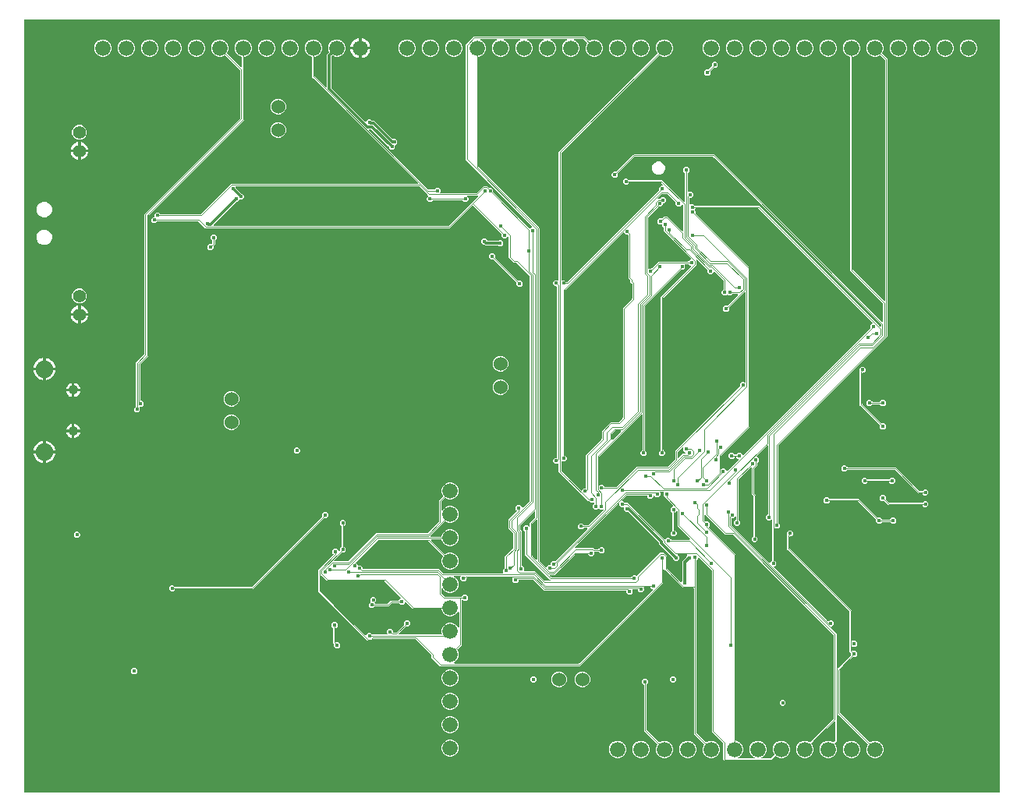
<source format=gbr>
G04 EAGLE Gerber RS-274X export*
G75*
%MOMM*%
%FSLAX34Y34*%
%LPD*%
%INBottom Copper*%
%IPPOS*%
%AMOC8*
5,1,8,0,0,1.08239X$1,22.5*%
G01*
%ADD10C,1.050000*%
%ADD11C,1.900000*%
%ADD12C,1.422400*%
%ADD13C,1.676400*%
%ADD14C,1.524000*%
%ADD15C,0.088900*%
%ADD16C,0.406400*%
%ADD17C,0.304800*%
%ADD18C,0.553200*%

G36*
X1062048Y3814D02*
X1062048Y3814D01*
X1062067Y3812D01*
X1062169Y3834D01*
X1062271Y3850D01*
X1062288Y3860D01*
X1062308Y3864D01*
X1062397Y3917D01*
X1062488Y3966D01*
X1062502Y3980D01*
X1062519Y3990D01*
X1062586Y4069D01*
X1062658Y4144D01*
X1062666Y4162D01*
X1062679Y4177D01*
X1062718Y4273D01*
X1062761Y4367D01*
X1062763Y4387D01*
X1062771Y4405D01*
X1062789Y4572D01*
X1062789Y843028D01*
X1062786Y843048D01*
X1062788Y843067D01*
X1062766Y843169D01*
X1062750Y843271D01*
X1062740Y843288D01*
X1062736Y843308D01*
X1062683Y843397D01*
X1062634Y843488D01*
X1062620Y843502D01*
X1062610Y843519D01*
X1062531Y843586D01*
X1062456Y843658D01*
X1062438Y843666D01*
X1062423Y843679D01*
X1062327Y843718D01*
X1062233Y843761D01*
X1062213Y843763D01*
X1062195Y843771D01*
X1062028Y843789D01*
X4572Y843789D01*
X4552Y843786D01*
X4533Y843788D01*
X4431Y843766D01*
X4329Y843750D01*
X4312Y843740D01*
X4292Y843736D01*
X4203Y843683D01*
X4112Y843634D01*
X4098Y843620D01*
X4081Y843610D01*
X4014Y843531D01*
X3942Y843456D01*
X3934Y843438D01*
X3921Y843423D01*
X3882Y843327D01*
X3839Y843233D01*
X3837Y843213D01*
X3829Y843195D01*
X3811Y843028D01*
X3811Y4572D01*
X3814Y4552D01*
X3812Y4533D01*
X3834Y4431D01*
X3850Y4329D01*
X3860Y4312D01*
X3864Y4292D01*
X3917Y4203D01*
X3966Y4112D01*
X3980Y4098D01*
X3990Y4081D01*
X4069Y4014D01*
X4144Y3942D01*
X4162Y3934D01*
X4177Y3921D01*
X4273Y3882D01*
X4367Y3839D01*
X4387Y3837D01*
X4405Y3829D01*
X4572Y3811D01*
X1062028Y3811D01*
X1062048Y3814D01*
G37*
%LPC*%
G36*
X763479Y38290D02*
X763479Y38290D01*
X762190Y39579D01*
X762190Y57552D01*
X762175Y57642D01*
X762168Y57733D01*
X762155Y57763D01*
X762150Y57795D01*
X762107Y57875D01*
X762072Y57959D01*
X762046Y57991D01*
X762035Y58012D01*
X762012Y58034D01*
X761967Y58090D01*
X749998Y70059D01*
X749998Y245004D01*
X749983Y245094D01*
X749976Y245185D01*
X749963Y245215D01*
X749958Y245247D01*
X749915Y245327D01*
X749880Y245411D01*
X749854Y245443D01*
X749843Y245464D01*
X749820Y245486D01*
X749775Y245542D01*
X736630Y258687D01*
X736572Y258729D01*
X736520Y258778D01*
X736473Y258800D01*
X736431Y258830D01*
X736362Y258851D01*
X736297Y258882D01*
X736245Y258887D01*
X736195Y258903D01*
X736124Y258901D01*
X736053Y258909D01*
X736002Y258898D01*
X735950Y258896D01*
X735882Y258872D01*
X735812Y258857D01*
X735768Y258830D01*
X735719Y258812D01*
X735663Y258767D01*
X735601Y258730D01*
X735567Y258691D01*
X735527Y258658D01*
X735488Y258598D01*
X735441Y258543D01*
X735422Y258495D01*
X735394Y258451D01*
X735376Y258382D01*
X735349Y258315D01*
X735341Y258244D01*
X735337Y258226D01*
X733585Y256474D01*
X733532Y256400D01*
X733473Y256331D01*
X733460Y256301D01*
X733442Y256275D01*
X733415Y256188D01*
X733381Y256103D01*
X733376Y256062D01*
X733369Y256040D01*
X733370Y256007D01*
X733362Y255936D01*
X733362Y68940D01*
X733377Y68850D01*
X733384Y68759D01*
X733397Y68729D01*
X733402Y68697D01*
X733445Y68617D01*
X733480Y68533D01*
X733506Y68501D01*
X733517Y68480D01*
X733540Y68458D01*
X733585Y68402D01*
X743178Y58809D01*
X743274Y58740D01*
X743367Y58671D01*
X743373Y58669D01*
X743378Y58665D01*
X743489Y58631D01*
X743601Y58594D01*
X743607Y58595D01*
X743613Y58593D01*
X743730Y58596D01*
X743847Y58597D01*
X743854Y58599D01*
X743859Y58599D01*
X743876Y58605D01*
X744008Y58644D01*
X747456Y60072D01*
X751144Y60072D01*
X754552Y58660D01*
X757160Y56052D01*
X758572Y52644D01*
X758572Y48956D01*
X757160Y45548D01*
X754552Y42940D01*
X751144Y41528D01*
X747456Y41528D01*
X744048Y42940D01*
X741440Y45548D01*
X740028Y48956D01*
X740028Y52644D01*
X741456Y56092D01*
X741465Y56127D01*
X741467Y56132D01*
X741468Y56142D01*
X741483Y56206D01*
X741512Y56319D01*
X741511Y56325D01*
X741513Y56332D01*
X741502Y56447D01*
X741493Y56564D01*
X741490Y56570D01*
X741490Y56576D01*
X741442Y56684D01*
X741396Y56791D01*
X741392Y56797D01*
X741390Y56801D01*
X741377Y56815D01*
X741291Y56922D01*
X730694Y67519D01*
X730694Y225489D01*
X730691Y225508D01*
X730693Y225528D01*
X730671Y225629D01*
X730654Y225731D01*
X730645Y225749D01*
X730640Y225768D01*
X730587Y225857D01*
X730539Y225949D01*
X730525Y225962D01*
X730514Y225979D01*
X730436Y226047D01*
X730361Y226118D01*
X730343Y226126D01*
X730327Y226139D01*
X730231Y226178D01*
X730138Y226222D01*
X730118Y226224D01*
X730099Y226231D01*
X729933Y226250D01*
X718775Y226250D01*
X699694Y245331D01*
X698594Y246431D01*
X698536Y246473D01*
X698484Y246523D01*
X698464Y246532D01*
X698455Y246539D01*
X698429Y246549D01*
X698394Y246575D01*
X698326Y246596D01*
X698260Y246626D01*
X698231Y246629D01*
X698227Y246631D01*
X698203Y246634D01*
X698159Y246647D01*
X698095Y246646D01*
X698060Y246649D01*
X698055Y246649D01*
X698053Y246649D01*
X698016Y246653D01*
X697965Y246642D01*
X697913Y246641D01*
X697846Y246616D01*
X697824Y246612D01*
X697813Y246610D01*
X697811Y246609D01*
X697776Y246601D01*
X697731Y246574D01*
X697682Y246556D01*
X697626Y246512D01*
X697616Y246505D01*
X697595Y246495D01*
X697592Y246491D01*
X697565Y246475D01*
X697531Y246435D01*
X697490Y246403D01*
X697452Y246344D01*
X697426Y246316D01*
X697423Y246309D01*
X697405Y246288D01*
X697385Y246240D01*
X697357Y246196D01*
X697342Y246135D01*
X697322Y246093D01*
X697321Y246080D01*
X697313Y246060D01*
X697305Y245989D01*
X697297Y245957D01*
X697299Y245934D01*
X697294Y245893D01*
X697294Y231603D01*
X607105Y141414D01*
X455123Y141414D01*
X445706Y150831D01*
X445706Y153056D01*
X445691Y153146D01*
X445684Y153237D01*
X445671Y153267D01*
X445666Y153299D01*
X445623Y153379D01*
X445588Y153463D01*
X445562Y153495D01*
X445551Y153516D01*
X445528Y153538D01*
X445483Y153594D01*
X428422Y170655D01*
X428348Y170708D01*
X428279Y170767D01*
X428249Y170780D01*
X428223Y170798D01*
X428136Y170825D01*
X428051Y170859D01*
X428010Y170864D01*
X427987Y170871D01*
X427955Y170870D01*
X427884Y170878D01*
X382884Y170878D01*
X382794Y170863D01*
X382703Y170856D01*
X382673Y170843D01*
X382641Y170838D01*
X382561Y170795D01*
X382477Y170760D01*
X382445Y170734D01*
X382424Y170723D01*
X382402Y170700D01*
X382346Y170655D01*
X380537Y168846D01*
X376383Y168846D01*
X322770Y222459D01*
X322770Y245917D01*
X339083Y262230D01*
X339095Y262246D01*
X339110Y262258D01*
X339166Y262346D01*
X339226Y262430D01*
X339232Y262448D01*
X339243Y262465D01*
X339268Y262566D01*
X339299Y262665D01*
X339298Y262685D01*
X339303Y262704D01*
X339295Y262807D01*
X339292Y262911D01*
X339286Y262929D01*
X339284Y262949D01*
X339244Y263044D01*
X339208Y263142D01*
X339195Y263157D01*
X339188Y263175D01*
X339083Y263306D01*
X338073Y264316D01*
X338073Y267052D01*
X340008Y268987D01*
X342744Y268987D01*
X344690Y267040D01*
X344692Y266983D01*
X344710Y266933D01*
X344718Y266881D01*
X344751Y266818D01*
X344776Y266752D01*
X344809Y266710D01*
X344834Y266663D01*
X344885Y266615D01*
X344929Y266559D01*
X344973Y266530D01*
X345012Y266494D01*
X345076Y266464D01*
X345135Y266426D01*
X345187Y266413D01*
X345235Y266390D01*
X345305Y266383D01*
X345374Y266365D01*
X345427Y266369D01*
X345479Y266363D01*
X345549Y266378D01*
X345619Y266384D01*
X345668Y266404D01*
X345720Y266415D01*
X345780Y266452D01*
X345846Y266479D01*
X345885Y266514D01*
X345931Y266542D01*
X345977Y266595D01*
X346030Y266642D01*
X346070Y266704D01*
X346091Y266729D01*
X346099Y266750D01*
X346121Y266783D01*
X346148Y266871D01*
X346183Y266957D01*
X346187Y266996D01*
X346194Y267018D01*
X346193Y267050D01*
X346201Y267123D01*
X346201Y269592D01*
X347947Y271338D01*
X348000Y271412D01*
X348059Y271481D01*
X348072Y271511D01*
X348090Y271537D01*
X348117Y271624D01*
X348151Y271709D01*
X348156Y271750D01*
X348163Y271772D01*
X348162Y271805D01*
X348170Y271876D01*
X348170Y293020D01*
X348155Y293110D01*
X348148Y293201D01*
X348135Y293231D01*
X348130Y293263D01*
X348087Y293344D01*
X348052Y293427D01*
X348026Y293460D01*
X348015Y293480D01*
X347992Y293502D01*
X347947Y293558D01*
X346201Y295304D01*
X346201Y298040D01*
X348136Y299975D01*
X350872Y299975D01*
X352807Y298040D01*
X352807Y295304D01*
X351061Y293558D01*
X351008Y293484D01*
X350949Y293415D01*
X350936Y293385D01*
X350918Y293359D01*
X350891Y293272D01*
X350857Y293187D01*
X350852Y293146D01*
X350845Y293124D01*
X350846Y293091D01*
X350838Y293020D01*
X350838Y271876D01*
X350853Y271786D01*
X350860Y271695D01*
X350873Y271665D01*
X350878Y271633D01*
X350921Y271552D01*
X350956Y271469D01*
X350982Y271436D01*
X350993Y271416D01*
X351016Y271394D01*
X351061Y271338D01*
X352807Y269592D01*
X352807Y266856D01*
X350872Y264921D01*
X348403Y264921D01*
X348313Y264907D01*
X348222Y264899D01*
X348193Y264887D01*
X348161Y264882D01*
X348080Y264839D01*
X347996Y264803D01*
X347964Y264777D01*
X347943Y264766D01*
X347942Y264765D01*
X347921Y264743D01*
X347865Y264698D01*
X339801Y256634D01*
X339759Y256576D01*
X339709Y256524D01*
X339687Y256476D01*
X339657Y256434D01*
X339636Y256366D01*
X339606Y256300D01*
X339600Y256249D01*
X339585Y256199D01*
X339587Y256127D01*
X339579Y256056D01*
X339590Y256005D01*
X339591Y255953D01*
X339616Y255886D01*
X339631Y255816D01*
X339658Y255771D01*
X339676Y255722D01*
X339720Y255666D01*
X339757Y255605D01*
X339797Y255571D01*
X339829Y255530D01*
X339890Y255491D01*
X339944Y255445D01*
X339992Y255425D01*
X340036Y255397D01*
X340106Y255380D01*
X340172Y255353D01*
X340244Y255345D01*
X340275Y255337D01*
X340298Y255339D01*
X340339Y255334D01*
X354732Y255334D01*
X354822Y255349D01*
X354913Y255356D01*
X354943Y255369D01*
X354975Y255374D01*
X355055Y255417D01*
X355139Y255452D01*
X355171Y255478D01*
X355192Y255489D01*
X355214Y255512D01*
X355270Y255557D01*
X385527Y285814D01*
X441092Y285814D01*
X441182Y285829D01*
X441273Y285836D01*
X441303Y285849D01*
X441335Y285854D01*
X441415Y285897D01*
X441499Y285932D01*
X441531Y285958D01*
X441552Y285969D01*
X441574Y285992D01*
X441630Y286037D01*
X453611Y298018D01*
X453664Y298092D01*
X453723Y298161D01*
X453736Y298191D01*
X453754Y298217D01*
X453781Y298304D01*
X453815Y298389D01*
X453820Y298430D01*
X453827Y298453D01*
X453826Y298485D01*
X453834Y298556D01*
X453834Y321101D01*
X458081Y325348D01*
X458150Y325444D01*
X458219Y325537D01*
X458221Y325543D01*
X458225Y325548D01*
X458259Y325659D01*
X458296Y325771D01*
X458295Y325777D01*
X458297Y325783D01*
X458294Y325900D01*
X458293Y326017D01*
X458291Y326024D01*
X458291Y326029D01*
X458285Y326046D01*
X458246Y326178D01*
X456818Y329626D01*
X456818Y333314D01*
X458230Y336722D01*
X460838Y339330D01*
X464246Y340742D01*
X467934Y340742D01*
X471342Y339330D01*
X473950Y336722D01*
X475362Y333314D01*
X475362Y329626D01*
X473950Y326218D01*
X471342Y323610D01*
X467934Y322198D01*
X464246Y322198D01*
X460798Y323626D01*
X460684Y323653D01*
X460571Y323682D01*
X460565Y323681D01*
X460558Y323683D01*
X460442Y323672D01*
X460326Y323663D01*
X460320Y323660D01*
X460314Y323660D01*
X460206Y323612D01*
X460099Y323566D01*
X460093Y323562D01*
X460089Y323560D01*
X460075Y323547D01*
X459968Y323461D01*
X456725Y320218D01*
X456672Y320144D01*
X456613Y320075D01*
X456601Y320045D01*
X456582Y320019D01*
X456555Y319931D01*
X456521Y319847D01*
X456516Y319806D01*
X456509Y319783D01*
X456510Y319751D01*
X456502Y319680D01*
X456502Y310978D01*
X456518Y310882D01*
X456527Y310785D01*
X456538Y310761D01*
X456542Y310736D01*
X456587Y310650D01*
X456627Y310561D01*
X456645Y310541D01*
X456657Y310518D01*
X456728Y310451D01*
X456794Y310379D01*
X456816Y310367D01*
X456835Y310349D01*
X456924Y310308D01*
X457009Y310261D01*
X457035Y310256D01*
X457058Y310245D01*
X457155Y310234D01*
X457251Y310217D01*
X457277Y310221D01*
X457303Y310218D01*
X457398Y310239D01*
X457494Y310253D01*
X457518Y310265D01*
X457543Y310270D01*
X457627Y310320D01*
X457714Y310364D01*
X457732Y310383D01*
X457754Y310397D01*
X457818Y310471D01*
X457886Y310540D01*
X457902Y310569D01*
X457914Y310583D01*
X457927Y310614D01*
X457967Y310687D01*
X458230Y311322D01*
X460838Y313930D01*
X464246Y315342D01*
X467934Y315342D01*
X471342Y313930D01*
X473950Y311322D01*
X475362Y307914D01*
X475362Y304226D01*
X473950Y300818D01*
X471342Y298210D01*
X467934Y296798D01*
X464246Y296798D01*
X460798Y298226D01*
X460684Y298253D01*
X460571Y298282D01*
X460565Y298281D01*
X460558Y298283D01*
X460442Y298272D01*
X460326Y298263D01*
X460320Y298260D01*
X460314Y298260D01*
X460206Y298212D01*
X460099Y298166D01*
X460093Y298162D01*
X460089Y298160D01*
X460075Y298147D01*
X459968Y298061D01*
X444957Y283050D01*
X444915Y282992D01*
X444865Y282940D01*
X444843Y282892D01*
X444813Y282850D01*
X444792Y282782D01*
X444762Y282716D01*
X444756Y282665D01*
X444741Y282615D01*
X444743Y282543D01*
X444735Y282472D01*
X444746Y282421D01*
X444747Y282369D01*
X444772Y282302D01*
X444787Y282232D01*
X444814Y282187D01*
X444832Y282138D01*
X444876Y282082D01*
X444913Y282021D01*
X444953Y281987D01*
X444985Y281946D01*
X445046Y281907D01*
X445100Y281861D01*
X445148Y281841D01*
X445192Y281813D01*
X445262Y281796D01*
X445328Y281769D01*
X445400Y281761D01*
X445431Y281753D01*
X445454Y281755D01*
X445495Y281750D01*
X456057Y281750D01*
X456077Y281753D01*
X456096Y281751D01*
X456198Y281773D01*
X456300Y281790D01*
X456317Y281799D01*
X456337Y281804D01*
X456426Y281857D01*
X456517Y281905D01*
X456531Y281919D01*
X456548Y281930D01*
X456615Y282008D01*
X456687Y282083D01*
X456695Y282101D01*
X456708Y282117D01*
X456747Y282213D01*
X456790Y282306D01*
X456792Y282326D01*
X456800Y282345D01*
X456818Y282511D01*
X456818Y282514D01*
X458230Y285922D01*
X460838Y288530D01*
X464246Y289942D01*
X467934Y289942D01*
X471342Y288530D01*
X473950Y285922D01*
X475362Y282514D01*
X475362Y278826D01*
X473950Y275418D01*
X471342Y272810D01*
X467934Y271398D01*
X464246Y271398D01*
X460838Y272810D01*
X458230Y275418D01*
X456907Y278612D01*
X456845Y278711D01*
X456785Y278811D01*
X456781Y278816D01*
X456777Y278821D01*
X456687Y278895D01*
X456598Y278971D01*
X456593Y278974D01*
X456588Y278978D01*
X456479Y279019D01*
X456370Y279063D01*
X456363Y279064D01*
X456358Y279066D01*
X456340Y279067D01*
X456204Y279082D01*
X446003Y279082D01*
X445932Y279070D01*
X445860Y279068D01*
X445811Y279050D01*
X445760Y279042D01*
X445697Y279009D01*
X445629Y278984D01*
X445589Y278951D01*
X445543Y278927D01*
X445493Y278875D01*
X445437Y278830D01*
X445409Y278786D01*
X445373Y278749D01*
X445343Y278684D01*
X445304Y278623D01*
X445292Y278573D01*
X445270Y278526D01*
X445262Y278454D01*
X445244Y278385D01*
X445248Y278333D01*
X445243Y278281D01*
X445258Y278211D01*
X445264Y278140D01*
X445284Y278092D01*
X445295Y278041D01*
X445332Y277979D01*
X445360Y277913D01*
X445405Y277857D01*
X445421Y277830D01*
X445439Y277814D01*
X445465Y277782D01*
X459968Y263279D01*
X460063Y263210D01*
X460157Y263141D01*
X460163Y263139D01*
X460168Y263135D01*
X460279Y263101D01*
X460391Y263064D01*
X460397Y263065D01*
X460403Y263063D01*
X460520Y263066D01*
X460637Y263067D01*
X460644Y263069D01*
X460649Y263069D01*
X460667Y263075D01*
X460798Y263114D01*
X464246Y264542D01*
X467934Y264542D01*
X471342Y263130D01*
X473950Y260522D01*
X475362Y257114D01*
X475362Y253426D01*
X473950Y250018D01*
X471342Y247410D01*
X467934Y245998D01*
X464246Y245998D01*
X460838Y247410D01*
X458230Y250018D01*
X456818Y253426D01*
X456818Y257114D01*
X458246Y260562D01*
X458273Y260676D01*
X458302Y260789D01*
X458301Y260795D01*
X458303Y260802D01*
X458292Y260918D01*
X458283Y261034D01*
X458280Y261040D01*
X458280Y261046D01*
X458232Y261154D01*
X458186Y261261D01*
X458182Y261267D01*
X458180Y261271D01*
X458167Y261285D01*
X458081Y261392D01*
X442646Y276827D01*
X442572Y276880D01*
X442503Y276939D01*
X442473Y276952D01*
X442447Y276970D01*
X442360Y276997D01*
X442275Y277031D01*
X442234Y277036D01*
X442211Y277043D01*
X442179Y277042D01*
X442108Y277050D01*
X388472Y277050D01*
X388382Y277035D01*
X388291Y277028D01*
X388261Y277015D01*
X388229Y277010D01*
X388149Y276967D01*
X388065Y276932D01*
X388033Y276906D01*
X388012Y276895D01*
X387990Y276872D01*
X387934Y276827D01*
X364497Y253390D01*
X364486Y253374D01*
X364470Y253362D01*
X364414Y253274D01*
X364354Y253190D01*
X364348Y253172D01*
X364337Y253155D01*
X364312Y253054D01*
X364281Y252955D01*
X364282Y252935D01*
X364277Y252916D01*
X364285Y252813D01*
X364288Y252710D01*
X364294Y252691D01*
X364296Y252671D01*
X364336Y252576D01*
X364372Y252479D01*
X364385Y252463D01*
X364392Y252445D01*
X364497Y252314D01*
X365537Y251274D01*
X365546Y251217D01*
X365556Y251200D01*
X365560Y251180D01*
X365613Y251091D01*
X365662Y251000D01*
X365676Y250986D01*
X365686Y250969D01*
X365765Y250902D01*
X365840Y250830D01*
X365858Y250822D01*
X365873Y250809D01*
X365969Y250770D01*
X366063Y250727D01*
X366083Y250725D01*
X366101Y250717D01*
X366268Y250699D01*
X369160Y250699D01*
X371095Y248764D01*
X371095Y247459D01*
X371098Y247440D01*
X371096Y247420D01*
X371118Y247319D01*
X371134Y247217D01*
X371144Y247199D01*
X371148Y247180D01*
X371201Y247091D01*
X371250Y246999D01*
X371264Y246986D01*
X371274Y246969D01*
X371353Y246901D01*
X371428Y246830D01*
X371446Y246822D01*
X371461Y246809D01*
X371557Y246770D01*
X371651Y246726D01*
X371671Y246724D01*
X371689Y246717D01*
X371856Y246698D01*
X453689Y246698D01*
X458038Y242349D01*
X458112Y242296D01*
X458181Y242237D01*
X458211Y242224D01*
X458237Y242206D01*
X458324Y242179D01*
X458409Y242145D01*
X458450Y242140D01*
X458473Y242133D01*
X458505Y242134D01*
X458576Y242126D01*
X523017Y242126D01*
X523088Y242138D01*
X523160Y242140D01*
X523209Y242158D01*
X523260Y242166D01*
X523323Y242199D01*
X523391Y242224D01*
X523431Y242257D01*
X523477Y242281D01*
X523527Y242333D01*
X523583Y242378D01*
X523611Y242422D01*
X523647Y242459D01*
X523677Y242524D01*
X523716Y242585D01*
X523728Y242635D01*
X523750Y242682D01*
X523758Y242754D01*
X523776Y242823D01*
X523772Y242875D01*
X523777Y242927D01*
X523762Y242997D01*
X523757Y243069D01*
X523736Y243116D01*
X523725Y243167D01*
X523688Y243229D01*
X523660Y243295D01*
X523615Y243351D01*
X523599Y243378D01*
X523581Y243394D01*
X523555Y243426D01*
X523493Y243488D01*
X523493Y246224D01*
X525239Y247970D01*
X525292Y248044D01*
X525351Y248113D01*
X525364Y248143D01*
X525382Y248169D01*
X525409Y248256D01*
X525443Y248341D01*
X525448Y248382D01*
X525455Y248404D01*
X525454Y248437D01*
X525462Y248508D01*
X525462Y260649D01*
X534383Y269570D01*
X534436Y269644D01*
X534495Y269713D01*
X534507Y269743D01*
X534526Y269769D01*
X534553Y269856D01*
X534587Y269941D01*
X534592Y269982D01*
X534599Y270004D01*
X534598Y270037D01*
X534606Y270108D01*
X534606Y285136D01*
X534591Y285226D01*
X534584Y285317D01*
X534571Y285347D01*
X534566Y285379D01*
X534523Y285459D01*
X534488Y285543D01*
X534462Y285575D01*
X534451Y285596D01*
X534428Y285618D01*
X534383Y285674D01*
X529018Y291039D01*
X529018Y300273D01*
X538219Y309474D01*
X538231Y309490D01*
X538246Y309502D01*
X538302Y309590D01*
X538362Y309673D01*
X538368Y309692D01*
X538379Y309709D01*
X538404Y309810D01*
X538435Y309909D01*
X538434Y309929D01*
X538439Y309948D01*
X538431Y310051D01*
X538428Y310154D01*
X538422Y310173D01*
X538420Y310193D01*
X538380Y310288D01*
X538344Y310385D01*
X538331Y310401D01*
X538324Y310419D01*
X538219Y310550D01*
X537209Y311560D01*
X537209Y314296D01*
X539144Y316231D01*
X541880Y316231D01*
X543827Y314284D01*
X543828Y314225D01*
X543846Y314176D01*
X543854Y314125D01*
X543888Y314061D01*
X543913Y313994D01*
X543945Y313953D01*
X543970Y313907D01*
X544022Y313858D01*
X544066Y313802D01*
X544110Y313774D01*
X544148Y313738D01*
X544213Y313708D01*
X544273Y313669D01*
X544324Y313656D01*
X544371Y313634D01*
X544442Y313626D01*
X544512Y313609D01*
X544564Y313613D01*
X544615Y313607D01*
X544686Y313622D01*
X544757Y313628D01*
X544805Y313648D01*
X544856Y313659D01*
X544917Y313696D01*
X544983Y313724D01*
X545039Y313769D01*
X545067Y313786D01*
X545082Y313803D01*
X545114Y313829D01*
X552163Y320878D01*
X552216Y320952D01*
X552275Y321021D01*
X552288Y321051D01*
X552306Y321077D01*
X552333Y321164D01*
X552367Y321249D01*
X552372Y321290D01*
X552379Y321313D01*
X552378Y321345D01*
X552386Y321416D01*
X552386Y565044D01*
X552371Y565134D01*
X552364Y565225D01*
X552351Y565255D01*
X552346Y565287D01*
X552303Y565367D01*
X552268Y565451D01*
X552242Y565483D01*
X552231Y565504D01*
X552208Y565526D01*
X552163Y565582D01*
X538150Y579595D01*
X538076Y579648D01*
X538007Y579707D01*
X537977Y579720D01*
X537951Y579738D01*
X537864Y579765D01*
X537779Y579799D01*
X537738Y579804D01*
X537715Y579811D01*
X537683Y579810D01*
X537612Y579818D01*
X534879Y579818D01*
X529526Y585171D01*
X529526Y607853D01*
X529514Y607924D01*
X529512Y607996D01*
X529494Y608045D01*
X529486Y608096D01*
X529452Y608159D01*
X529428Y608227D01*
X529395Y608267D01*
X529371Y608313D01*
X529319Y608363D01*
X529274Y608419D01*
X529230Y608447D01*
X529193Y608483D01*
X529128Y608513D01*
X529067Y608552D01*
X529017Y608564D01*
X528970Y608586D01*
X528898Y608594D01*
X528829Y608612D01*
X528777Y608608D01*
X528725Y608613D01*
X528655Y608598D01*
X528584Y608593D01*
X528536Y608572D01*
X528485Y608561D01*
X528423Y608524D01*
X528357Y608496D01*
X528301Y608451D01*
X528274Y608435D01*
X528258Y608417D01*
X528226Y608391D01*
X526132Y606297D01*
X523396Y606297D01*
X521461Y608232D01*
X521461Y610701D01*
X521447Y610791D01*
X521439Y610882D01*
X521427Y610911D01*
X521422Y610943D01*
X521379Y611024D01*
X521343Y611108D01*
X521317Y611140D01*
X521306Y611161D01*
X521283Y611183D01*
X521238Y611239D01*
X491012Y641465D01*
X490996Y641476D01*
X490984Y641492D01*
X490896Y641548D01*
X490813Y641608D01*
X490794Y641614D01*
X490777Y641625D01*
X490676Y641650D01*
X490577Y641681D01*
X490558Y641680D01*
X490538Y641685D01*
X490435Y641677D01*
X490332Y641674D01*
X490313Y641667D01*
X490293Y641666D01*
X490198Y641625D01*
X490101Y641590D01*
X490085Y641577D01*
X490067Y641570D01*
X489936Y641465D01*
X466377Y617906D01*
X465373Y616902D01*
X200107Y616902D01*
X192710Y624299D01*
X192636Y624352D01*
X192567Y624411D01*
X192537Y624424D01*
X192511Y624442D01*
X192424Y624469D01*
X192339Y624503D01*
X192298Y624508D01*
X192275Y624515D01*
X192243Y624514D01*
X192172Y624522D01*
X148432Y624522D01*
X148342Y624507D01*
X148251Y624500D01*
X148221Y624487D01*
X148189Y624482D01*
X148108Y624439D01*
X148024Y624404D01*
X147992Y624378D01*
X147972Y624367D01*
X147950Y624344D01*
X147894Y624299D01*
X146148Y622553D01*
X143412Y622553D01*
X141477Y624488D01*
X141477Y627224D01*
X143412Y629159D01*
X144272Y629159D01*
X144292Y629162D01*
X144311Y629160D01*
X144413Y629182D01*
X144515Y629198D01*
X144532Y629208D01*
X144552Y629212D01*
X144641Y629265D01*
X144732Y629314D01*
X144746Y629328D01*
X144763Y629338D01*
X144830Y629417D01*
X144902Y629492D01*
X144910Y629510D01*
X144923Y629525D01*
X144962Y629621D01*
X145005Y629715D01*
X145007Y629735D01*
X145015Y629753D01*
X145033Y629920D01*
X145033Y632304D01*
X146968Y634239D01*
X149704Y634239D01*
X151450Y632493D01*
X151524Y632440D01*
X151593Y632381D01*
X151623Y632368D01*
X151649Y632350D01*
X151736Y632323D01*
X151821Y632289D01*
X151862Y632284D01*
X151884Y632277D01*
X151917Y632278D01*
X151988Y632270D01*
X194712Y632270D01*
X194802Y632285D01*
X194893Y632292D01*
X194923Y632305D01*
X194955Y632310D01*
X195035Y632353D01*
X195119Y632388D01*
X195151Y632414D01*
X195172Y632425D01*
X195194Y632448D01*
X195250Y632493D01*
X228047Y665290D01*
X430297Y665290D01*
X430368Y665302D01*
X430440Y665304D01*
X430488Y665322D01*
X430540Y665330D01*
X430603Y665364D01*
X430671Y665388D01*
X430711Y665421D01*
X430757Y665445D01*
X430807Y665497D01*
X430863Y665542D01*
X430891Y665586D01*
X430927Y665623D01*
X430957Y665688D01*
X430996Y665749D01*
X431008Y665799D01*
X431030Y665846D01*
X431038Y665918D01*
X431056Y665987D01*
X431052Y666039D01*
X431057Y666091D01*
X431042Y666161D01*
X431036Y666232D01*
X431016Y666280D01*
X431005Y666331D01*
X430968Y666393D01*
X430940Y666459D01*
X430895Y666515D01*
X430879Y666542D01*
X430861Y666558D01*
X430835Y666590D01*
X317170Y780255D01*
X316166Y781259D01*
X316166Y802808D01*
X316147Y802923D01*
X316130Y803039D01*
X316127Y803045D01*
X316126Y803051D01*
X316072Y803154D01*
X316018Y803259D01*
X316014Y803263D01*
X316011Y803268D01*
X315927Y803348D01*
X315843Y803431D01*
X315836Y803434D01*
X315833Y803438D01*
X315816Y803446D01*
X315696Y803512D01*
X312248Y804940D01*
X309640Y807548D01*
X308228Y810956D01*
X308228Y814644D01*
X309640Y818052D01*
X312248Y820660D01*
X315656Y822072D01*
X319344Y822072D01*
X322752Y820660D01*
X325360Y818052D01*
X326772Y814644D01*
X326772Y810956D01*
X325360Y807548D01*
X322752Y804940D01*
X319304Y803512D01*
X319205Y803450D01*
X319105Y803390D01*
X319100Y803385D01*
X319095Y803382D01*
X319021Y803292D01*
X318945Y803203D01*
X318942Y803197D01*
X318938Y803193D01*
X318897Y803085D01*
X318853Y802975D01*
X318852Y802968D01*
X318850Y802963D01*
X318849Y802945D01*
X318834Y802808D01*
X318834Y782680D01*
X318849Y782590D01*
X318856Y782499D01*
X318869Y782469D01*
X318874Y782437D01*
X318917Y782357D01*
X318952Y782273D01*
X318978Y782241D01*
X318989Y782220D01*
X319012Y782198D01*
X319057Y782142D01*
X331059Y770140D01*
X331117Y770098D01*
X331169Y770049D01*
X331216Y770027D01*
X331258Y769997D01*
X331327Y769976D01*
X331392Y769945D01*
X331444Y769940D01*
X331494Y769924D01*
X331565Y769926D01*
X331636Y769918D01*
X331687Y769929D01*
X331739Y769931D01*
X331807Y769955D01*
X331877Y769970D01*
X331922Y769997D01*
X331970Y770015D01*
X332026Y770060D01*
X332088Y770097D01*
X332122Y770136D01*
X332162Y770169D01*
X332201Y770229D01*
X332248Y770284D01*
X332267Y770332D01*
X332295Y770376D01*
X332313Y770445D01*
X332340Y770512D01*
X332348Y770583D01*
X332356Y770614D01*
X332354Y770637D01*
X332358Y770678D01*
X332358Y805672D01*
X334444Y807758D01*
X334513Y807853D01*
X334582Y807946D01*
X334584Y807952D01*
X334588Y807958D01*
X334622Y808069D01*
X334658Y808180D01*
X334658Y808187D01*
X334660Y808193D01*
X334657Y808309D01*
X334656Y808426D01*
X334654Y808434D01*
X334654Y808438D01*
X334647Y808456D01*
X334609Y808587D01*
X333628Y810956D01*
X333628Y814644D01*
X335040Y818052D01*
X337648Y820660D01*
X341056Y822072D01*
X344744Y822072D01*
X348152Y820660D01*
X350760Y818052D01*
X352172Y814644D01*
X352172Y810956D01*
X350760Y807548D01*
X348152Y804940D01*
X344744Y803528D01*
X341056Y803528D01*
X338687Y804509D01*
X338573Y804536D01*
X338460Y804565D01*
X338454Y804564D01*
X338448Y804565D01*
X338332Y804554D01*
X338215Y804545D01*
X338209Y804543D01*
X338203Y804542D01*
X338096Y804495D01*
X337989Y804449D01*
X337983Y804444D01*
X337978Y804442D01*
X337965Y804430D01*
X337858Y804344D01*
X337409Y803895D01*
X337355Y803821D01*
X337296Y803752D01*
X337284Y803722D01*
X337265Y803695D01*
X337238Y803608D01*
X337204Y803524D01*
X337200Y803483D01*
X337193Y803460D01*
X337194Y803428D01*
X337186Y803357D01*
X337186Y769919D01*
X337200Y769829D01*
X337208Y769738D01*
X337220Y769708D01*
X337225Y769676D01*
X337268Y769596D01*
X337304Y769512D01*
X337330Y769480D01*
X337341Y769459D01*
X337364Y769437D01*
X337409Y769381D01*
X373858Y732932D01*
X373916Y732890D01*
X373968Y732841D01*
X374015Y732819D01*
X374057Y732788D01*
X374126Y732767D01*
X374191Y732737D01*
X374243Y732731D01*
X374293Y732716D01*
X374364Y732718D01*
X374435Y732710D01*
X374486Y732721D01*
X374538Y732722D01*
X374606Y732747D01*
X374676Y732762D01*
X374721Y732789D01*
X374769Y732807D01*
X374825Y732852D01*
X374887Y732888D01*
X374921Y732928D01*
X374961Y732960D01*
X375000Y733021D01*
X375047Y733075D01*
X375066Y733124D01*
X375094Y733167D01*
X375112Y733237D01*
X375139Y733303D01*
X375147Y733375D01*
X375150Y733389D01*
X377092Y735331D01*
X379828Y735331D01*
X381510Y733649D01*
X381584Y733596D01*
X381653Y733536D01*
X381684Y733524D01*
X381710Y733505D01*
X381797Y733478D01*
X381882Y733444D01*
X381923Y733440D01*
X381945Y733433D01*
X381977Y733434D01*
X382048Y733426D01*
X384032Y733426D01*
X403240Y714218D01*
X403314Y714165D01*
X403383Y714105D01*
X403413Y714093D01*
X403440Y714074D01*
X403527Y714047D01*
X403611Y714013D01*
X403652Y714009D01*
X403675Y714002D01*
X403707Y714003D01*
X403778Y713995D01*
X406752Y713995D01*
X408687Y712060D01*
X408687Y709324D01*
X406722Y707359D01*
X406665Y707350D01*
X406648Y707340D01*
X406628Y707336D01*
X406539Y707283D01*
X406448Y707234D01*
X406434Y707220D01*
X406417Y707210D01*
X406350Y707131D01*
X406278Y707056D01*
X406270Y707038D01*
X406257Y707023D01*
X406218Y706927D01*
X406175Y706833D01*
X406173Y706813D01*
X406165Y706795D01*
X406147Y706628D01*
X406147Y704244D01*
X404212Y702309D01*
X401476Y702309D01*
X399541Y704244D01*
X399541Y705186D01*
X399527Y705276D01*
X399519Y705367D01*
X399507Y705397D01*
X399502Y705429D01*
X399459Y705509D01*
X399423Y705593D01*
X399397Y705625D01*
X399386Y705646D01*
X399363Y705668D01*
X399318Y705724D01*
X380731Y724311D01*
X380657Y724364D01*
X380588Y724424D01*
X380558Y724436D01*
X380531Y724455D01*
X380444Y724482D01*
X380360Y724516D01*
X380319Y724520D01*
X380296Y724527D01*
X380264Y724526D01*
X380193Y724534D01*
X378502Y724534D01*
X378432Y724523D01*
X378360Y724521D01*
X378311Y724503D01*
X378260Y724495D01*
X378196Y724461D01*
X378129Y724436D01*
X378088Y724404D01*
X378042Y724379D01*
X377993Y724327D01*
X377937Y724283D01*
X377909Y724239D01*
X377873Y724201D01*
X377843Y724136D01*
X377804Y724076D01*
X377791Y724025D01*
X377769Y723978D01*
X377761Y723907D01*
X377744Y723837D01*
X377748Y723785D01*
X377742Y723734D01*
X377757Y723663D01*
X377763Y723592D01*
X377783Y723544D01*
X377794Y723493D01*
X377831Y723432D01*
X377859Y723366D01*
X377904Y723310D01*
X377921Y723282D01*
X377938Y723267D01*
X377964Y723235D01*
X441782Y659417D01*
X441856Y659364D01*
X441925Y659305D01*
X441955Y659292D01*
X441981Y659274D01*
X442068Y659247D01*
X442153Y659213D01*
X442194Y659208D01*
X442217Y659201D01*
X442249Y659202D01*
X442320Y659194D01*
X448468Y659194D01*
X448558Y659209D01*
X448649Y659216D01*
X448679Y659229D01*
X448711Y659234D01*
X448792Y659277D01*
X448875Y659312D01*
X448908Y659338D01*
X448928Y659349D01*
X448950Y659372D01*
X449006Y659417D01*
X450752Y661163D01*
X453488Y661163D01*
X455423Y659228D01*
X455423Y656492D01*
X455361Y656430D01*
X455319Y656372D01*
X455269Y656320D01*
X455247Y656272D01*
X455217Y656230D01*
X455196Y656161D01*
X455166Y656096D01*
X455160Y656045D01*
X455145Y655995D01*
X455146Y655923D01*
X455139Y655852D01*
X455150Y655801D01*
X455151Y655749D01*
X455176Y655682D01*
X455191Y655612D01*
X455218Y655567D01*
X455235Y655518D01*
X455280Y655462D01*
X455317Y655401D01*
X455357Y655367D01*
X455389Y655326D01*
X455449Y655287D01*
X455504Y655241D01*
X455552Y655221D01*
X455596Y655193D01*
X455665Y655176D01*
X455732Y655149D01*
X455803Y655141D01*
X455835Y655133D01*
X455858Y655135D01*
X455899Y655130D01*
X493924Y655130D01*
X494014Y655145D01*
X494105Y655152D01*
X494135Y655165D01*
X494167Y655170D01*
X494247Y655213D01*
X494331Y655248D01*
X494363Y655274D01*
X494384Y655285D01*
X494406Y655308D01*
X494462Y655353D01*
X501859Y662750D01*
X506013Y662750D01*
X507885Y660878D01*
X507959Y660825D01*
X508029Y660765D01*
X508059Y660753D01*
X508085Y660734D01*
X508172Y660707D01*
X508257Y660673D01*
X508298Y660669D01*
X508320Y660662D01*
X508352Y660663D01*
X508423Y660655D01*
X510892Y660655D01*
X512827Y658720D01*
X512827Y656251D01*
X512841Y656161D01*
X512849Y656070D01*
X512861Y656041D01*
X512866Y656009D01*
X512909Y655928D01*
X512945Y655844D01*
X512971Y655812D01*
X512982Y655791D01*
X513005Y655769D01*
X513050Y655713D01*
X552044Y616719D01*
X552060Y616707D01*
X552072Y616692D01*
X552160Y616636D01*
X552244Y616576D01*
X552262Y616570D01*
X552279Y616559D01*
X552380Y616534D01*
X552479Y616503D01*
X552499Y616504D01*
X552518Y616499D01*
X552621Y616507D01*
X552725Y616510D01*
X552743Y616516D01*
X552763Y616518D01*
X552858Y616558D01*
X552956Y616594D01*
X552971Y616607D01*
X552989Y616614D01*
X553120Y616719D01*
X554396Y617995D01*
X554455Y617996D01*
X554504Y618014D01*
X554555Y618022D01*
X554619Y618056D01*
X554686Y618081D01*
X554727Y618113D01*
X554773Y618138D01*
X554822Y618189D01*
X554878Y618234D01*
X554906Y618278D01*
X554942Y618316D01*
X554972Y618381D01*
X555011Y618441D01*
X555024Y618492D01*
X555046Y618539D01*
X555054Y618610D01*
X555071Y618680D01*
X555067Y618732D01*
X555073Y618783D01*
X555058Y618854D01*
X555052Y618925D01*
X555032Y618973D01*
X555021Y619024D01*
X554984Y619085D01*
X554956Y619151D01*
X554911Y619207D01*
X554894Y619235D01*
X554877Y619250D01*
X554851Y619282D01*
X483794Y690339D01*
X482790Y691343D01*
X482790Y816401D01*
X491699Y825310D01*
X611677Y825310D01*
X616178Y820809D01*
X616274Y820740D01*
X616367Y820671D01*
X616373Y820669D01*
X616378Y820665D01*
X616489Y820631D01*
X616601Y820594D01*
X616607Y820595D01*
X616613Y820593D01*
X616730Y820596D01*
X616847Y820597D01*
X616854Y820599D01*
X616859Y820599D01*
X616876Y820605D01*
X617008Y820644D01*
X620456Y822072D01*
X624144Y822072D01*
X627552Y820660D01*
X630160Y818052D01*
X631572Y814644D01*
X631572Y810956D01*
X630160Y807548D01*
X627552Y804940D01*
X624144Y803528D01*
X620456Y803528D01*
X617048Y804940D01*
X614440Y807548D01*
X613028Y810956D01*
X613028Y814644D01*
X614456Y818092D01*
X614465Y818129D01*
X614472Y818143D01*
X614475Y818170D01*
X614483Y818206D01*
X614512Y818319D01*
X614511Y818325D01*
X614513Y818332D01*
X614502Y818448D01*
X614493Y818564D01*
X614490Y818570D01*
X614490Y818576D01*
X614442Y818684D01*
X614396Y818791D01*
X614392Y818797D01*
X614390Y818801D01*
X614377Y818815D01*
X614291Y818922D01*
X610794Y822419D01*
X610720Y822472D01*
X610651Y822531D01*
X610621Y822543D01*
X610595Y822562D01*
X610507Y822589D01*
X610423Y822623D01*
X610382Y822628D01*
X610359Y822635D01*
X610327Y822634D01*
X610256Y822642D01*
X601195Y822642D01*
X601099Y822626D01*
X601002Y822617D01*
X600978Y822606D01*
X600952Y822602D01*
X600866Y822557D01*
X600777Y822517D01*
X600758Y822499D01*
X600735Y822487D01*
X600668Y822416D01*
X600596Y822350D01*
X600584Y822328D01*
X600566Y822309D01*
X600524Y822220D01*
X600478Y822135D01*
X600473Y822109D01*
X600462Y822086D01*
X600451Y821989D01*
X600434Y821893D01*
X600438Y821867D01*
X600435Y821841D01*
X600455Y821746D01*
X600470Y821650D01*
X600482Y821626D01*
X600487Y821601D01*
X600537Y821517D01*
X600581Y821430D01*
X600600Y821412D01*
X600613Y821390D01*
X600687Y821326D01*
X600757Y821258D01*
X600785Y821242D01*
X600800Y821230D01*
X600831Y821217D01*
X600904Y821177D01*
X602152Y820660D01*
X604760Y818052D01*
X606172Y814644D01*
X606172Y810956D01*
X604760Y807548D01*
X602152Y804940D01*
X598744Y803528D01*
X595056Y803528D01*
X591648Y804940D01*
X589040Y807548D01*
X587628Y810956D01*
X587628Y814644D01*
X589040Y818052D01*
X591648Y820660D01*
X592896Y821177D01*
X592979Y821229D01*
X593065Y821274D01*
X593083Y821293D01*
X593105Y821307D01*
X593167Y821382D01*
X593234Y821452D01*
X593245Y821476D01*
X593262Y821496D01*
X593297Y821587D01*
X593338Y821676D01*
X593341Y821701D01*
X593350Y821726D01*
X593354Y821823D01*
X593365Y821920D01*
X593360Y821945D01*
X593361Y821972D01*
X593334Y822065D01*
X593313Y822160D01*
X593299Y822183D01*
X593292Y822208D01*
X593237Y822288D01*
X593187Y822371D01*
X593167Y822388D01*
X593152Y822410D01*
X593074Y822468D01*
X593000Y822531D01*
X592976Y822541D01*
X592955Y822557D01*
X592862Y822587D01*
X592772Y822623D01*
X592739Y822627D01*
X592721Y822633D01*
X592688Y822633D01*
X592605Y822642D01*
X575795Y822642D01*
X575699Y822626D01*
X575602Y822617D01*
X575578Y822606D01*
X575552Y822602D01*
X575466Y822557D01*
X575377Y822517D01*
X575358Y822499D01*
X575335Y822487D01*
X575268Y822416D01*
X575196Y822350D01*
X575184Y822328D01*
X575166Y822309D01*
X575125Y822220D01*
X575078Y822135D01*
X575073Y822109D01*
X575062Y822086D01*
X575051Y821989D01*
X575034Y821893D01*
X575038Y821867D01*
X575035Y821841D01*
X575056Y821746D01*
X575070Y821650D01*
X575082Y821626D01*
X575087Y821601D01*
X575137Y821517D01*
X575181Y821430D01*
X575200Y821412D01*
X575213Y821390D01*
X575287Y821326D01*
X575357Y821258D01*
X575385Y821242D01*
X575400Y821230D01*
X575431Y821217D01*
X575504Y821177D01*
X576752Y820660D01*
X579360Y818052D01*
X580772Y814644D01*
X580772Y810956D01*
X579360Y807548D01*
X576752Y804940D01*
X573344Y803528D01*
X569656Y803528D01*
X566248Y804940D01*
X563640Y807548D01*
X562228Y810956D01*
X562228Y814644D01*
X563640Y818052D01*
X566248Y820660D01*
X567496Y821177D01*
X567579Y821229D01*
X567665Y821274D01*
X567683Y821293D01*
X567705Y821307D01*
X567768Y821382D01*
X567834Y821452D01*
X567845Y821476D01*
X567862Y821496D01*
X567897Y821587D01*
X567938Y821676D01*
X567941Y821702D01*
X567950Y821726D01*
X567954Y821823D01*
X567965Y821920D01*
X567960Y821945D01*
X567961Y821972D01*
X567934Y822065D01*
X567913Y822160D01*
X567899Y822183D01*
X567892Y822208D01*
X567837Y822288D01*
X567787Y822371D01*
X567767Y822388D01*
X567752Y822410D01*
X567674Y822468D01*
X567600Y822531D01*
X567576Y822541D01*
X567555Y822557D01*
X567462Y822587D01*
X567372Y822623D01*
X567339Y822627D01*
X567321Y822633D01*
X567288Y822633D01*
X567205Y822642D01*
X550395Y822642D01*
X550299Y822626D01*
X550202Y822617D01*
X550178Y822606D01*
X550152Y822602D01*
X550066Y822557D01*
X549977Y822517D01*
X549958Y822499D01*
X549935Y822487D01*
X549868Y822416D01*
X549796Y822350D01*
X549784Y822328D01*
X549766Y822309D01*
X549725Y822220D01*
X549678Y822135D01*
X549673Y822109D01*
X549662Y822086D01*
X549651Y821989D01*
X549634Y821893D01*
X549638Y821867D01*
X549635Y821841D01*
X549656Y821746D01*
X549670Y821650D01*
X549682Y821626D01*
X549687Y821601D01*
X549737Y821517D01*
X549781Y821430D01*
X549800Y821412D01*
X549813Y821390D01*
X549887Y821326D01*
X549957Y821258D01*
X549985Y821242D01*
X550000Y821230D01*
X550031Y821217D01*
X550104Y821177D01*
X551352Y820660D01*
X553960Y818052D01*
X555372Y814644D01*
X555372Y810956D01*
X553960Y807548D01*
X551352Y804940D01*
X547944Y803528D01*
X544256Y803528D01*
X540848Y804940D01*
X538240Y807548D01*
X536828Y810956D01*
X536828Y814644D01*
X538240Y818052D01*
X540848Y820660D01*
X542096Y821177D01*
X542179Y821229D01*
X542265Y821274D01*
X542283Y821293D01*
X542305Y821307D01*
X542368Y821382D01*
X542434Y821452D01*
X542445Y821476D01*
X542462Y821496D01*
X542497Y821587D01*
X542538Y821676D01*
X542541Y821702D01*
X542550Y821726D01*
X542554Y821823D01*
X542565Y821920D01*
X542560Y821945D01*
X542561Y821972D01*
X542534Y822065D01*
X542513Y822160D01*
X542499Y822183D01*
X542492Y822208D01*
X542437Y822288D01*
X542387Y822371D01*
X542367Y822388D01*
X542352Y822410D01*
X542274Y822468D01*
X542200Y822531D01*
X542176Y822541D01*
X542155Y822557D01*
X542062Y822587D01*
X541972Y822623D01*
X541939Y822627D01*
X541921Y822633D01*
X541888Y822633D01*
X541805Y822642D01*
X524995Y822642D01*
X524899Y822626D01*
X524802Y822617D01*
X524778Y822606D01*
X524752Y822602D01*
X524666Y822557D01*
X524577Y822517D01*
X524558Y822499D01*
X524535Y822487D01*
X524468Y822416D01*
X524396Y822350D01*
X524384Y822328D01*
X524366Y822309D01*
X524325Y822220D01*
X524278Y822135D01*
X524273Y822109D01*
X524262Y822086D01*
X524251Y821989D01*
X524234Y821893D01*
X524238Y821867D01*
X524235Y821841D01*
X524256Y821746D01*
X524270Y821650D01*
X524282Y821626D01*
X524287Y821601D01*
X524337Y821517D01*
X524381Y821430D01*
X524400Y821412D01*
X524413Y821390D01*
X524487Y821326D01*
X524557Y821258D01*
X524585Y821242D01*
X524600Y821230D01*
X524631Y821217D01*
X524704Y821177D01*
X525952Y820660D01*
X528560Y818052D01*
X529972Y814644D01*
X529972Y810956D01*
X528560Y807548D01*
X525952Y804940D01*
X522544Y803528D01*
X518856Y803528D01*
X515448Y804940D01*
X512840Y807548D01*
X511428Y810956D01*
X511428Y814644D01*
X512840Y818052D01*
X515448Y820660D01*
X516696Y821177D01*
X516779Y821229D01*
X516865Y821274D01*
X516883Y821293D01*
X516905Y821307D01*
X516968Y821382D01*
X517034Y821452D01*
X517045Y821476D01*
X517062Y821496D01*
X517097Y821587D01*
X517138Y821676D01*
X517141Y821702D01*
X517150Y821726D01*
X517154Y821823D01*
X517165Y821920D01*
X517160Y821945D01*
X517161Y821972D01*
X517134Y822065D01*
X517113Y822160D01*
X517099Y822183D01*
X517092Y822208D01*
X517037Y822288D01*
X516987Y822371D01*
X516967Y822388D01*
X516952Y822410D01*
X516874Y822468D01*
X516800Y822531D01*
X516776Y822541D01*
X516755Y822557D01*
X516662Y822587D01*
X516572Y822623D01*
X516539Y822627D01*
X516521Y822633D01*
X516488Y822633D01*
X516405Y822642D01*
X499595Y822642D01*
X499499Y822626D01*
X499402Y822617D01*
X499378Y822606D01*
X499352Y822602D01*
X499266Y822557D01*
X499177Y822517D01*
X499158Y822499D01*
X499135Y822487D01*
X499068Y822416D01*
X498996Y822350D01*
X498984Y822328D01*
X498966Y822309D01*
X498925Y822220D01*
X498878Y822135D01*
X498873Y822109D01*
X498862Y822086D01*
X498851Y821989D01*
X498834Y821893D01*
X498838Y821867D01*
X498835Y821841D01*
X498856Y821746D01*
X498870Y821650D01*
X498882Y821626D01*
X498887Y821601D01*
X498937Y821517D01*
X498981Y821430D01*
X499000Y821412D01*
X499013Y821390D01*
X499087Y821326D01*
X499157Y821258D01*
X499185Y821242D01*
X499200Y821230D01*
X499231Y821217D01*
X499304Y821177D01*
X500552Y820660D01*
X503160Y818052D01*
X504572Y814644D01*
X504572Y810956D01*
X503160Y807548D01*
X500552Y804940D01*
X497104Y803512D01*
X497005Y803450D01*
X496905Y803390D01*
X496900Y803385D01*
X496895Y803382D01*
X496821Y803292D01*
X496745Y803203D01*
X496742Y803197D01*
X496738Y803193D01*
X496697Y803085D01*
X496653Y802975D01*
X496652Y802968D01*
X496650Y802963D01*
X496649Y802945D01*
X496634Y802808D01*
X496634Y684128D01*
X496649Y684038D01*
X496656Y683947D01*
X496669Y683917D01*
X496674Y683885D01*
X496717Y683805D01*
X496752Y683721D01*
X496778Y683689D01*
X496789Y683668D01*
X496812Y683646D01*
X496857Y683590D01*
X563182Y617265D01*
X563182Y255884D01*
X563197Y255794D01*
X563204Y255703D01*
X563217Y255673D01*
X563222Y255641D01*
X563265Y255561D01*
X563300Y255477D01*
X563326Y255445D01*
X563337Y255424D01*
X563360Y255402D01*
X563405Y255346D01*
X569946Y248805D01*
X570004Y248763D01*
X570056Y248714D01*
X570103Y248692D01*
X570145Y248662D01*
X570214Y248641D01*
X570279Y248610D01*
X570331Y248605D01*
X570381Y248589D01*
X570452Y248591D01*
X570523Y248583D01*
X570574Y248594D01*
X570626Y248596D01*
X570694Y248620D01*
X570764Y248635D01*
X570809Y248662D01*
X570857Y248680D01*
X570913Y248725D01*
X570975Y248762D01*
X571009Y248801D01*
X571049Y248834D01*
X571088Y248894D01*
X571135Y248949D01*
X571154Y248997D01*
X571182Y249041D01*
X571200Y249110D01*
X571227Y249177D01*
X571235Y249248D01*
X571239Y249266D01*
X573180Y251207D01*
X574040Y251207D01*
X574060Y251210D01*
X574079Y251208D01*
X574181Y251230D01*
X574283Y251246D01*
X574300Y251256D01*
X574320Y251260D01*
X574409Y251313D01*
X574500Y251362D01*
X574514Y251376D01*
X574531Y251386D01*
X574598Y251465D01*
X574670Y251540D01*
X574678Y251558D01*
X574691Y251573D01*
X574730Y251669D01*
X574773Y251763D01*
X574775Y251783D01*
X574783Y251801D01*
X574801Y251968D01*
X574801Y253336D01*
X576736Y255271D01*
X579205Y255271D01*
X579295Y255285D01*
X579386Y255293D01*
X579415Y255305D01*
X579447Y255310D01*
X579528Y255353D01*
X579612Y255389D01*
X579644Y255415D01*
X579665Y255426D01*
X579687Y255449D01*
X579743Y255494D01*
X614731Y290482D01*
X614773Y290540D01*
X614823Y290592D01*
X614845Y290640D01*
X614875Y290682D01*
X614896Y290750D01*
X614926Y290816D01*
X614932Y290867D01*
X614947Y290917D01*
X614945Y290989D01*
X614953Y291060D01*
X614942Y291111D01*
X614941Y291163D01*
X614916Y291230D01*
X614901Y291300D01*
X614874Y291345D01*
X614856Y291394D01*
X614812Y291450D01*
X614775Y291511D01*
X614735Y291545D01*
X614703Y291586D01*
X614642Y291625D01*
X614588Y291671D01*
X614540Y291691D01*
X614496Y291719D01*
X614426Y291736D01*
X614360Y291763D01*
X614288Y291771D01*
X614257Y291779D01*
X614234Y291777D01*
X614193Y291782D01*
X611728Y291782D01*
X611638Y291767D01*
X611547Y291760D01*
X611517Y291747D01*
X611485Y291742D01*
X611404Y291699D01*
X611321Y291664D01*
X611288Y291638D01*
X611268Y291627D01*
X611246Y291604D01*
X611190Y291559D01*
X609444Y289813D01*
X606708Y289813D01*
X604773Y291748D01*
X604773Y294484D01*
X606708Y296419D01*
X609444Y296419D01*
X611190Y294673D01*
X611264Y294620D01*
X611333Y294561D01*
X611363Y294548D01*
X611389Y294530D01*
X611476Y294503D01*
X611561Y294469D01*
X611602Y294464D01*
X611624Y294457D01*
X611657Y294458D01*
X611728Y294450D01*
X615844Y294450D01*
X615934Y294465D01*
X616025Y294472D01*
X616055Y294485D01*
X616087Y294490D01*
X616167Y294533D01*
X616251Y294568D01*
X616283Y294594D01*
X616304Y294605D01*
X616326Y294628D01*
X616382Y294673D01*
X632067Y310358D01*
X632109Y310416D01*
X632158Y310468D01*
X632180Y310515D01*
X632210Y310557D01*
X632231Y310626D01*
X632262Y310691D01*
X632267Y310743D01*
X632283Y310793D01*
X632281Y310864D01*
X632289Y310935D01*
X632278Y310986D01*
X632276Y311038D01*
X632252Y311106D01*
X632237Y311176D01*
X632210Y311221D01*
X632192Y311269D01*
X632147Y311325D01*
X632110Y311387D01*
X632071Y311421D01*
X632038Y311461D01*
X631978Y311500D01*
X631923Y311547D01*
X631875Y311566D01*
X631831Y311594D01*
X631762Y311612D01*
X631695Y311639D01*
X631624Y311647D01*
X631593Y311655D01*
X631570Y311653D01*
X631529Y311657D01*
X629060Y311657D01*
X627918Y312799D01*
X627902Y312811D01*
X627890Y312826D01*
X627802Y312882D01*
X627719Y312942D01*
X627700Y312948D01*
X627683Y312959D01*
X627582Y312984D01*
X627483Y313015D01*
X627464Y313014D01*
X627444Y313019D01*
X627341Y313011D01*
X627238Y313008D01*
X627219Y313002D01*
X627199Y313000D01*
X627104Y312960D01*
X627007Y312924D01*
X626991Y312912D01*
X626973Y312904D01*
X626842Y312799D01*
X625700Y311657D01*
X622964Y311657D01*
X621029Y313592D01*
X621029Y316328D01*
X622171Y317470D01*
X622213Y317528D01*
X622262Y317580D01*
X622284Y317627D01*
X622315Y317669D01*
X622336Y317738D01*
X622366Y317803D01*
X622372Y317855D01*
X622387Y317905D01*
X622385Y317976D01*
X622393Y318047D01*
X622382Y318098D01*
X622381Y318150D01*
X622356Y318218D01*
X622341Y318288D01*
X622314Y318333D01*
X622296Y318381D01*
X622251Y318437D01*
X622214Y318499D01*
X622175Y318533D01*
X622142Y318573D01*
X622082Y318612D01*
X622028Y318659D01*
X621979Y318678D01*
X621935Y318706D01*
X621866Y318724D01*
X621799Y318751D01*
X621728Y318759D01*
X621697Y318767D01*
X621674Y318765D01*
X621633Y318769D01*
X618900Y318769D01*
X617154Y320515D01*
X617080Y320568D01*
X617011Y320627D01*
X616981Y320640D01*
X616955Y320658D01*
X616868Y320685D01*
X616783Y320719D01*
X616742Y320724D01*
X616720Y320731D01*
X616687Y320730D01*
X616616Y320738D01*
X615651Y320738D01*
X583882Y352507D01*
X583882Y360457D01*
X583870Y360528D01*
X583868Y360600D01*
X583850Y360649D01*
X583842Y360700D01*
X583809Y360763D01*
X583784Y360831D01*
X583751Y360871D01*
X583727Y360917D01*
X583675Y360967D01*
X583630Y361023D01*
X583586Y361051D01*
X583549Y361087D01*
X583484Y361117D01*
X583423Y361156D01*
X583373Y361168D01*
X583326Y361190D01*
X583254Y361198D01*
X583185Y361216D01*
X583133Y361212D01*
X583081Y361217D01*
X583011Y361202D01*
X582939Y361197D01*
X582892Y361176D01*
X582841Y361165D01*
X582779Y361128D01*
X582713Y361100D01*
X582657Y361055D01*
X582630Y361039D01*
X582614Y361021D01*
X582582Y360995D01*
X582520Y360933D01*
X579784Y360933D01*
X577849Y362868D01*
X577849Y365604D01*
X579784Y367539D01*
X581089Y367539D01*
X581108Y367542D01*
X581128Y367540D01*
X581229Y367562D01*
X581331Y367578D01*
X581349Y367588D01*
X581368Y367592D01*
X581457Y367645D01*
X581549Y367694D01*
X581562Y367708D01*
X581579Y367718D01*
X581647Y367797D01*
X581718Y367872D01*
X581726Y367890D01*
X581739Y367905D01*
X581778Y368001D01*
X581822Y368095D01*
X581824Y368115D01*
X581831Y368133D01*
X581850Y368300D01*
X581850Y553212D01*
X581847Y553232D01*
X581849Y553251D01*
X581827Y553353D01*
X581810Y553455D01*
X581801Y553472D01*
X581796Y553492D01*
X581743Y553581D01*
X581695Y553672D01*
X581681Y553686D01*
X581670Y553703D01*
X581592Y553770D01*
X581517Y553842D01*
X581499Y553850D01*
X581483Y553863D01*
X581387Y553902D01*
X581294Y553945D01*
X581274Y553947D01*
X581255Y553955D01*
X581089Y553973D01*
X579784Y553973D01*
X577849Y555908D01*
X577849Y558644D01*
X579784Y560579D01*
X582520Y560579D01*
X582582Y560517D01*
X582640Y560475D01*
X582692Y560425D01*
X582740Y560403D01*
X582782Y560373D01*
X582851Y560352D01*
X582916Y560322D01*
X582967Y560316D01*
X583017Y560301D01*
X583089Y560302D01*
X583160Y560295D01*
X583211Y560306D01*
X583263Y560307D01*
X583330Y560332D01*
X583400Y560347D01*
X583445Y560374D01*
X583494Y560391D01*
X583550Y560436D01*
X583611Y560473D01*
X583645Y560513D01*
X583686Y560545D01*
X583725Y560605D01*
X583771Y560660D01*
X583791Y560708D01*
X583819Y560752D01*
X583836Y560821D01*
X583863Y560888D01*
X583871Y560959D01*
X583879Y560991D01*
X583877Y561014D01*
X583882Y561055D01*
X583882Y700069D01*
X690491Y806678D01*
X690560Y806773D01*
X690629Y806867D01*
X690631Y806873D01*
X690635Y806878D01*
X690669Y806989D01*
X690706Y807101D01*
X690705Y807107D01*
X690707Y807113D01*
X690704Y807230D01*
X690703Y807347D01*
X690701Y807354D01*
X690701Y807359D01*
X690695Y807377D01*
X690656Y807508D01*
X689228Y810956D01*
X689228Y814644D01*
X690640Y818052D01*
X693248Y820660D01*
X696656Y822072D01*
X700344Y822072D01*
X703752Y820660D01*
X706360Y818052D01*
X707772Y814644D01*
X707772Y810956D01*
X706360Y807548D01*
X703752Y804940D01*
X700344Y803528D01*
X696656Y803528D01*
X693208Y804956D01*
X693094Y804983D01*
X692981Y805012D01*
X692975Y805011D01*
X692968Y805013D01*
X692852Y805002D01*
X692736Y804993D01*
X692730Y804990D01*
X692724Y804990D01*
X692616Y804942D01*
X692509Y804896D01*
X692503Y804892D01*
X692499Y804890D01*
X692485Y804877D01*
X692378Y804791D01*
X586773Y699186D01*
X586720Y699112D01*
X586661Y699043D01*
X586648Y699013D01*
X586630Y698987D01*
X586603Y698900D01*
X586569Y698815D01*
X586564Y698774D01*
X586557Y698751D01*
X586558Y698719D01*
X586550Y698648D01*
X586550Y561055D01*
X586562Y560984D01*
X586564Y560912D01*
X586582Y560863D01*
X586590Y560812D01*
X586623Y560749D01*
X586648Y560681D01*
X586681Y560641D01*
X586705Y560595D01*
X586757Y560545D01*
X586802Y560489D01*
X586846Y560461D01*
X586883Y560425D01*
X586948Y560395D01*
X587009Y560356D01*
X587059Y560344D01*
X587106Y560322D01*
X587178Y560314D01*
X587247Y560296D01*
X587299Y560300D01*
X587351Y560295D01*
X587421Y560310D01*
X587493Y560315D01*
X587540Y560336D01*
X587591Y560347D01*
X587653Y560384D01*
X587719Y560412D01*
X587775Y560457D01*
X587802Y560473D01*
X587818Y560491D01*
X587850Y560517D01*
X587912Y560579D01*
X590648Y560579D01*
X592394Y558833D01*
X592468Y558780D01*
X592537Y558721D01*
X592567Y558708D01*
X592593Y558690D01*
X592680Y558663D01*
X592765Y558629D01*
X592806Y558624D01*
X592828Y558617D01*
X592861Y558618D01*
X592932Y558610D01*
X592984Y558610D01*
X593065Y558623D01*
X593074Y558624D01*
X593079Y558625D01*
X593165Y558632D01*
X593195Y558645D01*
X593227Y558650D01*
X593307Y558693D01*
X593391Y558728D01*
X593423Y558754D01*
X593444Y558765D01*
X593466Y558788D01*
X593522Y558833D01*
X692942Y658253D01*
X692995Y658327D01*
X693055Y658397D01*
X693067Y658427D01*
X693086Y658453D01*
X693113Y658540D01*
X693147Y658625D01*
X693151Y658666D01*
X693158Y658688D01*
X693157Y658720D01*
X693165Y658791D01*
X693165Y661260D01*
X695100Y663195D01*
X696553Y663195D01*
X696623Y663206D01*
X696695Y663208D01*
X696744Y663226D01*
X696795Y663234D01*
X696859Y663268D01*
X696926Y663293D01*
X696967Y663325D01*
X697013Y663350D01*
X697062Y663402D01*
X697118Y663446D01*
X697146Y663490D01*
X697182Y663528D01*
X697212Y663593D01*
X697251Y663653D01*
X697264Y663704D01*
X697286Y663751D01*
X697294Y663822D01*
X697311Y663892D01*
X697307Y663944D01*
X697313Y663995D01*
X697298Y664065D01*
X697292Y664137D01*
X697272Y664185D01*
X697261Y664236D01*
X697224Y664297D01*
X697196Y664363D01*
X697151Y664419D01*
X697134Y664447D01*
X697117Y664462D01*
X697091Y664494D01*
X695122Y666463D01*
X695048Y666516D01*
X694979Y666575D01*
X694949Y666587D01*
X694923Y666606D01*
X694835Y666633D01*
X694751Y666667D01*
X694710Y666672D01*
X694687Y666679D01*
X694655Y666678D01*
X694584Y666686D01*
X660496Y666686D01*
X660406Y666671D01*
X660315Y666664D01*
X660285Y666651D01*
X660253Y666646D01*
X660172Y666603D01*
X660089Y666568D01*
X660056Y666542D01*
X660036Y666531D01*
X660014Y666508D01*
X659958Y666463D01*
X658212Y664717D01*
X655476Y664717D01*
X653541Y666652D01*
X653541Y669388D01*
X655476Y671323D01*
X658212Y671323D01*
X659958Y669577D01*
X660032Y669524D01*
X660101Y669465D01*
X660131Y669452D01*
X660157Y669434D01*
X660244Y669407D01*
X660329Y669373D01*
X660370Y669368D01*
X660392Y669361D01*
X660425Y669362D01*
X660496Y669354D01*
X696005Y669354D01*
X697009Y668350D01*
X719742Y645617D01*
X719800Y645575D01*
X719852Y645525D01*
X719900Y645503D01*
X719942Y645473D01*
X720010Y645452D01*
X720076Y645422D01*
X720127Y645416D01*
X720177Y645401D01*
X720249Y645403D01*
X720320Y645395D01*
X720371Y645406D01*
X720423Y645407D01*
X720490Y645432D01*
X720560Y645447D01*
X720605Y645474D01*
X720654Y645492D01*
X720710Y645536D01*
X720771Y645573D01*
X720805Y645613D01*
X720846Y645645D01*
X720885Y645706D01*
X720931Y645760D01*
X720951Y645808D01*
X720979Y645852D01*
X720996Y645922D01*
X721023Y645988D01*
X721031Y646060D01*
X721039Y646091D01*
X721037Y646114D01*
X721042Y646155D01*
X721042Y676560D01*
X721027Y676650D01*
X721020Y676741D01*
X721007Y676771D01*
X721002Y676803D01*
X720959Y676884D01*
X720924Y676967D01*
X720898Y677000D01*
X720887Y677020D01*
X720864Y677042D01*
X720819Y677098D01*
X719073Y678844D01*
X719073Y681580D01*
X721008Y683515D01*
X723744Y683515D01*
X725679Y681580D01*
X725679Y678844D01*
X723933Y677098D01*
X723880Y677024D01*
X723821Y676955D01*
X723808Y676925D01*
X723790Y676899D01*
X723763Y676812D01*
X723729Y676727D01*
X723724Y676686D01*
X723717Y676664D01*
X723718Y676631D01*
X723710Y676560D01*
X723710Y657067D01*
X723722Y656996D01*
X723724Y656924D01*
X723742Y656875D01*
X723750Y656824D01*
X723783Y656761D01*
X723808Y656693D01*
X723841Y656653D01*
X723865Y656607D01*
X723917Y656557D01*
X723962Y656501D01*
X724006Y656473D01*
X724043Y656437D01*
X724108Y656407D01*
X724169Y656368D01*
X724219Y656356D01*
X724266Y656334D01*
X724338Y656326D01*
X724407Y656308D01*
X724459Y656312D01*
X724511Y656307D01*
X724581Y656322D01*
X724653Y656327D01*
X724700Y656348D01*
X724751Y656359D01*
X724813Y656396D01*
X724879Y656424D01*
X724935Y656469D01*
X724962Y656485D01*
X724978Y656503D01*
X725010Y656529D01*
X725072Y656591D01*
X727808Y656591D01*
X729743Y654656D01*
X729743Y651920D01*
X727808Y649985D01*
X726503Y649985D01*
X726484Y649982D01*
X726464Y649984D01*
X726363Y649962D01*
X726261Y649946D01*
X726243Y649936D01*
X726224Y649932D01*
X726135Y649879D01*
X726043Y649830D01*
X726030Y649816D01*
X726013Y649806D01*
X725945Y649727D01*
X725874Y649652D01*
X725866Y649634D01*
X725853Y649619D01*
X725814Y649523D01*
X725770Y649429D01*
X725768Y649409D01*
X725761Y649391D01*
X725742Y649224D01*
X725742Y643351D01*
X725754Y643280D01*
X725756Y643208D01*
X725774Y643159D01*
X725782Y643108D01*
X725816Y643045D01*
X725840Y642977D01*
X725873Y642937D01*
X725897Y642891D01*
X725949Y642841D01*
X725994Y642785D01*
X726038Y642757D01*
X726075Y642721D01*
X726140Y642691D01*
X726201Y642652D01*
X726251Y642640D01*
X726298Y642618D01*
X726370Y642610D01*
X726439Y642592D01*
X726491Y642596D01*
X726543Y642591D01*
X726613Y642606D01*
X726684Y642611D01*
X726732Y642632D01*
X726783Y642643D01*
X726845Y642680D01*
X726911Y642708D01*
X726967Y642753D01*
X726994Y642769D01*
X727010Y642787D01*
X727042Y642813D01*
X727612Y643383D01*
X730348Y643383D01*
X732094Y641637D01*
X732168Y641584D01*
X732237Y641525D01*
X732267Y641512D01*
X732293Y641494D01*
X732380Y641467D01*
X732465Y641433D01*
X732506Y641428D01*
X732528Y641421D01*
X732561Y641422D01*
X732632Y641414D01*
X801669Y641414D01*
X802673Y640410D01*
X932594Y510489D01*
X932652Y510447D01*
X932704Y510397D01*
X932752Y510375D01*
X932794Y510345D01*
X932862Y510324D01*
X932928Y510294D01*
X932979Y510288D01*
X933029Y510273D01*
X933101Y510275D01*
X933172Y510267D01*
X933223Y510278D01*
X933275Y510279D01*
X933342Y510304D01*
X933412Y510319D01*
X933457Y510346D01*
X933506Y510364D01*
X933562Y510408D01*
X933623Y510445D01*
X933657Y510485D01*
X933698Y510517D01*
X933737Y510578D01*
X933783Y510632D01*
X933803Y510680D01*
X933831Y510724D01*
X933848Y510794D01*
X933875Y510860D01*
X933883Y510932D01*
X933891Y510963D01*
X933889Y510986D01*
X933894Y511027D01*
X933894Y512212D01*
X933879Y512302D01*
X933872Y512393D01*
X933859Y512423D01*
X933854Y512455D01*
X933811Y512535D01*
X933776Y512619D01*
X933750Y512651D01*
X933739Y512672D01*
X933716Y512694D01*
X933671Y512750D01*
X751510Y694911D01*
X751436Y694964D01*
X751367Y695023D01*
X751337Y695036D01*
X751311Y695054D01*
X751224Y695081D01*
X751139Y695115D01*
X751098Y695120D01*
X751075Y695127D01*
X751043Y695126D01*
X750972Y695134D01*
X666856Y695134D01*
X666766Y695119D01*
X666675Y695112D01*
X666645Y695099D01*
X666613Y695094D01*
X666533Y695051D01*
X666449Y695016D01*
X666417Y694990D01*
X666396Y694979D01*
X666374Y694956D01*
X666318Y694911D01*
X648178Y676771D01*
X648125Y676697D01*
X648065Y676627D01*
X648053Y676597D01*
X648034Y676571D01*
X648007Y676484D01*
X647973Y676399D01*
X647969Y676358D01*
X647962Y676336D01*
X647963Y676304D01*
X647955Y676233D01*
X647955Y673764D01*
X646020Y671829D01*
X643284Y671829D01*
X641349Y673764D01*
X641349Y676500D01*
X643284Y678435D01*
X645753Y678435D01*
X645843Y678449D01*
X645934Y678457D01*
X645963Y678469D01*
X645995Y678474D01*
X646076Y678517D01*
X646160Y678553D01*
X646192Y678579D01*
X646213Y678590D01*
X646235Y678613D01*
X646291Y678658D01*
X664431Y696798D01*
X665435Y697802D01*
X752393Y697802D01*
X753397Y696798D01*
X934626Y515569D01*
X934684Y515527D01*
X934736Y515477D01*
X934784Y515455D01*
X934826Y515425D01*
X934894Y515404D01*
X934960Y515374D01*
X935011Y515368D01*
X935061Y515353D01*
X935133Y515355D01*
X935204Y515347D01*
X935255Y515358D01*
X935307Y515359D01*
X935374Y515384D01*
X935444Y515399D01*
X935489Y515426D01*
X935538Y515444D01*
X935594Y515488D01*
X935655Y515525D01*
X935689Y515565D01*
X935730Y515597D01*
X935769Y515658D01*
X935815Y515712D01*
X935835Y515760D01*
X935863Y515804D01*
X935880Y515874D01*
X935907Y515940D01*
X935915Y516012D01*
X935923Y516043D01*
X935921Y516066D01*
X935926Y516107D01*
X935926Y535072D01*
X935911Y535162D01*
X935904Y535253D01*
X935891Y535283D01*
X935886Y535315D01*
X935843Y535395D01*
X935808Y535479D01*
X935782Y535511D01*
X935771Y535532D01*
X935748Y535554D01*
X935703Y535610D01*
X900366Y570947D01*
X900366Y802808D01*
X900347Y802923D01*
X900330Y803039D01*
X900327Y803045D01*
X900326Y803051D01*
X900272Y803154D01*
X900218Y803259D01*
X900214Y803263D01*
X900211Y803268D01*
X900127Y803348D01*
X900043Y803431D01*
X900036Y803434D01*
X900033Y803438D01*
X900016Y803446D01*
X899896Y803512D01*
X896448Y804940D01*
X893840Y807548D01*
X892428Y810956D01*
X892428Y814644D01*
X893840Y818052D01*
X896448Y820660D01*
X899856Y822072D01*
X903544Y822072D01*
X906952Y820660D01*
X909560Y818052D01*
X910972Y814644D01*
X910972Y810956D01*
X909560Y807548D01*
X906952Y804940D01*
X903504Y803512D01*
X903405Y803450D01*
X903305Y803390D01*
X903300Y803385D01*
X903295Y803382D01*
X903221Y803292D01*
X903145Y803203D01*
X903142Y803197D01*
X903138Y803193D01*
X903097Y803085D01*
X903053Y802975D01*
X903052Y802968D01*
X903050Y802963D01*
X903049Y802945D01*
X903034Y802808D01*
X903034Y572368D01*
X903049Y572278D01*
X903056Y572187D01*
X903069Y572157D01*
X903074Y572125D01*
X903117Y572045D01*
X903152Y571961D01*
X903178Y571929D01*
X903189Y571908D01*
X903212Y571886D01*
X903257Y571830D01*
X936658Y538429D01*
X936716Y538387D01*
X936768Y538337D01*
X936787Y538329D01*
X936799Y538319D01*
X936827Y538307D01*
X936858Y538285D01*
X936926Y538264D01*
X936992Y538234D01*
X937017Y538231D01*
X937027Y538227D01*
X937059Y538223D01*
X937093Y538213D01*
X937142Y538214D01*
X937194Y538208D01*
X937197Y538208D01*
X937207Y538210D01*
X937236Y538207D01*
X937287Y538218D01*
X937339Y538219D01*
X937401Y538242D01*
X937439Y538248D01*
X937449Y538253D01*
X937476Y538259D01*
X937521Y538286D01*
X937570Y538304D01*
X937620Y538344D01*
X937657Y538363D01*
X937665Y538372D01*
X937687Y538385D01*
X937721Y538425D01*
X937762Y538457D01*
X937795Y538509D01*
X937826Y538541D01*
X937832Y538554D01*
X937847Y538572D01*
X937867Y538620D01*
X937895Y538664D01*
X937909Y538720D01*
X937930Y538764D01*
X937931Y538781D01*
X937939Y538800D01*
X937947Y538872D01*
X937955Y538903D01*
X937953Y538926D01*
X937958Y538967D01*
X937958Y799740D01*
X937943Y799830D01*
X937936Y799921D01*
X937923Y799951D01*
X937918Y799983D01*
X937875Y800063D01*
X937840Y800147D01*
X937814Y800179D01*
X937803Y800200D01*
X937780Y800222D01*
X937735Y800278D01*
X933222Y804791D01*
X933126Y804860D01*
X933033Y804929D01*
X933027Y804931D01*
X933022Y804935D01*
X932911Y804969D01*
X932799Y805006D01*
X932793Y805005D01*
X932787Y805007D01*
X932670Y805004D01*
X932553Y805003D01*
X932546Y805001D01*
X932541Y805001D01*
X932524Y804995D01*
X932392Y804956D01*
X928944Y803528D01*
X925256Y803528D01*
X921848Y804940D01*
X919240Y807548D01*
X917828Y810956D01*
X917828Y814644D01*
X919240Y818052D01*
X921848Y820660D01*
X925256Y822072D01*
X928944Y822072D01*
X932352Y820660D01*
X934960Y818052D01*
X936372Y814644D01*
X936372Y810956D01*
X934944Y807508D01*
X934917Y807394D01*
X934888Y807281D01*
X934889Y807275D01*
X934887Y807268D01*
X934898Y807152D01*
X934907Y807036D01*
X934910Y807030D01*
X934910Y807024D01*
X934958Y806916D01*
X935004Y806809D01*
X935008Y806803D01*
X935010Y806799D01*
X935023Y806785D01*
X935109Y806678D01*
X940626Y801161D01*
X940626Y499319D01*
X822485Y381178D01*
X822432Y381104D01*
X822373Y381035D01*
X822360Y381005D01*
X822342Y380979D01*
X822315Y380892D01*
X822302Y380859D01*
X822290Y380834D01*
X822290Y380829D01*
X822281Y380807D01*
X822276Y380766D01*
X822269Y380743D01*
X822270Y380711D01*
X822262Y380640D01*
X822262Y297784D01*
X822277Y297694D01*
X822284Y297603D01*
X822297Y297573D01*
X822302Y297541D01*
X822345Y297460D01*
X822380Y297377D01*
X822406Y297344D01*
X822417Y297324D01*
X822440Y297302D01*
X822485Y297246D01*
X824231Y295500D01*
X824231Y292764D01*
X822296Y290829D01*
X819560Y290829D01*
X819498Y290891D01*
X819440Y290933D01*
X819388Y290983D01*
X819340Y291005D01*
X819298Y291035D01*
X819229Y291056D01*
X819164Y291086D01*
X819113Y291092D01*
X819063Y291107D01*
X818991Y291106D01*
X818920Y291113D01*
X818869Y291102D01*
X818817Y291101D01*
X818750Y291076D01*
X818680Y291061D01*
X818635Y291034D01*
X818586Y291017D01*
X818530Y290972D01*
X818469Y290935D01*
X818435Y290895D01*
X818394Y290863D01*
X818355Y290803D01*
X818309Y290748D01*
X818289Y290700D01*
X818261Y290656D01*
X818244Y290587D01*
X818217Y290520D01*
X818209Y290449D01*
X818201Y290417D01*
X818203Y290394D01*
X818198Y290353D01*
X818198Y256636D01*
X818213Y256546D01*
X818220Y256455D01*
X818233Y256425D01*
X818238Y256393D01*
X818281Y256312D01*
X818316Y256229D01*
X818342Y256196D01*
X818353Y256176D01*
X818376Y256154D01*
X818421Y256098D01*
X820167Y254352D01*
X820167Y251616D01*
X818220Y249669D01*
X818161Y249668D01*
X818112Y249650D01*
X818061Y249642D01*
X817997Y249608D01*
X817930Y249583D01*
X817889Y249551D01*
X817843Y249526D01*
X817794Y249475D01*
X817738Y249430D01*
X817710Y249386D01*
X817674Y249348D01*
X817644Y249283D01*
X817605Y249223D01*
X817592Y249172D01*
X817570Y249125D01*
X817562Y249054D01*
X817545Y248984D01*
X817549Y248932D01*
X817543Y248881D01*
X817558Y248810D01*
X817564Y248739D01*
X817584Y248691D01*
X817595Y248640D01*
X817632Y248579D01*
X817660Y248513D01*
X817705Y248457D01*
X817722Y248429D01*
X817739Y248414D01*
X817765Y248382D01*
X875894Y190253D01*
X875910Y190242D01*
X875922Y190226D01*
X876010Y190170D01*
X876094Y190110D01*
X876112Y190104D01*
X876129Y190093D01*
X876230Y190068D01*
X876329Y190037D01*
X876349Y190038D01*
X876368Y190033D01*
X876471Y190041D01*
X876574Y190044D01*
X876593Y190050D01*
X876613Y190052D01*
X876708Y190092D01*
X876805Y190128D01*
X876821Y190141D01*
X876839Y190148D01*
X876970Y190253D01*
X877980Y191263D01*
X880716Y191263D01*
X882651Y189328D01*
X882651Y186592D01*
X880704Y184645D01*
X880645Y184644D01*
X880596Y184626D01*
X880545Y184618D01*
X880481Y184584D01*
X880414Y184559D01*
X880373Y184527D01*
X880327Y184502D01*
X880278Y184450D01*
X880222Y184406D01*
X880194Y184362D01*
X880158Y184324D01*
X880128Y184259D01*
X880089Y184199D01*
X880076Y184148D01*
X880054Y184101D01*
X880046Y184030D01*
X880029Y183960D01*
X880033Y183908D01*
X880027Y183857D01*
X880042Y183786D01*
X880048Y183715D01*
X880068Y183667D01*
X880079Y183616D01*
X880116Y183555D01*
X880144Y183489D01*
X880189Y183433D01*
X880206Y183405D01*
X880223Y183390D01*
X880249Y183358D01*
X885774Y177833D01*
X886778Y176829D01*
X886778Y140187D01*
X886790Y140116D01*
X886792Y140044D01*
X886810Y139996D01*
X886818Y139944D01*
X886852Y139881D01*
X886876Y139813D01*
X886909Y139773D01*
X886933Y139727D01*
X886985Y139677D01*
X887030Y139621D01*
X887074Y139593D01*
X887111Y139557D01*
X887176Y139527D01*
X887237Y139488D01*
X887287Y139476D01*
X887334Y139454D01*
X887406Y139446D01*
X887475Y139428D01*
X887527Y139432D01*
X887579Y139427D01*
X887649Y139442D01*
X887720Y139448D01*
X887768Y139468D01*
X887819Y139479D01*
X887881Y139516D01*
X887947Y139544D01*
X888003Y139589D01*
X888030Y139605D01*
X888046Y139623D01*
X888078Y139649D01*
X901222Y152793D01*
X901275Y152867D01*
X901335Y152937D01*
X901347Y152967D01*
X901366Y152993D01*
X901393Y153080D01*
X901427Y153165D01*
X901431Y153206D01*
X901438Y153228D01*
X901437Y153260D01*
X901445Y153331D01*
X901445Y155025D01*
X901431Y155115D01*
X901423Y155206D01*
X901411Y155235D01*
X901406Y155267D01*
X901363Y155348D01*
X901327Y155432D01*
X901301Y155464D01*
X901290Y155485D01*
X901267Y155507D01*
X901222Y155563D01*
X899350Y157435D01*
X899350Y200300D01*
X899335Y200390D01*
X899328Y200481D01*
X899315Y200511D01*
X899310Y200543D01*
X899267Y200623D01*
X899232Y200707D01*
X899206Y200739D01*
X899195Y200760D01*
X899172Y200782D01*
X899127Y200838D01*
X831786Y268179D01*
X831786Y284109D01*
X831797Y284144D01*
X831831Y284229D01*
X831835Y284270D01*
X831842Y284292D01*
X831841Y284324D01*
X831849Y284395D01*
X831849Y286864D01*
X833784Y288799D01*
X836520Y288799D01*
X838455Y286864D01*
X838455Y284128D01*
X836520Y282193D01*
X835215Y282193D01*
X835196Y282190D01*
X835176Y282192D01*
X835075Y282170D01*
X834973Y282154D01*
X834955Y282144D01*
X834936Y282140D01*
X834847Y282087D01*
X834755Y282038D01*
X834742Y282024D01*
X834725Y282014D01*
X834657Y281935D01*
X834586Y281860D01*
X834578Y281842D01*
X834565Y281827D01*
X834526Y281731D01*
X834482Y281637D01*
X834480Y281617D01*
X834473Y281599D01*
X834454Y281432D01*
X834454Y269600D01*
X834469Y269510D01*
X834476Y269419D01*
X834489Y269389D01*
X834494Y269357D01*
X834537Y269277D01*
X834572Y269193D01*
X834598Y269161D01*
X834609Y269140D01*
X834632Y269118D01*
X834677Y269062D01*
X902018Y201721D01*
X902018Y169387D01*
X902030Y169316D01*
X902032Y169244D01*
X902050Y169195D01*
X902058Y169144D01*
X902091Y169081D01*
X902116Y169013D01*
X902149Y168973D01*
X902173Y168927D01*
X902225Y168877D01*
X902270Y168821D01*
X902314Y168793D01*
X902351Y168757D01*
X902416Y168727D01*
X902477Y168688D01*
X902527Y168676D01*
X902574Y168654D01*
X902646Y168646D01*
X902715Y168628D01*
X902767Y168632D01*
X902819Y168627D01*
X902889Y168642D01*
X902961Y168647D01*
X903008Y168668D01*
X903059Y168679D01*
X903121Y168716D01*
X903187Y168744D01*
X903243Y168789D01*
X903270Y168805D01*
X903286Y168823D01*
X903318Y168849D01*
X903380Y168911D01*
X906116Y168911D01*
X908051Y166976D01*
X908051Y164240D01*
X906116Y162305D01*
X903380Y162305D01*
X903318Y162367D01*
X903260Y162409D01*
X903208Y162459D01*
X903160Y162481D01*
X903118Y162511D01*
X903049Y162532D01*
X902984Y162562D01*
X902933Y162568D01*
X902883Y162583D01*
X902811Y162582D01*
X902740Y162589D01*
X902689Y162578D01*
X902637Y162577D01*
X902570Y162552D01*
X902500Y162537D01*
X902455Y162510D01*
X902406Y162493D01*
X902350Y162448D01*
X902289Y162411D01*
X902255Y162371D01*
X902214Y162339D01*
X902175Y162279D01*
X902129Y162224D01*
X902109Y162176D01*
X902081Y162132D01*
X902064Y162063D01*
X902037Y161996D01*
X902029Y161925D01*
X902021Y161893D01*
X902023Y161870D01*
X902018Y161829D01*
X902018Y158856D01*
X902033Y158766D01*
X902040Y158675D01*
X902053Y158645D01*
X902058Y158613D01*
X902101Y158533D01*
X902136Y158449D01*
X902162Y158417D01*
X902173Y158396D01*
X902196Y158374D01*
X902241Y158318D01*
X902601Y157958D01*
X902675Y157905D01*
X902745Y157845D01*
X902775Y157833D01*
X902801Y157814D01*
X902888Y157787D01*
X902973Y157753D01*
X903014Y157749D01*
X903036Y157742D01*
X903068Y157743D01*
X903139Y157735D01*
X906116Y157735D01*
X908051Y155800D01*
X908051Y153064D01*
X906116Y151129D01*
X903647Y151129D01*
X903557Y151115D01*
X903466Y151107D01*
X903437Y151095D01*
X903405Y151090D01*
X903324Y151047D01*
X903240Y151011D01*
X903208Y150985D01*
X903187Y150974D01*
X903165Y150951D01*
X903109Y150906D01*
X889033Y136830D01*
X888980Y136756D01*
X888921Y136687D01*
X888908Y136657D01*
X888890Y136631D01*
X888863Y136544D01*
X888829Y136459D01*
X888824Y136418D01*
X888817Y136395D01*
X888818Y136363D01*
X888810Y136292D01*
X888810Y91292D01*
X888825Y91202D01*
X888832Y91111D01*
X888845Y91081D01*
X888850Y91049D01*
X888893Y90969D01*
X888928Y90885D01*
X888954Y90853D01*
X888965Y90832D01*
X888988Y90810D01*
X889033Y90754D01*
X920978Y58809D01*
X921073Y58740D01*
X921167Y58671D01*
X921173Y58669D01*
X921178Y58665D01*
X921289Y58631D01*
X921401Y58594D01*
X921407Y58595D01*
X921413Y58593D01*
X921530Y58596D01*
X921647Y58597D01*
X921654Y58599D01*
X921659Y58599D01*
X921676Y58605D01*
X921808Y58644D01*
X925256Y60072D01*
X928944Y60072D01*
X932352Y58660D01*
X934960Y56052D01*
X936372Y52644D01*
X936372Y48956D01*
X934960Y45548D01*
X932352Y42940D01*
X928944Y41528D01*
X925256Y41528D01*
X921848Y42940D01*
X919240Y45548D01*
X917828Y48956D01*
X917828Y52644D01*
X919256Y56092D01*
X919265Y56127D01*
X919267Y56132D01*
X919268Y56142D01*
X919283Y56206D01*
X919312Y56319D01*
X919311Y56325D01*
X919313Y56332D01*
X919302Y56447D01*
X919293Y56564D01*
X919290Y56570D01*
X919290Y56576D01*
X919242Y56684D01*
X919196Y56791D01*
X919192Y56797D01*
X919190Y56801D01*
X919177Y56815D01*
X919091Y56922D01*
X888078Y87935D01*
X888020Y87977D01*
X887968Y88027D01*
X887920Y88049D01*
X887878Y88079D01*
X887810Y88100D01*
X887744Y88130D01*
X887693Y88136D01*
X887643Y88151D01*
X887571Y88149D01*
X887500Y88157D01*
X887449Y88146D01*
X887397Y88145D01*
X887330Y88120D01*
X887260Y88105D01*
X887215Y88078D01*
X887166Y88060D01*
X887110Y88016D01*
X887049Y87979D01*
X887015Y87939D01*
X886974Y87907D01*
X886935Y87846D01*
X886889Y87792D01*
X886869Y87744D01*
X886841Y87700D01*
X886824Y87630D01*
X886797Y87564D01*
X886789Y87492D01*
X886781Y87461D01*
X886783Y87438D01*
X886778Y87397D01*
X886778Y59391D01*
X884309Y56922D01*
X884240Y56826D01*
X884171Y56733D01*
X884169Y56727D01*
X884165Y56722D01*
X884131Y56611D01*
X884094Y56499D01*
X884095Y56493D01*
X884093Y56487D01*
X884096Y56370D01*
X884097Y56253D01*
X884099Y56246D01*
X884099Y56241D01*
X884105Y56224D01*
X884144Y56092D01*
X885572Y52644D01*
X885572Y48956D01*
X884160Y45548D01*
X881552Y42940D01*
X878144Y41528D01*
X874456Y41528D01*
X871048Y42940D01*
X868440Y45548D01*
X867028Y48956D01*
X867028Y52644D01*
X868440Y56052D01*
X871048Y58660D01*
X874456Y60072D01*
X878144Y60072D01*
X881592Y58644D01*
X881706Y58617D01*
X881819Y58588D01*
X881825Y58589D01*
X881832Y58587D01*
X881948Y58598D01*
X882064Y58607D01*
X882070Y58610D01*
X882076Y58610D01*
X882184Y58658D01*
X882291Y58704D01*
X882297Y58708D01*
X882301Y58710D01*
X882315Y58723D01*
X882422Y58809D01*
X883887Y60274D01*
X883940Y60348D01*
X883999Y60417D01*
X884011Y60447D01*
X884030Y60473D01*
X884057Y60561D01*
X884091Y60645D01*
X884096Y60686D01*
X884103Y60709D01*
X884102Y60741D01*
X884110Y60812D01*
X884110Y80285D01*
X884098Y80356D01*
X884096Y80428D01*
X884078Y80477D01*
X884070Y80528D01*
X884037Y80591D01*
X884012Y80659D01*
X883979Y80699D01*
X883955Y80745D01*
X883903Y80795D01*
X883858Y80851D01*
X883814Y80879D01*
X883777Y80915D01*
X883712Y80945D01*
X883651Y80984D01*
X883601Y80996D01*
X883554Y81018D01*
X883482Y81026D01*
X883413Y81044D01*
X883361Y81040D01*
X883309Y81045D01*
X883239Y81030D01*
X883168Y81024D01*
X883120Y81004D01*
X883069Y80993D01*
X883007Y80956D01*
X882941Y80928D01*
X882885Y80883D01*
X882858Y80867D01*
X882842Y80849D01*
X882810Y80823D01*
X858909Y56922D01*
X858840Y56827D01*
X858771Y56733D01*
X858769Y56727D01*
X858765Y56722D01*
X858731Y56611D01*
X858694Y56499D01*
X858695Y56493D01*
X858693Y56487D01*
X858696Y56370D01*
X858697Y56253D01*
X858699Y56246D01*
X858699Y56241D01*
X858705Y56223D01*
X858744Y56092D01*
X860172Y52644D01*
X860172Y48956D01*
X858760Y45548D01*
X856152Y42940D01*
X852744Y41528D01*
X849056Y41528D01*
X845648Y42940D01*
X843040Y45548D01*
X841628Y48956D01*
X841628Y52644D01*
X843040Y56052D01*
X845648Y58660D01*
X849056Y60072D01*
X852744Y60072D01*
X856192Y58644D01*
X856306Y58617D01*
X856419Y58588D01*
X856425Y58589D01*
X856432Y58587D01*
X856548Y58598D01*
X856664Y58607D01*
X856670Y58610D01*
X856676Y58610D01*
X856784Y58658D01*
X856891Y58704D01*
X856897Y58708D01*
X856901Y58710D01*
X856915Y58723D01*
X857022Y58809D01*
X881855Y83642D01*
X881908Y83716D01*
X881967Y83785D01*
X881980Y83815D01*
X881998Y83841D01*
X882025Y83928D01*
X882059Y84013D01*
X882064Y84054D01*
X882071Y84077D01*
X882070Y84109D01*
X882078Y84180D01*
X882078Y174900D01*
X882063Y174990D01*
X882056Y175081D01*
X882043Y175111D01*
X882038Y175143D01*
X881995Y175223D01*
X881960Y175307D01*
X881934Y175339D01*
X881923Y175360D01*
X881900Y175382D01*
X881855Y175438D01*
X773354Y283939D01*
X773280Y283992D01*
X773211Y284051D01*
X773181Y284064D01*
X773155Y284082D01*
X773068Y284109D01*
X772983Y284143D01*
X772942Y284148D01*
X772919Y284155D01*
X772887Y284154D01*
X772816Y284162D01*
X764495Y284162D01*
X763491Y285166D01*
X742790Y305867D01*
X742732Y305909D01*
X742680Y305959D01*
X742632Y305981D01*
X742590Y306011D01*
X742522Y306032D01*
X742456Y306062D01*
X742405Y306068D01*
X742355Y306083D01*
X742283Y306081D01*
X742212Y306089D01*
X742161Y306078D01*
X742109Y306077D01*
X742042Y306052D01*
X741972Y306037D01*
X741927Y306010D01*
X741878Y305992D01*
X741822Y305948D01*
X741761Y305911D01*
X741727Y305871D01*
X741686Y305839D01*
X741647Y305778D01*
X741601Y305724D01*
X741581Y305676D01*
X741553Y305632D01*
X741536Y305562D01*
X741509Y305496D01*
X741501Y305424D01*
X741493Y305393D01*
X741495Y305370D01*
X741490Y305329D01*
X741490Y300080D01*
X741505Y299990D01*
X741512Y299899D01*
X741525Y299869D01*
X741530Y299837D01*
X741573Y299757D01*
X741608Y299673D01*
X741634Y299640D01*
X741645Y299620D01*
X741668Y299598D01*
X741713Y299542D01*
X742581Y298674D01*
X742655Y298621D01*
X742725Y298561D01*
X742755Y298549D01*
X742781Y298530D01*
X742868Y298503D01*
X742953Y298469D01*
X742994Y298465D01*
X743016Y298458D01*
X743048Y298459D01*
X743119Y298451D01*
X745588Y298451D01*
X747523Y296516D01*
X747523Y293780D01*
X746767Y293024D01*
X746755Y293008D01*
X746740Y292996D01*
X746684Y292908D01*
X746624Y292825D01*
X746618Y292806D01*
X746607Y292789D01*
X746582Y292688D01*
X746551Y292590D01*
X746552Y292570D01*
X746547Y292550D01*
X746555Y292447D01*
X746558Y292344D01*
X746564Y292325D01*
X746566Y292305D01*
X746606Y292210D01*
X746642Y292113D01*
X746655Y292097D01*
X746662Y292079D01*
X746767Y291948D01*
X775030Y263685D01*
X776034Y262681D01*
X776034Y60792D01*
X776053Y60677D01*
X776070Y60561D01*
X776073Y60555D01*
X776074Y60549D01*
X776128Y60446D01*
X776182Y60341D01*
X776186Y60337D01*
X776189Y60332D01*
X776273Y60252D01*
X776357Y60169D01*
X776364Y60166D01*
X776367Y60162D01*
X776384Y60154D01*
X776504Y60088D01*
X779952Y58660D01*
X782560Y56052D01*
X783972Y52644D01*
X783972Y48956D01*
X782560Y45548D01*
X779952Y42940D01*
X778704Y42423D01*
X778621Y42371D01*
X778535Y42326D01*
X778517Y42307D01*
X778495Y42293D01*
X778432Y42218D01*
X778366Y42148D01*
X778355Y42124D01*
X778338Y42104D01*
X778303Y42013D01*
X778262Y41924D01*
X778259Y41898D01*
X778250Y41874D01*
X778246Y41777D01*
X778235Y41680D01*
X778240Y41655D01*
X778239Y41628D01*
X778266Y41535D01*
X778287Y41440D01*
X778301Y41417D01*
X778308Y41392D01*
X778363Y41312D01*
X778413Y41229D01*
X778433Y41212D01*
X778448Y41190D01*
X778526Y41132D01*
X778600Y41069D01*
X778624Y41059D01*
X778645Y41043D01*
X778738Y41013D01*
X778828Y40977D01*
X778861Y40973D01*
X778879Y40967D01*
X778912Y40967D01*
X778995Y40958D01*
X795805Y40958D01*
X795901Y40974D01*
X795998Y40983D01*
X796022Y40994D01*
X796048Y40998D01*
X796134Y41043D01*
X796223Y41083D01*
X796242Y41101D01*
X796265Y41113D01*
X796332Y41184D01*
X796404Y41250D01*
X796416Y41272D01*
X796434Y41291D01*
X796475Y41380D01*
X796522Y41465D01*
X796527Y41491D01*
X796538Y41514D01*
X796549Y41611D01*
X796566Y41707D01*
X796562Y41733D01*
X796565Y41759D01*
X796544Y41854D01*
X796530Y41950D01*
X796518Y41974D01*
X796513Y41999D01*
X796463Y42083D01*
X796419Y42170D01*
X796400Y42188D01*
X796387Y42210D01*
X796313Y42274D01*
X796243Y42342D01*
X796215Y42358D01*
X796200Y42370D01*
X796169Y42383D01*
X796096Y42423D01*
X794848Y42940D01*
X792240Y45548D01*
X790828Y48956D01*
X790828Y52644D01*
X792240Y56052D01*
X794848Y58660D01*
X798256Y60072D01*
X801944Y60072D01*
X805352Y58660D01*
X807960Y56052D01*
X809372Y52644D01*
X809372Y48956D01*
X807960Y45548D01*
X805352Y42940D01*
X804104Y42423D01*
X804021Y42371D01*
X803935Y42326D01*
X803917Y42307D01*
X803895Y42293D01*
X803832Y42218D01*
X803766Y42148D01*
X803755Y42124D01*
X803738Y42104D01*
X803703Y42013D01*
X803662Y41924D01*
X803659Y41898D01*
X803650Y41874D01*
X803646Y41777D01*
X803635Y41680D01*
X803640Y41655D01*
X803639Y41628D01*
X803666Y41535D01*
X803687Y41440D01*
X803701Y41417D01*
X803708Y41392D01*
X803763Y41312D01*
X803813Y41229D01*
X803833Y41212D01*
X803848Y41190D01*
X803926Y41132D01*
X804000Y41069D01*
X804024Y41059D01*
X804045Y41043D01*
X804138Y41013D01*
X804228Y40977D01*
X804261Y40973D01*
X804279Y40967D01*
X804312Y40967D01*
X804395Y40958D01*
X813456Y40958D01*
X813546Y40973D01*
X813637Y40980D01*
X813667Y40993D01*
X813699Y40998D01*
X813779Y41041D01*
X813863Y41076D01*
X813896Y41102D01*
X813916Y41113D01*
X813938Y41136D01*
X813994Y41181D01*
X817491Y44678D01*
X817560Y44774D01*
X817629Y44867D01*
X817631Y44873D01*
X817635Y44878D01*
X817669Y44989D01*
X817706Y45101D01*
X817705Y45107D01*
X817707Y45113D01*
X817704Y45230D01*
X817703Y45347D01*
X817701Y45354D01*
X817701Y45359D01*
X817695Y45376D01*
X817656Y45508D01*
X816228Y48956D01*
X816228Y52644D01*
X817640Y56052D01*
X820248Y58660D01*
X823656Y60072D01*
X827344Y60072D01*
X830752Y58660D01*
X833360Y56052D01*
X834772Y52644D01*
X834772Y48956D01*
X833360Y45548D01*
X830752Y42940D01*
X827344Y41528D01*
X823656Y41528D01*
X820208Y42956D01*
X820094Y42983D01*
X819981Y43012D01*
X819975Y43011D01*
X819968Y43013D01*
X819852Y43002D01*
X819736Y42993D01*
X819730Y42990D01*
X819724Y42990D01*
X819616Y42942D01*
X819509Y42896D01*
X819503Y42892D01*
X819499Y42890D01*
X819485Y42877D01*
X819378Y42791D01*
X814877Y38290D01*
X763479Y38290D01*
G37*
%LPD*%
G36*
X766682Y353246D02*
X766682Y353246D01*
X766753Y353252D01*
X766801Y353272D01*
X766852Y353283D01*
X766913Y353320D01*
X766979Y353348D01*
X767035Y353393D01*
X767063Y353410D01*
X767078Y353427D01*
X767110Y353453D01*
X778879Y365222D01*
X778921Y365280D01*
X778970Y365332D01*
X778992Y365379D01*
X779022Y365421D01*
X779043Y365490D01*
X779074Y365555D01*
X779079Y365607D01*
X779095Y365657D01*
X779093Y365728D01*
X779101Y365799D01*
X779090Y365850D01*
X779088Y365902D01*
X779064Y365970D01*
X779049Y366040D01*
X779022Y366084D01*
X779004Y366133D01*
X778959Y366189D01*
X778922Y366251D01*
X778883Y366285D01*
X778850Y366325D01*
X778790Y366364D01*
X778735Y366411D01*
X778687Y366430D01*
X778643Y366458D01*
X778574Y366476D01*
X778507Y366503D01*
X778436Y366511D01*
X778418Y366515D01*
X776666Y368267D01*
X776592Y368320D01*
X776523Y368379D01*
X776493Y368392D01*
X776467Y368410D01*
X776380Y368437D01*
X776295Y368471D01*
X776254Y368476D01*
X776232Y368483D01*
X776199Y368482D01*
X776128Y368490D01*
X775304Y368490D01*
X775214Y368475D01*
X775123Y368468D01*
X775093Y368455D01*
X775061Y368450D01*
X774980Y368407D01*
X774897Y368372D01*
X774864Y368346D01*
X774844Y368335D01*
X774822Y368312D01*
X774766Y368267D01*
X773020Y366521D01*
X770284Y366521D01*
X768349Y368456D01*
X768349Y371192D01*
X770284Y373127D01*
X773020Y373127D01*
X774766Y371381D01*
X774840Y371328D01*
X774909Y371269D01*
X774939Y371256D01*
X774965Y371238D01*
X775052Y371211D01*
X775137Y371177D01*
X775178Y371172D01*
X775200Y371165D01*
X775233Y371166D01*
X775304Y371158D01*
X776128Y371158D01*
X776218Y371173D01*
X776309Y371180D01*
X776339Y371193D01*
X776371Y371198D01*
X776452Y371241D01*
X776535Y371276D01*
X776568Y371302D01*
X776588Y371313D01*
X776610Y371336D01*
X776666Y371381D01*
X778412Y373127D01*
X781148Y373127D01*
X783095Y371180D01*
X783096Y371121D01*
X783114Y371072D01*
X783122Y371021D01*
X783156Y370957D01*
X783181Y370890D01*
X783213Y370849D01*
X783238Y370803D01*
X783290Y370754D01*
X783334Y370698D01*
X783378Y370670D01*
X783416Y370634D01*
X783481Y370604D01*
X783541Y370565D01*
X783592Y370552D01*
X783639Y370530D01*
X783710Y370522D01*
X783780Y370505D01*
X783832Y370509D01*
X783883Y370503D01*
X783954Y370518D01*
X784025Y370524D01*
X784073Y370544D01*
X784124Y370555D01*
X784185Y370592D01*
X784251Y370620D01*
X784307Y370665D01*
X784335Y370682D01*
X784350Y370699D01*
X784382Y370725D01*
X922050Y508393D01*
X922103Y508467D01*
X922163Y508537D01*
X922175Y508567D01*
X922194Y508593D01*
X922221Y508680D01*
X922255Y508765D01*
X922259Y508806D01*
X922266Y508828D01*
X922265Y508860D01*
X922273Y508931D01*
X922273Y511400D01*
X924220Y513347D01*
X924279Y513348D01*
X924328Y513366D01*
X924379Y513374D01*
X924443Y513408D01*
X924510Y513433D01*
X924551Y513465D01*
X924597Y513490D01*
X924646Y513542D01*
X924702Y513586D01*
X924730Y513630D01*
X924766Y513668D01*
X924796Y513733D01*
X924835Y513793D01*
X924848Y513844D01*
X924870Y513891D01*
X924878Y513962D01*
X924895Y514032D01*
X924891Y514084D01*
X924897Y514135D01*
X924882Y514206D01*
X924876Y514277D01*
X924856Y514325D01*
X924845Y514376D01*
X924808Y514437D01*
X924780Y514503D01*
X924735Y514559D01*
X924718Y514587D01*
X924701Y514602D01*
X924675Y514634D01*
X800786Y638523D01*
X800712Y638576D01*
X800643Y638635D01*
X800613Y638648D01*
X800587Y638666D01*
X800500Y638693D01*
X800415Y638727D01*
X800374Y638732D01*
X800351Y638739D01*
X800319Y638738D01*
X800248Y638746D01*
X732632Y638746D01*
X732542Y638731D01*
X732451Y638724D01*
X732421Y638711D01*
X732389Y638706D01*
X732308Y638663D01*
X732225Y638628D01*
X732192Y638602D01*
X732172Y638591D01*
X732150Y638568D01*
X732094Y638523D01*
X731395Y637824D01*
X731383Y637808D01*
X731368Y637796D01*
X731312Y637708D01*
X731252Y637625D01*
X731246Y637606D01*
X731235Y637589D01*
X731210Y637488D01*
X731179Y637389D01*
X731180Y637370D01*
X731175Y637350D01*
X731183Y637247D01*
X731186Y637144D01*
X731192Y637125D01*
X731194Y637105D01*
X731234Y637010D01*
X731270Y636913D01*
X731282Y636897D01*
X731290Y636879D01*
X731395Y636748D01*
X732283Y635860D01*
X732283Y633391D01*
X732297Y633301D01*
X732305Y633210D01*
X732317Y633181D01*
X732322Y633149D01*
X732365Y633068D01*
X732401Y632984D01*
X732427Y632952D01*
X732438Y632931D01*
X732461Y632909D01*
X732489Y632875D01*
X732489Y632874D01*
X732490Y632873D01*
X732506Y632853D01*
X791274Y574085D01*
X791274Y401275D01*
X760001Y370002D01*
X759948Y369928D01*
X759889Y369859D01*
X759876Y369829D01*
X759858Y369803D01*
X759831Y369716D01*
X759797Y369631D01*
X759792Y369590D01*
X759785Y369567D01*
X759786Y369535D01*
X759778Y369464D01*
X759778Y356331D01*
X759790Y356260D01*
X759792Y356188D01*
X759810Y356139D01*
X759818Y356088D01*
X759851Y356025D01*
X759876Y355957D01*
X759909Y355917D01*
X759933Y355871D01*
X759985Y355821D01*
X760030Y355765D01*
X760074Y355737D01*
X760111Y355701D01*
X760176Y355671D01*
X760237Y355632D01*
X760287Y355620D01*
X760334Y355598D01*
X760406Y355590D01*
X760475Y355572D01*
X760527Y355576D01*
X760579Y355571D01*
X760649Y355586D01*
X760721Y355591D01*
X760768Y355612D01*
X760819Y355623D01*
X760881Y355660D01*
X760947Y355688D01*
X761003Y355733D01*
X761030Y355749D01*
X761046Y355767D01*
X761078Y355793D01*
X761140Y355855D01*
X763876Y355855D01*
X765823Y353908D01*
X765824Y353849D01*
X765842Y353800D01*
X765850Y353749D01*
X765884Y353685D01*
X765909Y353618D01*
X765941Y353577D01*
X765966Y353531D01*
X766017Y353482D01*
X766062Y353426D01*
X766106Y353398D01*
X766144Y353362D01*
X766209Y353332D01*
X766269Y353293D01*
X766320Y353280D01*
X766367Y353258D01*
X766438Y353250D01*
X766508Y353233D01*
X766560Y353237D01*
X766611Y353231D01*
X766682Y353246D01*
G37*
G36*
X646414Y336121D02*
X646414Y336121D01*
X646505Y336128D01*
X646535Y336141D01*
X646567Y336146D01*
X646647Y336189D01*
X646731Y336224D01*
X646763Y336250D01*
X646784Y336261D01*
X646806Y336284D01*
X646862Y336329D01*
X668483Y357950D01*
X701696Y357950D01*
X701786Y357965D01*
X701877Y357972D01*
X701907Y357985D01*
X701939Y357990D01*
X702019Y358033D01*
X702103Y358068D01*
X702135Y358094D01*
X702156Y358105D01*
X702178Y358128D01*
X702234Y358173D01*
X710151Y366090D01*
X710204Y366164D01*
X710263Y366233D01*
X710276Y366263D01*
X710294Y366289D01*
X710321Y366376D01*
X710355Y366461D01*
X710360Y366502D01*
X710367Y366525D01*
X710366Y366557D01*
X710374Y366628D01*
X710374Y374949D01*
X780318Y444893D01*
X780371Y444967D01*
X780431Y445037D01*
X780443Y445067D01*
X780462Y445093D01*
X780489Y445180D01*
X780523Y445265D01*
X780527Y445306D01*
X780534Y445328D01*
X780533Y445360D01*
X780541Y445431D01*
X780541Y447900D01*
X782476Y449835D01*
X785212Y449835D01*
X785274Y449773D01*
X785332Y449731D01*
X785384Y449681D01*
X785432Y449659D01*
X785474Y449629D01*
X785543Y449608D01*
X785608Y449578D01*
X785659Y449572D01*
X785709Y449557D01*
X785781Y449558D01*
X785852Y449551D01*
X785903Y449562D01*
X785955Y449563D01*
X786022Y449588D01*
X786092Y449603D01*
X786137Y449630D01*
X786186Y449647D01*
X786242Y449692D01*
X786303Y449729D01*
X786337Y449769D01*
X786378Y449801D01*
X786417Y449861D01*
X786463Y449916D01*
X786483Y449964D01*
X786511Y450008D01*
X786528Y450077D01*
X786555Y450144D01*
X786563Y450215D01*
X786571Y450247D01*
X786569Y450270D01*
X786574Y450311D01*
X786574Y547137D01*
X786562Y547208D01*
X786560Y547280D01*
X786542Y547328D01*
X786534Y547380D01*
X786500Y547443D01*
X786476Y547511D01*
X786443Y547551D01*
X786419Y547597D01*
X786367Y547647D01*
X786322Y547703D01*
X786278Y547731D01*
X786241Y547767D01*
X786176Y547797D01*
X786115Y547836D01*
X786065Y547848D01*
X786018Y547870D01*
X785946Y547878D01*
X785877Y547896D01*
X785825Y547892D01*
X785773Y547897D01*
X785703Y547882D01*
X785632Y547876D01*
X785584Y547856D01*
X785533Y547845D01*
X785471Y547808D01*
X785405Y547780D01*
X785349Y547735D01*
X785322Y547719D01*
X785306Y547701D01*
X785274Y547675D01*
X769082Y531483D01*
X769029Y531409D01*
X768969Y531339D01*
X768957Y531309D01*
X768938Y531283D01*
X768911Y531196D01*
X768877Y531111D01*
X768873Y531070D01*
X768866Y531048D01*
X768867Y531016D01*
X768859Y530945D01*
X768859Y528476D01*
X766924Y526541D01*
X764188Y526541D01*
X762253Y528476D01*
X762253Y531212D01*
X764188Y533147D01*
X766657Y533147D01*
X766747Y533161D01*
X766838Y533169D01*
X766867Y533181D01*
X766899Y533186D01*
X766980Y533229D01*
X767064Y533265D01*
X767096Y533291D01*
X767117Y533302D01*
X767139Y533325D01*
X767195Y533370D01*
X778307Y544482D01*
X778349Y544540D01*
X778399Y544592D01*
X778421Y544640D01*
X778451Y544682D01*
X778472Y544750D01*
X778502Y544816D01*
X778508Y544867D01*
X778523Y544917D01*
X778521Y544989D01*
X778529Y545060D01*
X778518Y545111D01*
X778517Y545163D01*
X778492Y545230D01*
X778477Y545300D01*
X778450Y545345D01*
X778432Y545394D01*
X778388Y545450D01*
X778351Y545511D01*
X778311Y545545D01*
X778279Y545586D01*
X778218Y545625D01*
X778164Y545671D01*
X778116Y545691D01*
X778072Y545719D01*
X778002Y545736D01*
X777936Y545763D01*
X777864Y545771D01*
X777833Y545779D01*
X777810Y545777D01*
X777769Y545782D01*
X773272Y545782D01*
X773182Y545767D01*
X773091Y545760D01*
X773061Y545747D01*
X773029Y545742D01*
X772948Y545699D01*
X772865Y545664D01*
X772832Y545638D01*
X772812Y545627D01*
X772790Y545604D01*
X772734Y545559D01*
X770988Y543813D01*
X768252Y543813D01*
X767364Y544701D01*
X767348Y544713D01*
X767336Y544728D01*
X767248Y544784D01*
X767165Y544844D01*
X767146Y544850D01*
X767129Y544861D01*
X767028Y544886D01*
X766929Y544917D01*
X766910Y544916D01*
X766890Y544921D01*
X766787Y544913D01*
X766684Y544910D01*
X766665Y544904D01*
X766645Y544902D01*
X766550Y544862D01*
X766453Y544826D01*
X766437Y544814D01*
X766419Y544806D01*
X766288Y544701D01*
X765400Y543813D01*
X762664Y543813D01*
X760729Y545748D01*
X760729Y548484D01*
X762475Y550230D01*
X762528Y550304D01*
X762587Y550373D01*
X762599Y550403D01*
X762618Y550429D01*
X762645Y550516D01*
X762679Y550601D01*
X762684Y550642D01*
X762691Y550664D01*
X762690Y550697D01*
X762698Y550768D01*
X762698Y559964D01*
X762683Y560054D01*
X762676Y560145D01*
X762663Y560175D01*
X762658Y560207D01*
X762615Y560287D01*
X762580Y560371D01*
X762554Y560403D01*
X762543Y560424D01*
X762520Y560446D01*
X762475Y560502D01*
X753394Y569583D01*
X753336Y569625D01*
X753284Y569674D01*
X753237Y569696D01*
X753195Y569726D01*
X753126Y569747D01*
X753061Y569778D01*
X753009Y569783D01*
X752959Y569799D01*
X752888Y569797D01*
X752817Y569805D01*
X752766Y569794D01*
X752714Y569792D01*
X752646Y569768D01*
X752576Y569753D01*
X752531Y569726D01*
X752483Y569708D01*
X752427Y569663D01*
X752365Y569626D01*
X752331Y569587D01*
X752291Y569554D01*
X752252Y569494D01*
X752205Y569439D01*
X752186Y569391D01*
X752158Y569347D01*
X752140Y569278D01*
X752113Y569211D01*
X752105Y569140D01*
X752101Y569122D01*
X750160Y567181D01*
X747424Y567181D01*
X745489Y569116D01*
X745489Y571585D01*
X745475Y571675D01*
X745467Y571766D01*
X745455Y571795D01*
X745450Y571827D01*
X745407Y571908D01*
X745371Y571992D01*
X745345Y572024D01*
X745334Y572045D01*
X745311Y572067D01*
X745266Y572123D01*
X734662Y582727D01*
X734604Y582769D01*
X734552Y582819D01*
X734504Y582841D01*
X734462Y582871D01*
X734394Y582892D01*
X734328Y582922D01*
X734277Y582928D01*
X734227Y582943D01*
X734155Y582941D01*
X734084Y582949D01*
X734033Y582938D01*
X733981Y582937D01*
X733914Y582912D01*
X733844Y582897D01*
X733799Y582870D01*
X733750Y582852D01*
X733694Y582808D01*
X733633Y582771D01*
X733599Y582731D01*
X733558Y582699D01*
X733519Y582638D01*
X733473Y582584D01*
X733453Y582536D01*
X733425Y582492D01*
X733408Y582422D01*
X733381Y582356D01*
X733373Y582284D01*
X733365Y582253D01*
X733367Y582230D01*
X733362Y582189D01*
X733362Y577551D01*
X697517Y541706D01*
X697464Y541632D01*
X697405Y541563D01*
X697392Y541533D01*
X697374Y541507D01*
X697347Y541420D01*
X697313Y541335D01*
X697308Y541294D01*
X697301Y541271D01*
X697302Y541239D01*
X697294Y541168D01*
X697294Y376524D01*
X697309Y376434D01*
X697316Y376343D01*
X697329Y376313D01*
X697334Y376281D01*
X697377Y376200D01*
X697412Y376117D01*
X697438Y376084D01*
X697449Y376064D01*
X697472Y376042D01*
X697517Y375986D01*
X699263Y374240D01*
X699263Y371504D01*
X697328Y369569D01*
X694592Y369569D01*
X692657Y371504D01*
X692657Y374240D01*
X694403Y375986D01*
X694456Y376060D01*
X694515Y376129D01*
X694528Y376159D01*
X694546Y376185D01*
X694573Y376272D01*
X694607Y376357D01*
X694612Y376398D01*
X694619Y376420D01*
X694618Y376453D01*
X694626Y376524D01*
X694626Y542589D01*
X727063Y575026D01*
X727105Y575084D01*
X727154Y575136D01*
X727176Y575183D01*
X727206Y575225D01*
X727227Y575294D01*
X727258Y575359D01*
X727263Y575411D01*
X727279Y575461D01*
X727277Y575532D01*
X727285Y575603D01*
X727274Y575654D01*
X727272Y575706D01*
X727248Y575774D01*
X727233Y575844D01*
X727206Y575889D01*
X727188Y575937D01*
X727143Y575993D01*
X727106Y576055D01*
X727067Y576089D01*
X727034Y576129D01*
X726974Y576168D01*
X726919Y576215D01*
X726871Y576234D01*
X726827Y576262D01*
X726758Y576280D01*
X726691Y576307D01*
X726620Y576315D01*
X726602Y576319D01*
X724850Y578071D01*
X724776Y578124D01*
X724707Y578183D01*
X724677Y578195D01*
X724651Y578214D01*
X724564Y578241D01*
X724479Y578275D01*
X724438Y578280D01*
X724416Y578287D01*
X724383Y578286D01*
X724312Y578294D01*
X721075Y578294D01*
X721004Y578282D01*
X720932Y578280D01*
X720883Y578262D01*
X720832Y578254D01*
X720769Y578220D01*
X720701Y578196D01*
X720661Y578163D01*
X720615Y578139D01*
X720565Y578087D01*
X720509Y578042D01*
X720481Y577998D01*
X720445Y577961D01*
X720415Y577896D01*
X720376Y577835D01*
X720364Y577785D01*
X720342Y577738D01*
X720334Y577666D01*
X720316Y577597D01*
X720320Y577545D01*
X720315Y577493D01*
X720330Y577423D01*
X720335Y577352D01*
X720356Y577304D01*
X720367Y577253D01*
X720404Y577191D01*
X720432Y577125D01*
X720477Y577069D01*
X720493Y577042D01*
X720511Y577026D01*
X720537Y576994D01*
X721107Y576424D01*
X721107Y573688D01*
X719172Y571753D01*
X716703Y571753D01*
X716613Y571739D01*
X716522Y571731D01*
X716493Y571719D01*
X716461Y571714D01*
X716380Y571671D01*
X716296Y571635D01*
X716264Y571609D01*
X716243Y571598D01*
X716221Y571575D01*
X716165Y571530D01*
X677705Y533070D01*
X677652Y532996D01*
X677593Y532927D01*
X677580Y532897D01*
X677562Y532871D01*
X677535Y532784D01*
X677501Y532699D01*
X677496Y532658D01*
X677489Y532635D01*
X677490Y532603D01*
X677482Y532532D01*
X677482Y376524D01*
X677497Y376434D01*
X677504Y376343D01*
X677517Y376313D01*
X677522Y376281D01*
X677565Y376200D01*
X677600Y376117D01*
X677626Y376084D01*
X677637Y376064D01*
X677660Y376042D01*
X677705Y375986D01*
X679451Y374240D01*
X679451Y371504D01*
X677516Y369569D01*
X674780Y369569D01*
X672845Y371504D01*
X672845Y374240D01*
X674591Y375986D01*
X674644Y376060D01*
X674703Y376129D01*
X674716Y376159D01*
X674734Y376185D01*
X674761Y376272D01*
X674795Y376357D01*
X674800Y376398D01*
X674807Y376420D01*
X674806Y376453D01*
X674814Y376524D01*
X674814Y414041D01*
X674802Y414112D01*
X674800Y414184D01*
X674782Y414232D01*
X674774Y414284D01*
X674740Y414347D01*
X674716Y414415D01*
X674683Y414455D01*
X674659Y414501D01*
X674607Y414551D01*
X674562Y414607D01*
X674518Y414635D01*
X674481Y414671D01*
X674416Y414701D01*
X674355Y414740D01*
X674305Y414752D01*
X674258Y414774D01*
X674186Y414782D01*
X674117Y414800D01*
X674065Y414796D01*
X674013Y414801D01*
X673943Y414786D01*
X673872Y414780D01*
X673824Y414760D01*
X673773Y414749D01*
X673711Y414712D01*
X673645Y414684D01*
X673589Y414639D01*
X673562Y414623D01*
X673546Y414605D01*
X673514Y414579D01*
X627921Y368986D01*
X627879Y368928D01*
X627831Y368878D01*
X627823Y368860D01*
X627809Y368843D01*
X627796Y368813D01*
X627778Y368787D01*
X627755Y368713D01*
X627728Y368654D01*
X627726Y368638D01*
X627717Y368615D01*
X627712Y368574D01*
X627705Y368551D01*
X627706Y368519D01*
X627698Y368448D01*
X627698Y338551D01*
X627710Y338480D01*
X627712Y338408D01*
X627730Y338359D01*
X627738Y338308D01*
X627771Y338245D01*
X627796Y338177D01*
X627829Y338137D01*
X627853Y338091D01*
X627905Y338041D01*
X627950Y337985D01*
X627994Y337957D01*
X628031Y337921D01*
X628096Y337891D01*
X628157Y337852D01*
X628207Y337840D01*
X628254Y337818D01*
X628326Y337810D01*
X628395Y337792D01*
X628447Y337796D01*
X628499Y337791D01*
X628569Y337806D01*
X628641Y337811D01*
X628688Y337832D01*
X628739Y337843D01*
X628801Y337880D01*
X628867Y337908D01*
X628923Y337953D01*
X628950Y337969D01*
X628966Y337987D01*
X628998Y338013D01*
X629060Y338075D01*
X631796Y338075D01*
X633542Y336329D01*
X633616Y336276D01*
X633685Y336217D01*
X633715Y336204D01*
X633741Y336186D01*
X633828Y336159D01*
X633913Y336125D01*
X633954Y336120D01*
X633976Y336113D01*
X634009Y336114D01*
X634080Y336106D01*
X646324Y336106D01*
X646414Y336121D01*
G37*
G36*
X605774Y144097D02*
X605774Y144097D01*
X605865Y144104D01*
X605895Y144117D01*
X605927Y144122D01*
X606007Y144165D01*
X606091Y144200D01*
X606123Y144226D01*
X606144Y144237D01*
X606166Y144260D01*
X606222Y144305D01*
X685915Y223998D01*
X685957Y224056D01*
X686006Y224108D01*
X686028Y224155D01*
X686058Y224197D01*
X686079Y224266D01*
X686110Y224331D01*
X686115Y224383D01*
X686131Y224433D01*
X686129Y224504D01*
X686137Y224575D01*
X686126Y224626D01*
X686124Y224678D01*
X686100Y224746D01*
X686085Y224816D01*
X686058Y224860D01*
X686040Y224909D01*
X685995Y224965D01*
X685958Y225027D01*
X685919Y225061D01*
X685886Y225101D01*
X685826Y225140D01*
X685771Y225187D01*
X685723Y225206D01*
X685679Y225234D01*
X685610Y225252D01*
X685543Y225279D01*
X685472Y225287D01*
X685454Y225291D01*
X683702Y227043D01*
X683628Y227096D01*
X683559Y227155D01*
X683529Y227168D01*
X683503Y227186D01*
X683416Y227213D01*
X683331Y227247D01*
X683290Y227252D01*
X683268Y227259D01*
X683235Y227258D01*
X683164Y227266D01*
X676879Y227266D01*
X676808Y227254D01*
X676736Y227252D01*
X676687Y227234D01*
X676636Y227226D01*
X676573Y227193D01*
X676505Y227168D01*
X676465Y227135D01*
X676419Y227111D01*
X676369Y227059D01*
X676313Y227014D01*
X676285Y226970D01*
X676249Y226933D01*
X676219Y226868D01*
X676180Y226807D01*
X676168Y226757D01*
X676146Y226710D01*
X676138Y226638D01*
X676120Y226569D01*
X676124Y226517D01*
X676119Y226465D01*
X676134Y226395D01*
X676139Y226323D01*
X676160Y226276D01*
X676171Y226225D01*
X676208Y226163D01*
X676236Y226097D01*
X676281Y226041D01*
X676297Y226014D01*
X676315Y225998D01*
X676341Y225966D01*
X676403Y225904D01*
X676403Y223168D01*
X674468Y221233D01*
X671732Y221233D01*
X669797Y223168D01*
X669797Y224473D01*
X669794Y224492D01*
X669796Y224512D01*
X669774Y224613D01*
X669758Y224715D01*
X669748Y224733D01*
X669744Y224752D01*
X669691Y224841D01*
X669642Y224933D01*
X669628Y224946D01*
X669618Y224963D01*
X669539Y225031D01*
X669464Y225102D01*
X669446Y225110D01*
X669431Y225123D01*
X669335Y225162D01*
X669241Y225206D01*
X669221Y225208D01*
X669203Y225215D01*
X669036Y225234D01*
X664687Y225234D01*
X664616Y225222D01*
X664544Y225220D01*
X664495Y225202D01*
X664444Y225194D01*
X664381Y225161D01*
X664313Y225136D01*
X664273Y225103D01*
X664227Y225079D01*
X664177Y225027D01*
X664121Y224982D01*
X664093Y224938D01*
X664057Y224901D01*
X664027Y224836D01*
X663988Y224775D01*
X663976Y224725D01*
X663954Y224678D01*
X663946Y224606D01*
X663928Y224537D01*
X663932Y224485D01*
X663927Y224433D01*
X663942Y224363D01*
X663947Y224291D01*
X663968Y224244D01*
X663979Y224193D01*
X664016Y224131D01*
X664044Y224065D01*
X664089Y224009D01*
X664105Y223982D01*
X664123Y223966D01*
X664149Y223934D01*
X664211Y223872D01*
X664211Y221136D01*
X662276Y219201D01*
X659540Y219201D01*
X657605Y221136D01*
X657605Y222441D01*
X657602Y222460D01*
X657604Y222480D01*
X657582Y222581D01*
X657566Y222683D01*
X657556Y222701D01*
X657552Y222720D01*
X657499Y222809D01*
X657450Y222901D01*
X657436Y222914D01*
X657426Y222931D01*
X657347Y222999D01*
X657272Y223070D01*
X657254Y223078D01*
X657239Y223091D01*
X657143Y223130D01*
X657049Y223174D01*
X657029Y223176D01*
X657011Y223183D01*
X656844Y223202D01*
X567899Y223202D01*
X555930Y235171D01*
X555856Y235224D01*
X555787Y235283D01*
X555757Y235296D01*
X555731Y235314D01*
X555644Y235341D01*
X555559Y235375D01*
X555518Y235380D01*
X555495Y235387D01*
X555463Y235386D01*
X555392Y235394D01*
X541020Y235394D01*
X541000Y235391D01*
X540981Y235393D01*
X540879Y235371D01*
X540777Y235354D01*
X540760Y235345D01*
X540740Y235340D01*
X540651Y235287D01*
X540560Y235239D01*
X540546Y235225D01*
X540529Y235214D01*
X540462Y235136D01*
X540390Y235061D01*
X540382Y235043D01*
X540369Y235027D01*
X540330Y234931D01*
X540287Y234838D01*
X540285Y234818D01*
X540277Y234799D01*
X540259Y234633D01*
X540259Y233328D01*
X538324Y231393D01*
X535588Y231393D01*
X533653Y233328D01*
X533653Y236064D01*
X533715Y236126D01*
X533757Y236184D01*
X533807Y236236D01*
X533829Y236284D01*
X533859Y236326D01*
X533880Y236395D01*
X533910Y236460D01*
X533916Y236511D01*
X533931Y236561D01*
X533930Y236633D01*
X533937Y236704D01*
X533926Y236755D01*
X533925Y236807D01*
X533900Y236874D01*
X533885Y236944D01*
X533858Y236989D01*
X533841Y237038D01*
X533796Y237094D01*
X533759Y237155D01*
X533719Y237189D01*
X533687Y237230D01*
X533627Y237269D01*
X533572Y237315D01*
X533524Y237335D01*
X533480Y237363D01*
X533411Y237380D01*
X533344Y237407D01*
X533273Y237415D01*
X533241Y237423D01*
X533218Y237421D01*
X533177Y237426D01*
X484632Y237426D01*
X484612Y237423D01*
X484593Y237425D01*
X484491Y237403D01*
X484389Y237386D01*
X484372Y237377D01*
X484352Y237372D01*
X484263Y237319D01*
X484172Y237271D01*
X484158Y237257D01*
X484141Y237246D01*
X484074Y237168D01*
X484002Y237093D01*
X483994Y237075D01*
X483981Y237059D01*
X483942Y236963D01*
X483899Y236870D01*
X483897Y236850D01*
X483889Y236831D01*
X483871Y236665D01*
X483871Y235360D01*
X481936Y233425D01*
X479200Y233425D01*
X477265Y235360D01*
X477265Y238096D01*
X477327Y238158D01*
X477369Y238216D01*
X477419Y238268D01*
X477441Y238316D01*
X477471Y238358D01*
X477492Y238427D01*
X477522Y238492D01*
X477528Y238543D01*
X477543Y238593D01*
X477542Y238665D01*
X477549Y238736D01*
X477538Y238787D01*
X477537Y238839D01*
X477512Y238906D01*
X477497Y238976D01*
X477470Y239021D01*
X477453Y239070D01*
X477408Y239126D01*
X477371Y239187D01*
X477331Y239221D01*
X477299Y239262D01*
X477239Y239301D01*
X477184Y239347D01*
X477136Y239367D01*
X477092Y239395D01*
X477023Y239412D01*
X476956Y239439D01*
X476885Y239447D01*
X476853Y239455D01*
X476830Y239453D01*
X476789Y239458D01*
X470998Y239458D01*
X470902Y239442D01*
X470805Y239433D01*
X470781Y239422D01*
X470756Y239418D01*
X470670Y239373D01*
X470580Y239333D01*
X470561Y239315D01*
X470538Y239303D01*
X470471Y239232D01*
X470399Y239166D01*
X470387Y239144D01*
X470369Y239125D01*
X470328Y239036D01*
X470281Y238951D01*
X470276Y238925D01*
X470265Y238902D01*
X470254Y238805D01*
X470237Y238709D01*
X470241Y238683D01*
X470238Y238657D01*
X470259Y238562D01*
X470273Y238466D01*
X470285Y238442D01*
X470290Y238417D01*
X470340Y238333D01*
X470384Y238246D01*
X470403Y238228D01*
X470416Y238206D01*
X470491Y238142D01*
X470560Y238074D01*
X470589Y238058D01*
X470603Y238046D01*
X470634Y238033D01*
X470707Y237993D01*
X471342Y237730D01*
X473950Y235122D01*
X475362Y231714D01*
X475362Y228026D01*
X473950Y224618D01*
X471342Y222010D01*
X467934Y220598D01*
X464246Y220598D01*
X460838Y222010D01*
X458230Y224618D01*
X457967Y225253D01*
X457915Y225336D01*
X457870Y225422D01*
X457851Y225440D01*
X457837Y225462D01*
X457762Y225524D01*
X457692Y225591D01*
X457668Y225602D01*
X457648Y225619D01*
X457557Y225654D01*
X457468Y225695D01*
X457443Y225698D01*
X457418Y225707D01*
X457321Y225711D01*
X457224Y225722D01*
X457199Y225716D01*
X457172Y225717D01*
X457079Y225690D01*
X456984Y225670D01*
X456961Y225656D01*
X456936Y225649D01*
X456856Y225593D01*
X456773Y225543D01*
X456756Y225524D01*
X456734Y225509D01*
X456676Y225431D01*
X456613Y225357D01*
X456603Y225332D01*
X456587Y225311D01*
X456557Y225219D01*
X456521Y225128D01*
X456517Y225096D01*
X456511Y225077D01*
X456511Y225044D01*
X456502Y224962D01*
X456502Y220324D01*
X456517Y220234D01*
X456524Y220143D01*
X456537Y220113D01*
X456542Y220081D01*
X456585Y220001D01*
X456620Y219917D01*
X456646Y219885D01*
X456657Y219864D01*
X456680Y219842D01*
X456725Y219786D01*
X459562Y216949D01*
X459636Y216896D01*
X459705Y216837D01*
X459735Y216824D01*
X459761Y216806D01*
X459848Y216779D01*
X459933Y216745D01*
X459974Y216740D01*
X459997Y216733D01*
X460029Y216734D01*
X460100Y216726D01*
X478440Y216726D01*
X478530Y216741D01*
X478621Y216748D01*
X478651Y216761D01*
X478683Y216766D01*
X478764Y216809D01*
X478847Y216844D01*
X478880Y216870D01*
X478900Y216881D01*
X478922Y216904D01*
X478978Y216949D01*
X480724Y218695D01*
X483460Y218695D01*
X485395Y216760D01*
X485395Y214024D01*
X483460Y212089D01*
X480724Y212089D01*
X479646Y213167D01*
X479588Y213209D01*
X479536Y213259D01*
X479488Y213281D01*
X479446Y213311D01*
X479378Y213332D01*
X479312Y213362D01*
X479261Y213368D01*
X479211Y213383D01*
X479139Y213382D01*
X479068Y213389D01*
X479017Y213378D01*
X478965Y213377D01*
X478898Y213352D01*
X478828Y213337D01*
X478783Y213310D01*
X478734Y213293D01*
X478678Y213248D01*
X478617Y213211D01*
X478583Y213171D01*
X478542Y213139D01*
X478503Y213079D01*
X478457Y213024D01*
X478437Y212976D01*
X478409Y212932D01*
X478392Y212862D01*
X478365Y212796D01*
X478357Y212725D01*
X478349Y212693D01*
X478351Y212670D01*
X478346Y212629D01*
X478346Y164039D01*
X474099Y159792D01*
X474030Y159696D01*
X473961Y159603D01*
X473959Y159597D01*
X473955Y159592D01*
X473921Y159481D01*
X473884Y159369D01*
X473885Y159363D01*
X473883Y159357D01*
X473886Y159240D01*
X473887Y159123D01*
X473889Y159116D01*
X473889Y159111D01*
X473895Y159094D01*
X473934Y158962D01*
X475362Y155514D01*
X475362Y151826D01*
X473950Y148418D01*
X471342Y145810D01*
X470707Y145547D01*
X470624Y145495D01*
X470538Y145450D01*
X470520Y145431D01*
X470498Y145417D01*
X470436Y145342D01*
X470369Y145272D01*
X470358Y145248D01*
X470341Y145228D01*
X470306Y145137D01*
X470265Y145048D01*
X470262Y145023D01*
X470253Y144998D01*
X470249Y144901D01*
X470238Y144804D01*
X470244Y144779D01*
X470243Y144752D01*
X470270Y144659D01*
X470290Y144564D01*
X470304Y144541D01*
X470311Y144516D01*
X470367Y144436D01*
X470417Y144353D01*
X470436Y144336D01*
X470451Y144314D01*
X470529Y144256D01*
X470603Y144193D01*
X470628Y144183D01*
X470649Y144167D01*
X470741Y144137D01*
X470832Y144101D01*
X470864Y144097D01*
X470883Y144091D01*
X470916Y144091D01*
X470998Y144082D01*
X605684Y144082D01*
X605774Y144097D01*
G37*
G36*
X608674Y331906D02*
X608674Y331906D01*
X608726Y331908D01*
X608794Y331932D01*
X608864Y331947D01*
X608909Y331974D01*
X608957Y331992D01*
X609013Y332037D01*
X609075Y332074D01*
X609109Y332113D01*
X609149Y332146D01*
X609188Y332206D01*
X609235Y332261D01*
X609254Y332309D01*
X609282Y332353D01*
X609300Y332422D01*
X609327Y332489D01*
X609335Y332560D01*
X609339Y332578D01*
X611280Y334519D01*
X612585Y334519D01*
X612604Y334522D01*
X612624Y334520D01*
X612725Y334542D01*
X612827Y334558D01*
X612845Y334568D01*
X612864Y334572D01*
X612953Y334625D01*
X613045Y334674D01*
X613058Y334688D01*
X613075Y334698D01*
X613143Y334777D01*
X613214Y334852D01*
X613222Y334870D01*
X613235Y334885D01*
X613274Y334981D01*
X613318Y335075D01*
X613320Y335095D01*
X613327Y335113D01*
X613346Y335280D01*
X613346Y370885D01*
X630395Y387934D01*
X630448Y388008D01*
X630507Y388077D01*
X630520Y388107D01*
X630538Y388133D01*
X630565Y388220D01*
X630599Y388305D01*
X630604Y388346D01*
X630611Y388369D01*
X630610Y388401D01*
X630618Y388472D01*
X630618Y396793D01*
X640035Y406210D01*
X648356Y406210D01*
X648446Y406225D01*
X648537Y406232D01*
X648567Y406245D01*
X648599Y406250D01*
X648679Y406293D01*
X648763Y406328D01*
X648795Y406354D01*
X648816Y406365D01*
X648838Y406388D01*
X648894Y406433D01*
X653255Y410794D01*
X653308Y410868D01*
X653367Y410937D01*
X653380Y410967D01*
X653398Y410993D01*
X653425Y411080D01*
X653459Y411165D01*
X653464Y411206D01*
X653471Y411229D01*
X653470Y411261D01*
X653478Y411332D01*
X653478Y530397D01*
X663415Y540334D01*
X663468Y540408D01*
X663527Y540477D01*
X663540Y540507D01*
X663558Y540533D01*
X663585Y540620D01*
X663619Y540705D01*
X663624Y540746D01*
X663631Y540769D01*
X663630Y540801D01*
X663638Y540872D01*
X663638Y556408D01*
X663623Y556498D01*
X663616Y556589D01*
X663603Y556619D01*
X663598Y556651D01*
X663555Y556731D01*
X663520Y556815D01*
X663494Y556847D01*
X663483Y556868D01*
X663460Y556890D01*
X663415Y556946D01*
X661606Y558755D01*
X661606Y560472D01*
X661591Y560562D01*
X661584Y560653D01*
X661571Y560683D01*
X661566Y560715D01*
X661523Y560795D01*
X661488Y560879D01*
X661462Y560911D01*
X661451Y560932D01*
X661428Y560954D01*
X661383Y561010D01*
X659574Y562819D01*
X659574Y609092D01*
X659571Y609112D01*
X659573Y609131D01*
X659551Y609233D01*
X659534Y609335D01*
X659525Y609352D01*
X659520Y609372D01*
X659467Y609461D01*
X659419Y609552D01*
X659405Y609566D01*
X659394Y609583D01*
X659316Y609650D01*
X659241Y609722D01*
X659223Y609730D01*
X659207Y609743D01*
X659111Y609782D01*
X659018Y609825D01*
X658998Y609827D01*
X658979Y609835D01*
X658813Y609853D01*
X657000Y609853D01*
X655065Y611788D01*
X655065Y612225D01*
X655054Y612295D01*
X655052Y612367D01*
X655034Y612416D01*
X655026Y612467D01*
X654992Y612531D01*
X654967Y612598D01*
X654935Y612639D01*
X654910Y612685D01*
X654858Y612734D01*
X654814Y612790D01*
X654770Y612818D01*
X654732Y612854D01*
X654667Y612884D01*
X654607Y612923D01*
X654556Y612936D01*
X654509Y612958D01*
X654438Y612966D01*
X654368Y612983D01*
X654316Y612979D01*
X654265Y612985D01*
X654194Y612970D01*
X654123Y612964D01*
X654075Y612944D01*
X654024Y612933D01*
X653963Y612896D01*
X653897Y612868D01*
X653841Y612823D01*
X653813Y612806D01*
X653798Y612789D01*
X653766Y612763D01*
X590837Y549834D01*
X590784Y549760D01*
X590725Y549691D01*
X590712Y549661D01*
X590694Y549635D01*
X590667Y549548D01*
X590633Y549463D01*
X590628Y549422D01*
X590621Y549399D01*
X590622Y549367D01*
X590614Y549296D01*
X590614Y370428D01*
X590629Y370338D01*
X590636Y370247D01*
X590649Y370217D01*
X590654Y370185D01*
X590697Y370104D01*
X590732Y370021D01*
X590758Y369988D01*
X590769Y369968D01*
X590792Y369946D01*
X590837Y369890D01*
X592583Y368144D01*
X592583Y365408D01*
X590648Y363473D01*
X587912Y363473D01*
X587850Y363535D01*
X587792Y363577D01*
X587740Y363627D01*
X587692Y363649D01*
X587650Y363679D01*
X587581Y363700D01*
X587516Y363730D01*
X587465Y363736D01*
X587415Y363751D01*
X587343Y363750D01*
X587272Y363757D01*
X587221Y363746D01*
X587169Y363745D01*
X587102Y363720D01*
X587032Y363705D01*
X586987Y363678D01*
X586938Y363661D01*
X586882Y363616D01*
X586821Y363579D01*
X586787Y363539D01*
X586746Y363507D01*
X586707Y363447D01*
X586661Y363392D01*
X586641Y363344D01*
X586613Y363300D01*
X586596Y363231D01*
X586569Y363164D01*
X586561Y363093D01*
X586553Y363061D01*
X586555Y363038D01*
X586550Y362997D01*
X586550Y353928D01*
X586565Y353838D01*
X586572Y353747D01*
X586585Y353717D01*
X586590Y353685D01*
X586633Y353605D01*
X586668Y353521D01*
X586694Y353489D01*
X586705Y353468D01*
X586728Y353446D01*
X586773Y353390D01*
X608046Y332117D01*
X608104Y332075D01*
X608156Y332026D01*
X608203Y332004D01*
X608245Y331974D01*
X608314Y331953D01*
X608379Y331922D01*
X608431Y331917D01*
X608481Y331901D01*
X608552Y331903D01*
X608623Y331895D01*
X608674Y331906D01*
G37*
G36*
X464042Y619585D02*
X464042Y619585D01*
X464133Y619592D01*
X464163Y619605D01*
X464195Y619610D01*
X464275Y619653D01*
X464359Y619688D01*
X464391Y619714D01*
X464412Y619725D01*
X464434Y619748D01*
X464490Y619793D01*
X488917Y644220D01*
X495859Y651162D01*
X495901Y651220D01*
X495951Y651272D01*
X495973Y651320D01*
X496003Y651362D01*
X496024Y651430D01*
X496054Y651496D01*
X496060Y651547D01*
X496075Y651597D01*
X496073Y651669D01*
X496081Y651740D01*
X496070Y651791D01*
X496069Y651843D01*
X496044Y651910D01*
X496029Y651980D01*
X496002Y652025D01*
X495984Y652074D01*
X495940Y652130D01*
X495903Y652191D01*
X495863Y652225D01*
X495831Y652266D01*
X495770Y652305D01*
X495716Y652351D01*
X495668Y652371D01*
X495624Y652399D01*
X495554Y652416D01*
X495488Y652443D01*
X495416Y652451D01*
X495385Y652459D01*
X495362Y652457D01*
X495321Y652462D01*
X485363Y652462D01*
X485292Y652450D01*
X485220Y652448D01*
X485171Y652430D01*
X485120Y652422D01*
X485057Y652388D01*
X484989Y652364D01*
X484949Y652331D01*
X484903Y652307D01*
X484853Y652255D01*
X484797Y652210D01*
X484769Y652166D01*
X484733Y652129D01*
X484703Y652064D01*
X484664Y652003D01*
X484652Y651953D01*
X484630Y651906D01*
X484622Y651834D01*
X484604Y651765D01*
X484608Y651713D01*
X484603Y651661D01*
X484618Y651591D01*
X484623Y651520D01*
X484644Y651472D01*
X484655Y651421D01*
X484692Y651359D01*
X484720Y651293D01*
X484765Y651237D01*
X484781Y651210D01*
X484799Y651194D01*
X484825Y651162D01*
X485903Y650084D01*
X485903Y647348D01*
X483968Y645413D01*
X481232Y645413D01*
X479486Y647159D01*
X479412Y647212D01*
X479343Y647271D01*
X479313Y647284D01*
X479287Y647302D01*
X479200Y647329D01*
X479115Y647363D01*
X479074Y647368D01*
X479052Y647375D01*
X479019Y647374D01*
X478948Y647382D01*
X447644Y647382D01*
X447554Y647367D01*
X447463Y647360D01*
X447433Y647347D01*
X447401Y647342D01*
X447320Y647299D01*
X447237Y647264D01*
X447204Y647238D01*
X447184Y647227D01*
X447162Y647204D01*
X447106Y647159D01*
X445360Y645413D01*
X442624Y645413D01*
X440689Y647348D01*
X440689Y650084D01*
X442207Y651602D01*
X442219Y651618D01*
X442234Y651630D01*
X442290Y651718D01*
X442350Y651801D01*
X442356Y651820D01*
X442367Y651837D01*
X442392Y651938D01*
X442423Y652036D01*
X442422Y652056D01*
X442427Y652076D01*
X442419Y652179D01*
X442416Y652282D01*
X442410Y652301D01*
X442408Y652321D01*
X442368Y652416D01*
X442332Y652513D01*
X442319Y652529D01*
X442312Y652547D01*
X442207Y652678D01*
X441419Y653466D01*
X432486Y662399D01*
X432412Y662452D01*
X432343Y662511D01*
X432313Y662524D01*
X432287Y662542D01*
X432200Y662569D01*
X432115Y662603D01*
X432074Y662608D01*
X432051Y662615D01*
X432019Y662614D01*
X431948Y662622D01*
X233903Y662622D01*
X233832Y662610D01*
X233760Y662608D01*
X233711Y662590D01*
X233660Y662582D01*
X233597Y662549D01*
X233529Y662524D01*
X233489Y662491D01*
X233443Y662467D01*
X233393Y662415D01*
X233337Y662370D01*
X233309Y662326D01*
X233273Y662289D01*
X233243Y662224D01*
X233204Y662163D01*
X233192Y662113D01*
X233170Y662066D01*
X233162Y661994D01*
X233144Y661925D01*
X233148Y661873D01*
X233143Y661821D01*
X233158Y661751D01*
X233163Y661679D01*
X233184Y661632D01*
X233195Y661581D01*
X233232Y661519D01*
X233260Y661453D01*
X233305Y661397D01*
X233321Y661370D01*
X233339Y661354D01*
X233365Y661322D01*
X233427Y661260D01*
X233427Y660318D01*
X233441Y660228D01*
X233449Y660137D01*
X233461Y660107D01*
X233466Y660075D01*
X233509Y659995D01*
X233545Y659911D01*
X233571Y659879D01*
X233582Y659858D01*
X233605Y659836D01*
X233650Y659780D01*
X238648Y654782D01*
X238722Y654729D01*
X238791Y654669D01*
X238821Y654657D01*
X238848Y654638D01*
X238935Y654611D01*
X239019Y654577D01*
X239060Y654573D01*
X239083Y654566D01*
X239115Y654567D01*
X239186Y654559D01*
X240128Y654559D01*
X242063Y652624D01*
X242063Y649888D01*
X240128Y647953D01*
X237744Y647953D01*
X237724Y647950D01*
X237705Y647952D01*
X237603Y647930D01*
X237501Y647914D01*
X237484Y647904D01*
X237464Y647900D01*
X237375Y647847D01*
X237284Y647798D01*
X237270Y647784D01*
X237253Y647774D01*
X237186Y647695D01*
X237114Y647620D01*
X237106Y647602D01*
X237093Y647587D01*
X237054Y647491D01*
X237011Y647397D01*
X237009Y647377D01*
X237006Y647372D01*
X235048Y645413D01*
X234106Y645413D01*
X234016Y645399D01*
X233925Y645391D01*
X233895Y645379D01*
X233863Y645374D01*
X233783Y645331D01*
X233699Y645295D01*
X233667Y645269D01*
X233646Y645258D01*
X233624Y645235D01*
X233568Y645190D01*
X209247Y620870D01*
X209205Y620812D01*
X209156Y620760D01*
X209134Y620712D01*
X209104Y620670D01*
X209083Y620602D01*
X209052Y620536D01*
X209047Y620485D01*
X209031Y620435D01*
X209033Y620363D01*
X209025Y620292D01*
X209036Y620241D01*
X209038Y620189D01*
X209062Y620122D01*
X209078Y620052D01*
X209104Y620007D01*
X209122Y619958D01*
X209167Y619902D01*
X209204Y619841D01*
X209243Y619807D01*
X209276Y619766D01*
X209336Y619727D01*
X209391Y619681D01*
X209439Y619661D01*
X209483Y619633D01*
X209552Y619616D01*
X209619Y619589D01*
X209690Y619581D01*
X209721Y619573D01*
X209745Y619575D01*
X209786Y619570D01*
X463952Y619570D01*
X464042Y619585D01*
G37*
G36*
X716878Y232338D02*
X716878Y232338D01*
X716930Y232340D01*
X716998Y232364D01*
X717068Y232379D01*
X717113Y232406D01*
X717161Y232424D01*
X717217Y232469D01*
X717279Y232506D01*
X717313Y232545D01*
X717353Y232578D01*
X717392Y232638D01*
X717439Y232693D01*
X717458Y232741D01*
X717486Y232785D01*
X717504Y232854D01*
X717531Y232921D01*
X717539Y232992D01*
X717543Y233010D01*
X718215Y233682D01*
X718268Y233756D01*
X718328Y233825D01*
X718340Y233856D01*
X718359Y233882D01*
X718386Y233969D01*
X718420Y234054D01*
X718424Y234095D01*
X718431Y234117D01*
X718430Y234149D01*
X718438Y234220D01*
X718438Y255508D01*
X721898Y258968D01*
X721951Y259042D01*
X722011Y259111D01*
X722023Y259141D01*
X722042Y259168D01*
X722069Y259255D01*
X722103Y259339D01*
X722107Y259380D01*
X722114Y259403D01*
X722113Y259435D01*
X722121Y259506D01*
X722121Y260448D01*
X723199Y261526D01*
X723241Y261584D01*
X723291Y261636D01*
X723313Y261684D01*
X723343Y261726D01*
X723364Y261794D01*
X723394Y261860D01*
X723400Y261911D01*
X723415Y261961D01*
X723414Y262033D01*
X723421Y262104D01*
X723410Y262155D01*
X723409Y262207D01*
X723384Y262274D01*
X723369Y262344D01*
X723342Y262389D01*
X723325Y262438D01*
X723280Y262494D01*
X723243Y262555D01*
X723203Y262589D01*
X723171Y262630D01*
X723111Y262669D01*
X723056Y262715D01*
X723008Y262735D01*
X722964Y262763D01*
X722894Y262780D01*
X722828Y262807D01*
X722757Y262815D01*
X722725Y262823D01*
X722702Y262821D01*
X722661Y262826D01*
X713963Y262826D01*
X713892Y262814D01*
X713820Y262812D01*
X713771Y262794D01*
X713720Y262786D01*
X713657Y262752D01*
X713589Y262728D01*
X713549Y262695D01*
X713503Y262671D01*
X713453Y262619D01*
X713397Y262574D01*
X713369Y262530D01*
X713333Y262493D01*
X713303Y262428D01*
X713264Y262367D01*
X713252Y262317D01*
X713230Y262270D01*
X713222Y262198D01*
X713204Y262129D01*
X713208Y262077D01*
X713203Y262025D01*
X713218Y261955D01*
X713223Y261884D01*
X713244Y261836D01*
X713255Y261785D01*
X713292Y261723D01*
X713320Y261657D01*
X713365Y261601D01*
X713381Y261574D01*
X713399Y261558D01*
X713425Y261526D01*
X714503Y260448D01*
X714503Y257712D01*
X712568Y255777D01*
X709832Y255777D01*
X707897Y257712D01*
X707897Y258654D01*
X707883Y258744D01*
X707875Y258835D01*
X707863Y258865D01*
X707858Y258897D01*
X707815Y258977D01*
X707779Y259061D01*
X707753Y259093D01*
X707742Y259114D01*
X707719Y259136D01*
X707674Y259192D01*
X693038Y273828D01*
X693038Y275037D01*
X693024Y275127D01*
X693016Y275218D01*
X693004Y275248D01*
X692999Y275280D01*
X692956Y275360D01*
X692920Y275444D01*
X692894Y275476D01*
X692883Y275497D01*
X692860Y275519D01*
X692815Y275575D01*
X659496Y308894D01*
X659422Y308947D01*
X659353Y309007D01*
X659323Y309019D01*
X659296Y309038D01*
X659209Y309065D01*
X659125Y309099D01*
X659084Y309103D01*
X659061Y309110D01*
X659029Y309109D01*
X658958Y309117D01*
X656492Y309117D01*
X654557Y311052D01*
X654557Y313436D01*
X654554Y313456D01*
X654556Y313475D01*
X654534Y313577D01*
X654518Y313679D01*
X654508Y313696D01*
X654504Y313716D01*
X654451Y313805D01*
X654402Y313896D01*
X654388Y313910D01*
X654378Y313927D01*
X654299Y313994D01*
X654224Y314066D01*
X654206Y314074D01*
X654191Y314087D01*
X654095Y314126D01*
X654001Y314169D01*
X653981Y314171D01*
X653963Y314179D01*
X653796Y314197D01*
X651412Y314197D01*
X649477Y316132D01*
X649477Y317077D01*
X649466Y317147D01*
X649464Y317219D01*
X649446Y317268D01*
X649438Y317319D01*
X649404Y317383D01*
X649379Y317450D01*
X649347Y317491D01*
X649322Y317537D01*
X649271Y317586D01*
X649226Y317642D01*
X649182Y317670D01*
X649144Y317706D01*
X649079Y317736D01*
X649019Y317775D01*
X648968Y317788D01*
X648921Y317810D01*
X648850Y317818D01*
X648780Y317835D01*
X648728Y317831D01*
X648677Y317837D01*
X648606Y317822D01*
X648535Y317816D01*
X648487Y317796D01*
X648436Y317785D01*
X648375Y317748D01*
X648309Y317720D01*
X648253Y317675D01*
X648225Y317658D01*
X648210Y317641D01*
X648178Y317615D01*
X601421Y270858D01*
X601379Y270800D01*
X601329Y270748D01*
X601307Y270700D01*
X601277Y270658D01*
X601256Y270590D01*
X601226Y270524D01*
X601220Y270473D01*
X601205Y270423D01*
X601207Y270351D01*
X601199Y270280D01*
X601210Y270229D01*
X601211Y270177D01*
X601236Y270110D01*
X601251Y270040D01*
X601278Y269995D01*
X601296Y269946D01*
X601340Y269890D01*
X601377Y269829D01*
X601417Y269795D01*
X601449Y269754D01*
X601510Y269715D01*
X601564Y269669D01*
X601612Y269649D01*
X601656Y269621D01*
X601726Y269604D01*
X601792Y269577D01*
X601864Y269569D01*
X601895Y269561D01*
X601918Y269563D01*
X601959Y269558D01*
X621329Y269558D01*
X622122Y268765D01*
X622196Y268712D01*
X622265Y268653D01*
X622295Y268640D01*
X622321Y268622D01*
X622408Y268595D01*
X622493Y268561D01*
X622534Y268556D01*
X622557Y268549D01*
X622589Y268550D01*
X622660Y268542D01*
X626776Y268542D01*
X626866Y268557D01*
X626957Y268564D01*
X626987Y268577D01*
X627019Y268582D01*
X627100Y268625D01*
X627183Y268660D01*
X627216Y268686D01*
X627236Y268697D01*
X627258Y268720D01*
X627314Y268765D01*
X629060Y270511D01*
X631796Y270511D01*
X633731Y268576D01*
X633731Y265840D01*
X631796Y263905D01*
X629060Y263905D01*
X627314Y265651D01*
X627240Y265704D01*
X627171Y265763D01*
X627141Y265776D01*
X627115Y265794D01*
X627028Y265821D01*
X626943Y265855D01*
X626902Y265860D01*
X626880Y265867D01*
X626847Y265866D01*
X626776Y265874D01*
X623316Y265874D01*
X623296Y265871D01*
X623277Y265873D01*
X623175Y265851D01*
X623073Y265834D01*
X623056Y265825D01*
X623036Y265820D01*
X622947Y265767D01*
X622856Y265719D01*
X622842Y265705D01*
X622825Y265694D01*
X622758Y265616D01*
X622686Y265541D01*
X622678Y265523D01*
X622665Y265507D01*
X622626Y265411D01*
X622583Y265318D01*
X622581Y265298D01*
X622573Y265279D01*
X622555Y265113D01*
X622555Y262792D01*
X620620Y260857D01*
X617884Y260857D01*
X616138Y262603D01*
X616064Y262656D01*
X615995Y262715D01*
X615965Y262727D01*
X615939Y262746D01*
X615852Y262773D01*
X615767Y262807D01*
X615726Y262812D01*
X615704Y262819D01*
X615671Y262818D01*
X615600Y262826D01*
X601832Y262826D01*
X601742Y262811D01*
X601651Y262804D01*
X601621Y262791D01*
X601589Y262786D01*
X601509Y262743D01*
X601425Y262708D01*
X601393Y262682D01*
X601372Y262671D01*
X601350Y262648D01*
X601294Y262603D01*
X579165Y240474D01*
X575035Y240474D01*
X574964Y240462D01*
X574892Y240460D01*
X574844Y240442D01*
X574792Y240434D01*
X574729Y240400D01*
X574661Y240376D01*
X574621Y240343D01*
X574575Y240319D01*
X574525Y240267D01*
X574469Y240222D01*
X574441Y240178D01*
X574405Y240141D01*
X574375Y240076D01*
X574336Y240015D01*
X574324Y239965D01*
X574302Y239918D01*
X574294Y239846D01*
X574276Y239777D01*
X574280Y239725D01*
X574275Y239673D01*
X574290Y239603D01*
X574296Y239532D01*
X574316Y239484D01*
X574327Y239433D01*
X574364Y239371D01*
X574392Y239305D01*
X574437Y239249D01*
X574453Y239222D01*
X574471Y239206D01*
X574497Y239174D01*
X575386Y238285D01*
X575460Y238232D01*
X575529Y238173D01*
X575559Y238161D01*
X575585Y238142D01*
X575673Y238115D01*
X575757Y238081D01*
X575798Y238076D01*
X575821Y238069D01*
X575853Y238070D01*
X575924Y238062D01*
X662336Y238062D01*
X662426Y238077D01*
X662517Y238084D01*
X662547Y238097D01*
X662579Y238102D01*
X662660Y238145D01*
X662743Y238180D01*
X662776Y238206D01*
X662796Y238217D01*
X662818Y238240D01*
X662874Y238285D01*
X664620Y240031D01*
X667356Y240031D01*
X667858Y239529D01*
X667874Y239517D01*
X667886Y239502D01*
X667973Y239446D01*
X668057Y239386D01*
X668076Y239380D01*
X668093Y239369D01*
X668194Y239344D01*
X668292Y239313D01*
X668312Y239314D01*
X668332Y239309D01*
X668435Y239317D01*
X668538Y239320D01*
X668557Y239326D01*
X668577Y239328D01*
X668672Y239368D01*
X668769Y239404D01*
X668785Y239417D01*
X668803Y239424D01*
X668934Y239529D01*
X693883Y264478D01*
X698037Y264478D01*
X701358Y261157D01*
X701358Y247756D01*
X701373Y247666D01*
X701380Y247575D01*
X701393Y247545D01*
X701398Y247513D01*
X701441Y247433D01*
X701476Y247349D01*
X701502Y247317D01*
X701513Y247296D01*
X701536Y247274D01*
X701581Y247218D01*
X716250Y232549D01*
X716308Y232507D01*
X716360Y232458D01*
X716407Y232436D01*
X716449Y232406D01*
X716518Y232385D01*
X716583Y232354D01*
X716635Y232349D01*
X716685Y232333D01*
X716756Y232335D01*
X716827Y232327D01*
X716878Y232338D01*
G37*
G36*
X374486Y174934D02*
X374486Y174934D01*
X374538Y174936D01*
X374606Y174960D01*
X374676Y174975D01*
X374721Y175002D01*
X374769Y175020D01*
X374825Y175065D01*
X374887Y175102D01*
X374921Y175141D01*
X374961Y175174D01*
X375000Y175234D01*
X375047Y175289D01*
X375066Y175337D01*
X375094Y175381D01*
X375112Y175450D01*
X375139Y175517D01*
X375147Y175588D01*
X375151Y175606D01*
X377092Y177547D01*
X379828Y177547D01*
X381574Y175801D01*
X381648Y175748D01*
X381717Y175689D01*
X381747Y175676D01*
X381773Y175658D01*
X381860Y175631D01*
X381945Y175597D01*
X381986Y175592D01*
X382008Y175585D01*
X382041Y175586D01*
X382112Y175578D01*
X397033Y175578D01*
X397104Y175590D01*
X397176Y175592D01*
X397225Y175610D01*
X397276Y175618D01*
X397339Y175651D01*
X397407Y175676D01*
X397447Y175709D01*
X397493Y175733D01*
X397543Y175785D01*
X397599Y175830D01*
X397627Y175874D01*
X397663Y175911D01*
X397693Y175976D01*
X397732Y176037D01*
X397744Y176087D01*
X397766Y176134D01*
X397774Y176206D01*
X397792Y176275D01*
X397788Y176327D01*
X397793Y176379D01*
X397778Y176449D01*
X397773Y176521D01*
X397752Y176568D01*
X397741Y176619D01*
X397704Y176681D01*
X397676Y176747D01*
X397631Y176803D01*
X397615Y176830D01*
X397597Y176846D01*
X397571Y176878D01*
X397509Y176940D01*
X397509Y179676D01*
X399444Y181611D01*
X402180Y181611D01*
X404115Y179676D01*
X404115Y178371D01*
X404118Y178352D01*
X404116Y178332D01*
X404138Y178231D01*
X404154Y178129D01*
X404164Y178111D01*
X404168Y178092D01*
X404221Y178003D01*
X404270Y177911D01*
X404284Y177898D01*
X404294Y177881D01*
X404373Y177813D01*
X404448Y177742D01*
X404466Y177734D01*
X404481Y177721D01*
X404577Y177682D01*
X404671Y177638D01*
X404691Y177636D01*
X404709Y177629D01*
X404876Y177610D01*
X406548Y177610D01*
X406638Y177625D01*
X406729Y177632D01*
X406759Y177645D01*
X406791Y177650D01*
X406871Y177693D01*
X406955Y177728D01*
X406987Y177754D01*
X407008Y177765D01*
X407030Y177788D01*
X407086Y177833D01*
X415574Y186321D01*
X415627Y186395D01*
X415687Y186465D01*
X415699Y186495D01*
X415718Y186521D01*
X415745Y186608D01*
X415779Y186693D01*
X415783Y186734D01*
X415790Y186756D01*
X415789Y186788D01*
X415797Y186859D01*
X415797Y189328D01*
X417732Y191263D01*
X420468Y191263D01*
X422403Y189328D01*
X422403Y186592D01*
X420468Y184657D01*
X417999Y184657D01*
X417909Y184643D01*
X417818Y184635D01*
X417789Y184623D01*
X417757Y184618D01*
X417676Y184575D01*
X417592Y184539D01*
X417560Y184513D01*
X417539Y184502D01*
X417517Y184479D01*
X417461Y184434D01*
X409905Y176878D01*
X409863Y176820D01*
X409813Y176768D01*
X409791Y176720D01*
X409761Y176678D01*
X409740Y176610D01*
X409710Y176544D01*
X409704Y176493D01*
X409689Y176443D01*
X409691Y176371D01*
X409683Y176300D01*
X409694Y176249D01*
X409695Y176197D01*
X409720Y176130D01*
X409735Y176060D01*
X409762Y176015D01*
X409780Y175966D01*
X409824Y175910D01*
X409861Y175849D01*
X409901Y175815D01*
X409933Y175774D01*
X409994Y175735D01*
X410048Y175689D01*
X410096Y175669D01*
X410140Y175641D01*
X410210Y175624D01*
X410276Y175597D01*
X410348Y175589D01*
X410379Y175581D01*
X410402Y175583D01*
X410443Y175578D01*
X456361Y175578D01*
X456407Y175586D01*
X456453Y175584D01*
X456527Y175605D01*
X456604Y175618D01*
X456645Y175639D01*
X456689Y175652D01*
X456753Y175697D01*
X456822Y175733D01*
X456853Y175766D01*
X456891Y175793D01*
X456937Y175855D01*
X456991Y175911D01*
X457010Y175953D01*
X457038Y175990D01*
X457062Y176064D01*
X457095Y176134D01*
X457100Y176180D01*
X457114Y176224D01*
X457113Y176302D01*
X457122Y176379D01*
X457112Y176424D01*
X457111Y176470D01*
X457073Y176601D01*
X457069Y176619D01*
X457067Y176624D01*
X457065Y176631D01*
X456818Y177226D01*
X456818Y180914D01*
X458230Y184322D01*
X460838Y186930D01*
X464246Y188342D01*
X467934Y188342D01*
X471342Y186930D01*
X473950Y184322D01*
X474213Y183687D01*
X474265Y183604D01*
X474310Y183518D01*
X474329Y183500D01*
X474343Y183478D01*
X474418Y183416D01*
X474488Y183349D01*
X474512Y183338D01*
X474532Y183321D01*
X474623Y183286D01*
X474712Y183245D01*
X474737Y183242D01*
X474762Y183233D01*
X474859Y183229D01*
X474956Y183218D01*
X474981Y183224D01*
X475008Y183223D01*
X475101Y183250D01*
X475196Y183270D01*
X475219Y183284D01*
X475244Y183291D01*
X475324Y183347D01*
X475407Y183397D01*
X475424Y183416D01*
X475446Y183431D01*
X475504Y183509D01*
X475567Y183583D01*
X475577Y183608D01*
X475593Y183629D01*
X475623Y183721D01*
X475659Y183812D01*
X475663Y183844D01*
X475669Y183863D01*
X475669Y183896D01*
X475678Y183978D01*
X475678Y199562D01*
X475662Y199658D01*
X475653Y199755D01*
X475642Y199779D01*
X475638Y199804D01*
X475593Y199890D01*
X475553Y199979D01*
X475535Y199999D01*
X475523Y200022D01*
X475452Y200089D01*
X475386Y200161D01*
X475364Y200173D01*
X475345Y200191D01*
X475256Y200232D01*
X475171Y200279D01*
X475145Y200284D01*
X475122Y200295D01*
X475025Y200306D01*
X474929Y200323D01*
X474903Y200319D01*
X474877Y200322D01*
X474782Y200301D01*
X474686Y200287D01*
X474662Y200275D01*
X474637Y200270D01*
X474553Y200220D01*
X474466Y200176D01*
X474448Y200157D01*
X474426Y200143D01*
X474362Y200069D01*
X474294Y200000D01*
X474278Y199971D01*
X474266Y199957D01*
X474253Y199926D01*
X474213Y199853D01*
X473950Y199218D01*
X471342Y196610D01*
X467934Y195198D01*
X464246Y195198D01*
X460838Y196610D01*
X458230Y199218D01*
X456818Y202626D01*
X456818Y202629D01*
X456815Y202648D01*
X456817Y202668D01*
X456795Y202769D01*
X456779Y202871D01*
X456769Y202889D01*
X456765Y202908D01*
X456712Y202997D01*
X456663Y203089D01*
X456649Y203102D01*
X456639Y203119D01*
X456560Y203187D01*
X456485Y203258D01*
X456467Y203266D01*
X456452Y203279D01*
X456356Y203318D01*
X456262Y203362D01*
X456242Y203364D01*
X456224Y203371D01*
X456057Y203390D01*
X425151Y203390D01*
X418114Y210427D01*
X418056Y210469D01*
X418004Y210518D01*
X417957Y210540D01*
X417915Y210570D01*
X417846Y210591D01*
X417781Y210622D01*
X417729Y210627D01*
X417679Y210643D01*
X417608Y210641D01*
X417537Y210649D01*
X417486Y210638D01*
X417434Y210636D01*
X417366Y210612D01*
X417296Y210597D01*
X417251Y210570D01*
X417203Y210552D01*
X417147Y210507D01*
X417085Y210470D01*
X417051Y210431D01*
X417011Y210398D01*
X416972Y210338D01*
X416925Y210283D01*
X416906Y210235D01*
X416878Y210191D01*
X416860Y210122D01*
X416833Y210055D01*
X416825Y209984D01*
X416821Y209966D01*
X414880Y208025D01*
X412144Y208025D01*
X410398Y209771D01*
X410324Y209824D01*
X410255Y209883D01*
X410225Y209896D01*
X410199Y209914D01*
X410112Y209941D01*
X410027Y209975D01*
X409986Y209980D01*
X409964Y209987D01*
X409931Y209986D01*
X409860Y209994D01*
X403204Y209994D01*
X403114Y209979D01*
X403023Y209972D01*
X402993Y209959D01*
X402961Y209954D01*
X402881Y209911D01*
X402797Y209876D01*
X402765Y209850D01*
X402744Y209839D01*
X402722Y209816D01*
X402666Y209771D01*
X399333Y206438D01*
X384652Y206438D01*
X384562Y206423D01*
X384471Y206416D01*
X384441Y206403D01*
X384409Y206398D01*
X384328Y206355D01*
X384245Y206320D01*
X384212Y206294D01*
X384192Y206283D01*
X384170Y206260D01*
X384114Y206215D01*
X382368Y204469D01*
X379632Y204469D01*
X377697Y206404D01*
X377697Y209140D01*
X379347Y210790D01*
X379359Y210806D01*
X379374Y210818D01*
X379430Y210906D01*
X379490Y210989D01*
X379496Y211008D01*
X379507Y211025D01*
X379532Y211126D01*
X379563Y211225D01*
X379562Y211244D01*
X379567Y211264D01*
X379559Y211367D01*
X379556Y211470D01*
X379550Y211489D01*
X379548Y211509D01*
X379508Y211604D01*
X379472Y211701D01*
X379460Y211717D01*
X379452Y211735D01*
X379347Y211866D01*
X379221Y211992D01*
X379221Y214728D01*
X381156Y216663D01*
X383892Y216663D01*
X385827Y214728D01*
X385827Y211992D01*
X384241Y210406D01*
X384199Y210348D01*
X384149Y210296D01*
X384127Y210248D01*
X384097Y210206D01*
X384076Y210138D01*
X384046Y210072D01*
X384040Y210021D01*
X384025Y209971D01*
X384026Y209899D01*
X384019Y209828D01*
X384030Y209777D01*
X384031Y209725D01*
X384056Y209658D01*
X384071Y209588D01*
X384098Y209543D01*
X384115Y209494D01*
X384160Y209438D01*
X384197Y209377D01*
X384237Y209343D01*
X384269Y209302D01*
X384329Y209263D01*
X384384Y209217D01*
X384432Y209197D01*
X384476Y209169D01*
X384546Y209152D01*
X384612Y209125D01*
X384683Y209117D01*
X384715Y209109D01*
X384738Y209111D01*
X384779Y209106D01*
X397912Y209106D01*
X398002Y209121D01*
X398093Y209128D01*
X398123Y209141D01*
X398155Y209146D01*
X398235Y209189D01*
X398319Y209224D01*
X398351Y209250D01*
X398372Y209261D01*
X398394Y209284D01*
X398450Y209329D01*
X401783Y212662D01*
X409860Y212662D01*
X409950Y212677D01*
X410041Y212684D01*
X410071Y212697D01*
X410103Y212702D01*
X410184Y212745D01*
X410267Y212780D01*
X410300Y212806D01*
X410320Y212817D01*
X410342Y212840D01*
X410398Y212885D01*
X412156Y214643D01*
X412215Y214644D01*
X412264Y214662D01*
X412315Y214670D01*
X412379Y214704D01*
X412446Y214729D01*
X412487Y214761D01*
X412533Y214786D01*
X412582Y214838D01*
X412638Y214882D01*
X412666Y214926D01*
X412702Y214964D01*
X412732Y215029D01*
X412771Y215089D01*
X412784Y215140D01*
X412806Y215187D01*
X412814Y215258D01*
X412831Y215328D01*
X412827Y215380D01*
X412833Y215431D01*
X412818Y215502D01*
X412812Y215573D01*
X412792Y215621D01*
X412781Y215672D01*
X412744Y215733D01*
X412716Y215799D01*
X412671Y215855D01*
X412654Y215883D01*
X412637Y215898D01*
X412611Y215930D01*
X394894Y233647D01*
X394820Y233700D01*
X394751Y233759D01*
X394721Y233772D01*
X394695Y233790D01*
X394608Y233817D01*
X394523Y233851D01*
X394482Y233856D01*
X394459Y233863D01*
X394427Y233862D01*
X394356Y233870D01*
X332187Y233870D01*
X326738Y239319D01*
X326680Y239361D01*
X326628Y239411D01*
X326580Y239433D01*
X326538Y239463D01*
X326470Y239484D01*
X326404Y239514D01*
X326353Y239520D01*
X326303Y239535D01*
X326231Y239533D01*
X326160Y239541D01*
X326109Y239530D01*
X326057Y239529D01*
X325990Y239504D01*
X325920Y239489D01*
X325875Y239462D01*
X325826Y239444D01*
X325770Y239400D01*
X325709Y239363D01*
X325675Y239323D01*
X325634Y239291D01*
X325595Y239230D01*
X325549Y239176D01*
X325529Y239128D01*
X325501Y239084D01*
X325484Y239014D01*
X325457Y238948D01*
X325449Y238876D01*
X325441Y238845D01*
X325443Y238822D01*
X325438Y238781D01*
X325438Y223880D01*
X325453Y223790D01*
X325460Y223699D01*
X325473Y223669D01*
X325478Y223637D01*
X325521Y223557D01*
X325556Y223473D01*
X325582Y223441D01*
X325593Y223420D01*
X325616Y223398D01*
X325661Y223342D01*
X373858Y175145D01*
X373916Y175103D01*
X373968Y175054D01*
X374015Y175032D01*
X374057Y175002D01*
X374126Y174981D01*
X374191Y174950D01*
X374243Y174945D01*
X374293Y174929D01*
X374364Y174931D01*
X374435Y174923D01*
X374486Y174934D01*
G37*
G36*
X812890Y253674D02*
X812890Y253674D01*
X812942Y253676D01*
X813010Y253700D01*
X813080Y253715D01*
X813125Y253742D01*
X813173Y253760D01*
X813229Y253805D01*
X813291Y253842D01*
X813325Y253881D01*
X813365Y253914D01*
X813404Y253974D01*
X813451Y254029D01*
X813470Y254077D01*
X813498Y254121D01*
X813516Y254190D01*
X813543Y254257D01*
X813551Y254328D01*
X813555Y254346D01*
X815307Y256098D01*
X815360Y256172D01*
X815419Y256241D01*
X815432Y256271D01*
X815450Y256297D01*
X815477Y256384D01*
X815511Y256469D01*
X815516Y256510D01*
X815523Y256532D01*
X815522Y256565D01*
X815530Y256636D01*
X815530Y299497D01*
X815518Y299568D01*
X815516Y299640D01*
X815498Y299689D01*
X815490Y299740D01*
X815456Y299803D01*
X815432Y299871D01*
X815399Y299911D01*
X815375Y299957D01*
X815323Y300007D01*
X815278Y300063D01*
X815234Y300091D01*
X815197Y300127D01*
X815132Y300157D01*
X815071Y300196D01*
X815021Y300208D01*
X814974Y300230D01*
X814902Y300238D01*
X814833Y300256D01*
X814781Y300252D01*
X814729Y300257D01*
X814659Y300242D01*
X814588Y300237D01*
X814540Y300216D01*
X814489Y300205D01*
X814427Y300168D01*
X814361Y300140D01*
X814305Y300095D01*
X814278Y300079D01*
X814262Y300061D01*
X814230Y300035D01*
X813660Y299465D01*
X810924Y299465D01*
X808989Y301400D01*
X808989Y304136D01*
X810735Y305882D01*
X810788Y305956D01*
X810847Y306025D01*
X810859Y306055D01*
X810878Y306081D01*
X810905Y306168D01*
X810939Y306253D01*
X810944Y306294D01*
X810951Y306316D01*
X810950Y306349D01*
X810958Y306420D01*
X810958Y380513D01*
X810946Y380584D01*
X810944Y380656D01*
X810926Y380705D01*
X810918Y380756D01*
X810885Y380819D01*
X810860Y380887D01*
X810827Y380927D01*
X810803Y380973D01*
X810751Y381023D01*
X810706Y381079D01*
X810662Y381107D01*
X810625Y381143D01*
X810560Y381173D01*
X810499Y381212D01*
X810449Y381224D01*
X810402Y381246D01*
X810330Y381254D01*
X810261Y381272D01*
X810209Y381268D01*
X810157Y381273D01*
X810087Y381258D01*
X810016Y381252D01*
X809968Y381232D01*
X809917Y381221D01*
X809855Y381184D01*
X809789Y381156D01*
X809733Y381111D01*
X809706Y381095D01*
X809690Y381077D01*
X809658Y381051D01*
X798461Y369854D01*
X798419Y369796D01*
X798370Y369744D01*
X798348Y369697D01*
X798318Y369655D01*
X798297Y369586D01*
X798266Y369521D01*
X798261Y369469D01*
X798245Y369419D01*
X798247Y369348D01*
X798239Y369277D01*
X798250Y369226D01*
X798252Y369174D01*
X798276Y369106D01*
X798291Y369036D01*
X798318Y368992D01*
X798336Y368943D01*
X798381Y368887D01*
X798418Y368825D01*
X798457Y368791D01*
X798490Y368751D01*
X798550Y368712D01*
X798605Y368665D01*
X798653Y368646D01*
X798697Y368618D01*
X798766Y368600D01*
X798833Y368573D01*
X798904Y368565D01*
X798935Y368557D01*
X798958Y368559D01*
X798999Y368555D01*
X799436Y368555D01*
X801371Y366620D01*
X801371Y363884D01*
X799625Y362138D01*
X799578Y362072D01*
X799534Y362026D01*
X799528Y362012D01*
X799513Y361995D01*
X799500Y361965D01*
X799482Y361939D01*
X799459Y361865D01*
X799430Y361803D01*
X799428Y361786D01*
X799421Y361767D01*
X799416Y361726D01*
X799409Y361704D01*
X799410Y361671D01*
X799402Y361600D01*
X799402Y359111D01*
X796069Y355778D01*
X796016Y355704D01*
X795957Y355635D01*
X795944Y355605D01*
X795926Y355579D01*
X795899Y355492D01*
X795865Y355407D01*
X795860Y355366D01*
X795853Y355343D01*
X795854Y355311D01*
X795846Y355240D01*
X795846Y329544D01*
X795861Y329454D01*
X795868Y329363D01*
X795881Y329333D01*
X795886Y329301D01*
X795929Y329221D01*
X795964Y329137D01*
X795990Y329105D01*
X796001Y329084D01*
X796024Y329062D01*
X796069Y329006D01*
X797878Y327197D01*
X797878Y283052D01*
X797893Y282962D01*
X797900Y282871D01*
X797913Y282841D01*
X797918Y282809D01*
X797961Y282728D01*
X797996Y282645D01*
X798022Y282612D01*
X798033Y282592D01*
X798056Y282570D01*
X798101Y282514D01*
X799847Y280768D01*
X799847Y278032D01*
X797912Y276097D01*
X795176Y276097D01*
X793241Y278032D01*
X793241Y280768D01*
X794987Y282514D01*
X795040Y282588D01*
X795099Y282657D01*
X795112Y282687D01*
X795130Y282713D01*
X795157Y282800D01*
X795191Y282885D01*
X795196Y282926D01*
X795203Y282948D01*
X795202Y282981D01*
X795210Y283052D01*
X795210Y325776D01*
X795195Y325866D01*
X795188Y325957D01*
X795175Y325987D01*
X795170Y326019D01*
X795127Y326099D01*
X795092Y326183D01*
X795066Y326215D01*
X795055Y326236D01*
X795032Y326258D01*
X794987Y326314D01*
X793178Y328123D01*
X793178Y356637D01*
X793166Y356708D01*
X793164Y356780D01*
X793146Y356828D01*
X793138Y356880D01*
X793104Y356943D01*
X793080Y357011D01*
X793047Y357051D01*
X793023Y357097D01*
X792971Y357147D01*
X792926Y357203D01*
X792882Y357231D01*
X792845Y357267D01*
X792780Y357297D01*
X792719Y357336D01*
X792669Y357348D01*
X792622Y357370D01*
X792550Y357378D01*
X792481Y357396D01*
X792429Y357392D01*
X792377Y357397D01*
X792307Y357382D01*
X792236Y357376D01*
X792188Y357356D01*
X792137Y357345D01*
X792075Y357308D01*
X792009Y357280D01*
X791953Y357235D01*
X791926Y357219D01*
X791910Y357201D01*
X791878Y357175D01*
X779305Y344602D01*
X779259Y344539D01*
X779239Y344518D01*
X779235Y344509D01*
X779193Y344459D01*
X779180Y344429D01*
X779162Y344403D01*
X779135Y344316D01*
X779101Y344231D01*
X779096Y344190D01*
X779089Y344167D01*
X779090Y344135D01*
X779082Y344064D01*
X779082Y300832D01*
X779097Y300742D01*
X779104Y300651D01*
X779117Y300621D01*
X779122Y300589D01*
X779165Y300508D01*
X779200Y300424D01*
X779226Y300392D01*
X779237Y300372D01*
X779260Y300350D01*
X779305Y300294D01*
X781051Y298548D01*
X781051Y295812D01*
X779116Y293877D01*
X776380Y293877D01*
X774445Y295812D01*
X774445Y298548D01*
X776191Y300294D01*
X776244Y300368D01*
X776303Y300437D01*
X776315Y300467D01*
X776334Y300493D01*
X776361Y300580D01*
X776395Y300665D01*
X776400Y300706D01*
X776407Y300728D01*
X776406Y300761D01*
X776414Y300832D01*
X776414Y303053D01*
X776402Y303124D01*
X776400Y303196D01*
X776382Y303245D01*
X776374Y303296D01*
X776340Y303359D01*
X776316Y303427D01*
X776283Y303467D01*
X776259Y303513D01*
X776207Y303563D01*
X776162Y303619D01*
X776118Y303647D01*
X776081Y303683D01*
X776016Y303713D01*
X775955Y303752D01*
X775905Y303764D01*
X775858Y303786D01*
X775786Y303794D01*
X775717Y303812D01*
X775665Y303808D01*
X775613Y303813D01*
X775543Y303798D01*
X775472Y303793D01*
X775424Y303772D01*
X775373Y303761D01*
X775311Y303724D01*
X775245Y303696D01*
X775189Y303651D01*
X775162Y303635D01*
X775146Y303617D01*
X775114Y303591D01*
X773528Y302005D01*
X772223Y302005D01*
X772204Y302002D01*
X772184Y302004D01*
X772083Y301982D01*
X771981Y301966D01*
X771963Y301956D01*
X771944Y301952D01*
X771855Y301899D01*
X771763Y301850D01*
X771750Y301836D01*
X771733Y301826D01*
X771665Y301747D01*
X771594Y301672D01*
X771586Y301654D01*
X771573Y301639D01*
X771534Y301543D01*
X771490Y301449D01*
X771488Y301429D01*
X771481Y301411D01*
X771462Y301244D01*
X771462Y295000D01*
X771477Y294910D01*
X771484Y294819D01*
X771497Y294789D01*
X771502Y294757D01*
X771545Y294677D01*
X771580Y294593D01*
X771606Y294561D01*
X771617Y294540D01*
X771640Y294518D01*
X771685Y294462D01*
X812262Y253885D01*
X812320Y253843D01*
X812372Y253794D01*
X812419Y253772D01*
X812461Y253742D01*
X812530Y253721D01*
X812595Y253690D01*
X812647Y253685D01*
X812697Y253669D01*
X812768Y253671D01*
X812839Y253663D01*
X812890Y253674D01*
G37*
%LPC*%
G36*
X124616Y416813D02*
X124616Y416813D01*
X122681Y418748D01*
X122681Y421484D01*
X124427Y423230D01*
X124480Y423304D01*
X124539Y423373D01*
X124552Y423403D01*
X124570Y423429D01*
X124597Y423516D01*
X124631Y423601D01*
X124636Y423642D01*
X124643Y423664D01*
X124642Y423697D01*
X124650Y423768D01*
X124650Y470961D01*
X133571Y479882D01*
X133624Y479956D01*
X133683Y480025D01*
X133696Y480055D01*
X133714Y480081D01*
X133741Y480168D01*
X133775Y480253D01*
X133780Y480294D01*
X133787Y480317D01*
X133786Y480349D01*
X133794Y480420D01*
X133794Y632505D01*
X237711Y736422D01*
X237764Y736496D01*
X237823Y736565D01*
X237836Y736595D01*
X237854Y736621D01*
X237881Y736708D01*
X237915Y736793D01*
X237920Y736834D01*
X237927Y736857D01*
X237926Y736889D01*
X237934Y736960D01*
X237934Y788564D01*
X237919Y788654D01*
X237912Y788745D01*
X237899Y788775D01*
X237894Y788807D01*
X237851Y788887D01*
X237816Y788971D01*
X237790Y789003D01*
X237779Y789024D01*
X237756Y789046D01*
X237711Y789102D01*
X222022Y804791D01*
X221928Y804859D01*
X221833Y804929D01*
X221827Y804931D01*
X221822Y804935D01*
X221711Y804969D01*
X221599Y805006D01*
X221593Y805005D01*
X221587Y805007D01*
X221470Y805004D01*
X221353Y805003D01*
X221346Y805001D01*
X221341Y805001D01*
X221323Y804995D01*
X221192Y804956D01*
X217744Y803528D01*
X214056Y803528D01*
X210648Y804940D01*
X208040Y807548D01*
X206628Y810956D01*
X206628Y814644D01*
X208040Y818052D01*
X210648Y820660D01*
X214056Y822072D01*
X217744Y822072D01*
X221152Y820660D01*
X223760Y818052D01*
X225172Y814644D01*
X225172Y810956D01*
X223744Y807508D01*
X223717Y807394D01*
X223688Y807281D01*
X223689Y807275D01*
X223687Y807268D01*
X223698Y807152D01*
X223707Y807036D01*
X223710Y807030D01*
X223711Y807024D01*
X223758Y806916D01*
X223804Y806809D01*
X223808Y806803D01*
X223811Y806799D01*
X223823Y806785D01*
X223909Y806678D01*
X238666Y791921D01*
X238724Y791879D01*
X238776Y791829D01*
X238797Y791820D01*
X238803Y791815D01*
X238827Y791805D01*
X238866Y791777D01*
X238934Y791756D01*
X239000Y791726D01*
X239051Y791720D01*
X239101Y791705D01*
X239173Y791707D01*
X239244Y791699D01*
X239295Y791710D01*
X239347Y791711D01*
X239414Y791736D01*
X239484Y791751D01*
X239529Y791778D01*
X239578Y791796D01*
X239634Y791840D01*
X239695Y791877D01*
X239729Y791917D01*
X239770Y791949D01*
X239809Y792010D01*
X239822Y792025D01*
X239834Y792038D01*
X239835Y792041D01*
X239855Y792064D01*
X239875Y792112D01*
X239903Y792156D01*
X239919Y792222D01*
X239938Y792261D01*
X239939Y792271D01*
X239947Y792292D01*
X239955Y792364D01*
X239963Y792395D01*
X239961Y792418D01*
X239966Y792459D01*
X239966Y802808D01*
X239947Y802923D01*
X239930Y803039D01*
X239927Y803045D01*
X239926Y803051D01*
X239872Y803154D01*
X239818Y803259D01*
X239814Y803263D01*
X239811Y803268D01*
X239727Y803348D01*
X239643Y803431D01*
X239636Y803434D01*
X239633Y803438D01*
X239616Y803446D01*
X239496Y803512D01*
X236048Y804940D01*
X233440Y807548D01*
X232028Y810956D01*
X232028Y814644D01*
X233440Y818052D01*
X236048Y820660D01*
X239456Y822072D01*
X243144Y822072D01*
X246552Y820660D01*
X249160Y818052D01*
X250572Y814644D01*
X250572Y810956D01*
X249160Y807548D01*
X246552Y804940D01*
X243104Y803512D01*
X243005Y803450D01*
X242905Y803390D01*
X242900Y803385D01*
X242895Y803382D01*
X242821Y803292D01*
X242745Y803203D01*
X242742Y803197D01*
X242738Y803193D01*
X242697Y803085D01*
X242653Y802975D01*
X242652Y802968D01*
X242650Y802963D01*
X242649Y802945D01*
X242634Y802808D01*
X242634Y735031D01*
X138717Y631114D01*
X138664Y631040D01*
X138605Y630971D01*
X138592Y630941D01*
X138574Y630915D01*
X138547Y630828D01*
X138513Y630743D01*
X138508Y630702D01*
X138501Y630679D01*
X138502Y630647D01*
X138494Y630576D01*
X138494Y478491D01*
X129573Y469570D01*
X129520Y469496D01*
X129461Y469427D01*
X129448Y469397D01*
X129430Y469371D01*
X129403Y469284D01*
X129369Y469199D01*
X129364Y469158D01*
X129357Y469135D01*
X129358Y469103D01*
X129350Y469032D01*
X129350Y430276D01*
X129353Y430256D01*
X129351Y430237D01*
X129373Y430135D01*
X129390Y430033D01*
X129399Y430016D01*
X129404Y429996D01*
X129457Y429907D01*
X129505Y429816D01*
X129519Y429802D01*
X129530Y429785D01*
X129608Y429718D01*
X129683Y429646D01*
X129701Y429638D01*
X129717Y429625D01*
X129813Y429586D01*
X129906Y429543D01*
X129926Y429541D01*
X129945Y429533D01*
X130111Y429515D01*
X131416Y429515D01*
X133351Y427580D01*
X133351Y424844D01*
X131416Y422909D01*
X129699Y422909D01*
X129629Y422898D01*
X129557Y422896D01*
X129508Y422878D01*
X129457Y422870D01*
X129393Y422836D01*
X129326Y422811D01*
X129285Y422779D01*
X129239Y422754D01*
X129190Y422703D01*
X129134Y422658D01*
X129106Y422614D01*
X129070Y422576D01*
X129040Y422511D01*
X129001Y422451D01*
X128988Y422400D01*
X128966Y422353D01*
X128958Y422282D01*
X128941Y422212D01*
X128945Y422160D01*
X128939Y422109D01*
X128954Y422038D01*
X128960Y421967D01*
X128980Y421919D01*
X128991Y421868D01*
X129028Y421807D01*
X129056Y421741D01*
X129101Y421685D01*
X129118Y421657D01*
X129135Y421642D01*
X129161Y421610D01*
X129287Y421484D01*
X129287Y418748D01*
X127352Y416813D01*
X124616Y416813D01*
G37*
%LPD*%
G36*
X681401Y573010D02*
X681401Y573010D01*
X681473Y573015D01*
X681520Y573036D01*
X681571Y573047D01*
X681633Y573084D01*
X681699Y573112D01*
X681755Y573157D01*
X681782Y573173D01*
X681798Y573191D01*
X681830Y573217D01*
X681892Y573279D01*
X684361Y573279D01*
X684451Y573293D01*
X684542Y573301D01*
X684571Y573313D01*
X684603Y573318D01*
X684684Y573361D01*
X684768Y573397D01*
X684800Y573423D01*
X684821Y573434D01*
X684843Y573457D01*
X684899Y573502D01*
X692359Y580962D01*
X724312Y580962D01*
X724402Y580977D01*
X724493Y580984D01*
X724523Y580997D01*
X724555Y581002D01*
X724636Y581045D01*
X724720Y581080D01*
X724752Y581106D01*
X724772Y581117D01*
X724794Y581140D01*
X724850Y581185D01*
X726596Y582931D01*
X727033Y582931D01*
X727103Y582942D01*
X727175Y582944D01*
X727224Y582962D01*
X727275Y582970D01*
X727339Y583004D01*
X727406Y583029D01*
X727447Y583061D01*
X727493Y583086D01*
X727542Y583138D01*
X727598Y583182D01*
X727626Y583226D01*
X727662Y583264D01*
X727692Y583329D01*
X727731Y583389D01*
X727744Y583440D01*
X727766Y583487D01*
X727774Y583558D01*
X727791Y583628D01*
X727787Y583680D01*
X727793Y583731D01*
X727778Y583802D01*
X727772Y583873D01*
X727752Y583921D01*
X727741Y583972D01*
X727704Y584033D01*
X727676Y584099D01*
X727631Y584155D01*
X727614Y584183D01*
X727597Y584198D01*
X727571Y584230D01*
X699186Y612615D01*
X698182Y613619D01*
X698182Y617124D01*
X698167Y617214D01*
X698160Y617305D01*
X698147Y617335D01*
X698142Y617367D01*
X698099Y617448D01*
X698064Y617531D01*
X698038Y617564D01*
X698027Y617584D01*
X698004Y617606D01*
X697959Y617662D01*
X696213Y619408D01*
X696213Y620268D01*
X696210Y620288D01*
X696212Y620307D01*
X696190Y620409D01*
X696174Y620511D01*
X696164Y620528D01*
X696160Y620548D01*
X696107Y620637D01*
X696058Y620728D01*
X696044Y620742D01*
X696034Y620759D01*
X695955Y620826D01*
X695880Y620898D01*
X695862Y620906D01*
X695847Y620919D01*
X695751Y620958D01*
X695657Y621001D01*
X695637Y621003D01*
X695619Y621011D01*
X695452Y621029D01*
X693068Y621029D01*
X691133Y622964D01*
X691133Y625700D01*
X693068Y627635D01*
X695537Y627635D01*
X695627Y627649D01*
X695718Y627657D01*
X695747Y627669D01*
X695779Y627674D01*
X695860Y627717D01*
X695944Y627753D01*
X695976Y627779D01*
X695997Y627790D01*
X696019Y627813D01*
X696075Y627858D01*
X697947Y629730D01*
X702101Y629730D01*
X703105Y628726D01*
X717710Y614121D01*
X717768Y614079D01*
X717820Y614029D01*
X717868Y614007D01*
X717910Y613977D01*
X717978Y613956D01*
X718044Y613926D01*
X718095Y613920D01*
X718145Y613905D01*
X718217Y613907D01*
X718288Y613899D01*
X718339Y613910D01*
X718391Y613911D01*
X718458Y613936D01*
X718528Y613951D01*
X718573Y613978D01*
X718622Y613996D01*
X718678Y614040D01*
X718739Y614077D01*
X718773Y614117D01*
X718814Y614149D01*
X718853Y614210D01*
X718899Y614264D01*
X718919Y614312D01*
X718947Y614356D01*
X718964Y614426D01*
X718991Y614492D01*
X718999Y614564D01*
X719007Y614595D01*
X719005Y614618D01*
X719010Y614659D01*
X719010Y641889D01*
X718998Y641960D01*
X718996Y642032D01*
X718978Y642081D01*
X718970Y642132D01*
X718936Y642195D01*
X718912Y642263D01*
X718879Y642303D01*
X718855Y642349D01*
X718803Y642399D01*
X718758Y642455D01*
X718714Y642483D01*
X718677Y642519D01*
X718612Y642549D01*
X718551Y642588D01*
X718501Y642600D01*
X718454Y642622D01*
X718382Y642630D01*
X718313Y642648D01*
X718261Y642644D01*
X718209Y642649D01*
X718139Y642634D01*
X718068Y642629D01*
X718020Y642608D01*
X717969Y642597D01*
X717907Y642560D01*
X717841Y642532D01*
X717785Y642487D01*
X717758Y642471D01*
X717742Y642453D01*
X717710Y642427D01*
X715616Y640333D01*
X712880Y640333D01*
X710945Y642268D01*
X710945Y644737D01*
X710931Y644827D01*
X710923Y644918D01*
X710911Y644947D01*
X710906Y644979D01*
X710863Y645060D01*
X710827Y645144D01*
X710801Y645176D01*
X710790Y645197D01*
X710767Y645219D01*
X710722Y645275D01*
X701726Y654271D01*
X701652Y654324D01*
X701583Y654383D01*
X701553Y654396D01*
X701527Y654414D01*
X701440Y654441D01*
X701355Y654475D01*
X701314Y654480D01*
X701291Y654487D01*
X701259Y654486D01*
X701188Y654494D01*
X695812Y654494D01*
X695722Y654479D01*
X695631Y654472D01*
X695601Y654459D01*
X695569Y654454D01*
X695489Y654411D01*
X695405Y654376D01*
X695373Y654350D01*
X695352Y654339D01*
X695330Y654316D01*
X695274Y654271D01*
X691337Y650334D01*
X691295Y650276D01*
X691245Y650224D01*
X691223Y650176D01*
X691193Y650134D01*
X691172Y650066D01*
X691142Y650000D01*
X691136Y649949D01*
X691121Y649899D01*
X691123Y649827D01*
X691115Y649756D01*
X691126Y649705D01*
X691127Y649653D01*
X691152Y649586D01*
X691167Y649516D01*
X691194Y649471D01*
X691212Y649422D01*
X691256Y649366D01*
X691293Y649305D01*
X691333Y649271D01*
X691365Y649230D01*
X691426Y649191D01*
X691480Y649145D01*
X691528Y649125D01*
X691572Y649097D01*
X691642Y649080D01*
X691708Y649053D01*
X691780Y649045D01*
X691811Y649037D01*
X691834Y649039D01*
X691875Y649034D01*
X693324Y649034D01*
X693414Y649049D01*
X693505Y649056D01*
X693535Y649069D01*
X693567Y649074D01*
X693648Y649117D01*
X693731Y649152D01*
X693764Y649178D01*
X693784Y649189D01*
X693806Y649212D01*
X693862Y649257D01*
X695608Y651003D01*
X698344Y651003D01*
X700279Y649068D01*
X700279Y646332D01*
X698344Y644397D01*
X697484Y644397D01*
X697464Y644394D01*
X697445Y644396D01*
X697343Y644374D01*
X697241Y644358D01*
X697224Y644348D01*
X697204Y644344D01*
X697115Y644291D01*
X697024Y644242D01*
X697010Y644228D01*
X696993Y644218D01*
X696926Y644139D01*
X696854Y644064D01*
X696846Y644046D01*
X696833Y644031D01*
X696794Y643935D01*
X696751Y643841D01*
X696749Y643821D01*
X696741Y643803D01*
X696723Y643636D01*
X696723Y642268D01*
X694788Y640333D01*
X692319Y640333D01*
X692229Y640319D01*
X692138Y640311D01*
X692109Y640299D01*
X692077Y640294D01*
X691996Y640251D01*
X691912Y640215D01*
X691880Y640189D01*
X691859Y640178D01*
X691837Y640155D01*
X691781Y640110D01*
X680753Y629082D01*
X680700Y629008D01*
X680641Y628939D01*
X680628Y628909D01*
X680610Y628883D01*
X680583Y628796D01*
X680549Y628711D01*
X680544Y628670D01*
X680537Y628648D01*
X680538Y628615D01*
X680530Y628544D01*
X680530Y573755D01*
X680542Y573684D01*
X680544Y573612D01*
X680562Y573563D01*
X680570Y573512D01*
X680603Y573449D01*
X680628Y573381D01*
X680661Y573341D01*
X680685Y573295D01*
X680737Y573245D01*
X680782Y573189D01*
X680826Y573161D01*
X680863Y573125D01*
X680928Y573095D01*
X680989Y573056D01*
X681039Y573044D01*
X681086Y573022D01*
X681158Y573014D01*
X681227Y572996D01*
X681279Y573000D01*
X681331Y572995D01*
X681401Y573010D01*
G37*
G36*
X726024Y278714D02*
X726024Y278714D01*
X726096Y278716D01*
X726145Y278734D01*
X726196Y278742D01*
X726259Y278775D01*
X726327Y278800D01*
X726367Y278833D01*
X726413Y278857D01*
X726463Y278909D01*
X726519Y278954D01*
X726547Y278998D01*
X726583Y279035D01*
X726613Y279100D01*
X726652Y279161D01*
X726664Y279211D01*
X726686Y279258D01*
X726694Y279330D01*
X726712Y279399D01*
X726708Y279451D01*
X726713Y279503D01*
X726698Y279573D01*
X726692Y279644D01*
X726672Y279692D01*
X726661Y279743D01*
X726624Y279805D01*
X726596Y279871D01*
X726551Y279927D01*
X726535Y279954D01*
X726517Y279970D01*
X726491Y280002D01*
X713918Y292575D01*
X712914Y293579D01*
X712914Y309149D01*
X712902Y309220D01*
X712900Y309292D01*
X712882Y309341D01*
X712874Y309392D01*
X712841Y309455D01*
X712816Y309523D01*
X712783Y309563D01*
X712759Y309609D01*
X712707Y309659D01*
X712662Y309715D01*
X712618Y309743D01*
X712581Y309779D01*
X712516Y309809D01*
X712455Y309848D01*
X712405Y309860D01*
X712358Y309882D01*
X712286Y309890D01*
X712217Y309908D01*
X712165Y309904D01*
X712113Y309909D01*
X712043Y309894D01*
X711972Y309889D01*
X711924Y309868D01*
X711873Y309857D01*
X711811Y309820D01*
X711745Y309792D01*
X711689Y309748D01*
X711662Y309731D01*
X711646Y309713D01*
X711614Y309687D01*
X710217Y308290D01*
X710164Y308217D01*
X710105Y308147D01*
X710092Y308117D01*
X710074Y308091D01*
X710047Y308004D01*
X710013Y307919D01*
X710008Y307878D01*
X710001Y307856D01*
X710002Y307823D01*
X709994Y307752D01*
X709994Y289148D01*
X710009Y289058D01*
X710016Y288967D01*
X710029Y288937D01*
X710034Y288905D01*
X710077Y288824D01*
X710112Y288740D01*
X710138Y288708D01*
X710149Y288688D01*
X710172Y288666D01*
X710217Y288610D01*
X711963Y286864D01*
X711963Y284128D01*
X710028Y282193D01*
X707292Y282193D01*
X705357Y284128D01*
X705357Y286864D01*
X707103Y288610D01*
X707156Y288684D01*
X707215Y288753D01*
X707227Y288783D01*
X707246Y288809D01*
X707273Y288896D01*
X707307Y288981D01*
X707312Y289022D01*
X707319Y289044D01*
X707318Y289077D01*
X707326Y289148D01*
X707326Y307752D01*
X707311Y307842D01*
X707304Y307933D01*
X707291Y307963D01*
X707286Y307995D01*
X707243Y308076D01*
X707208Y308160D01*
X707182Y308192D01*
X707171Y308212D01*
X707148Y308234D01*
X707103Y308290D01*
X705357Y310036D01*
X705357Y312772D01*
X707304Y314719D01*
X707363Y314720D01*
X707412Y314738D01*
X707463Y314746D01*
X707527Y314780D01*
X707594Y314805D01*
X707635Y314837D01*
X707681Y314862D01*
X707730Y314914D01*
X707786Y314958D01*
X707814Y315002D01*
X707850Y315040D01*
X707880Y315105D01*
X707919Y315165D01*
X707932Y315216D01*
X707954Y315263D01*
X707962Y315334D01*
X707979Y315404D01*
X707975Y315456D01*
X707981Y315507D01*
X707966Y315578D01*
X707960Y315649D01*
X707940Y315697D01*
X707929Y315748D01*
X707892Y315809D01*
X707864Y315875D01*
X707819Y315931D01*
X707802Y315959D01*
X707785Y315974D01*
X707759Y316006D01*
X699706Y324059D01*
X699706Y324516D01*
X699691Y324606D01*
X699684Y324697D01*
X699671Y324727D01*
X699666Y324759D01*
X699623Y324840D01*
X699588Y324924D01*
X699562Y324956D01*
X699551Y324976D01*
X699528Y324998D01*
X699483Y325054D01*
X697737Y326800D01*
X697737Y329536D01*
X697799Y329598D01*
X697841Y329656D01*
X697891Y329708D01*
X697913Y329756D01*
X697943Y329798D01*
X697964Y329867D01*
X697994Y329932D01*
X698000Y329983D01*
X698015Y330033D01*
X698014Y330105D01*
X698021Y330176D01*
X698010Y330227D01*
X698009Y330279D01*
X697984Y330346D01*
X697969Y330416D01*
X697942Y330461D01*
X697925Y330510D01*
X697880Y330566D01*
X697843Y330627D01*
X697803Y330661D01*
X697771Y330702D01*
X697711Y330741D01*
X697656Y330787D01*
X697608Y330807D01*
X697564Y330835D01*
X697495Y330852D01*
X697428Y330879D01*
X697357Y330887D01*
X697325Y330895D01*
X697302Y330893D01*
X697261Y330898D01*
X694659Y330898D01*
X694588Y330886D01*
X694516Y330884D01*
X694467Y330866D01*
X694416Y330858D01*
X694353Y330825D01*
X694285Y330800D01*
X694245Y330767D01*
X694199Y330743D01*
X694149Y330691D01*
X694093Y330646D01*
X694065Y330602D01*
X694029Y330565D01*
X693999Y330500D01*
X693960Y330439D01*
X693948Y330389D01*
X693926Y330342D01*
X693918Y330270D01*
X693900Y330201D01*
X693904Y330149D01*
X693899Y330097D01*
X693914Y330027D01*
X693919Y329955D01*
X693940Y329908D01*
X693951Y329857D01*
X693988Y329795D01*
X694016Y329729D01*
X694061Y329673D01*
X694077Y329646D01*
X694095Y329630D01*
X694121Y329598D01*
X694183Y329536D01*
X694183Y326800D01*
X692248Y324865D01*
X689512Y324865D01*
X687862Y326515D01*
X687804Y326557D01*
X687752Y326606D01*
X687705Y326628D01*
X687663Y326659D01*
X687594Y326680D01*
X687529Y326710D01*
X687477Y326716D01*
X687427Y326731D01*
X687356Y326729D01*
X687285Y326737D01*
X687234Y326726D01*
X687182Y326725D01*
X687114Y326700D01*
X687044Y326685D01*
X686999Y326658D01*
X686951Y326640D01*
X686895Y326595D01*
X686833Y326558D01*
X686799Y326519D01*
X686759Y326486D01*
X686720Y326426D01*
X686673Y326372D01*
X686654Y326323D01*
X686626Y326279D01*
X686608Y326210D01*
X686581Y326143D01*
X686573Y326072D01*
X686565Y326041D01*
X686567Y326018D01*
X686563Y325977D01*
X686563Y324768D01*
X684628Y322833D01*
X681892Y322833D01*
X679957Y324768D01*
X679957Y326073D01*
X679954Y326092D01*
X679956Y326112D01*
X679934Y326213D01*
X679918Y326315D01*
X679908Y326333D01*
X679904Y326352D01*
X679851Y326441D01*
X679802Y326533D01*
X679788Y326546D01*
X679778Y326563D01*
X679699Y326631D01*
X679624Y326702D01*
X679606Y326710D01*
X679591Y326723D01*
X679495Y326762D01*
X679401Y326806D01*
X679381Y326808D01*
X679363Y326815D01*
X679196Y326834D01*
X657712Y326834D01*
X657622Y326819D01*
X657531Y326812D01*
X657501Y326799D01*
X657469Y326794D01*
X657389Y326751D01*
X657305Y326716D01*
X657273Y326690D01*
X657252Y326679D01*
X657230Y326656D01*
X657174Y326611D01*
X652665Y322102D01*
X652623Y322044D01*
X652574Y321992D01*
X652552Y321945D01*
X652522Y321903D01*
X652501Y321834D01*
X652470Y321769D01*
X652465Y321717D01*
X652449Y321667D01*
X652451Y321596D01*
X652443Y321525D01*
X652454Y321474D01*
X652456Y321422D01*
X652480Y321354D01*
X652495Y321284D01*
X652522Y321239D01*
X652540Y321191D01*
X652585Y321135D01*
X652622Y321073D01*
X652661Y321039D01*
X652694Y320999D01*
X652754Y320960D01*
X652809Y320913D01*
X652857Y320894D01*
X652901Y320866D01*
X652970Y320848D01*
X653037Y320821D01*
X653108Y320813D01*
X653139Y320805D01*
X653162Y320807D01*
X653203Y320803D01*
X654148Y320803D01*
X655894Y319057D01*
X655968Y319004D01*
X656037Y318945D01*
X656067Y318933D01*
X656093Y318914D01*
X656180Y318887D01*
X656265Y318853D01*
X656306Y318848D01*
X656328Y318841D01*
X656361Y318842D01*
X656432Y318834D01*
X658921Y318834D01*
X698602Y279153D01*
X698618Y279141D01*
X698630Y279126D01*
X698718Y279070D01*
X698802Y279010D01*
X698820Y279004D01*
X698837Y278993D01*
X698938Y278968D01*
X699037Y278937D01*
X699057Y278938D01*
X699076Y278933D01*
X699179Y278941D01*
X699283Y278944D01*
X699301Y278950D01*
X699321Y278952D01*
X699416Y278992D01*
X699514Y279028D01*
X699529Y279041D01*
X699547Y279048D01*
X699678Y279153D01*
X701196Y280671D01*
X703932Y280671D01*
X705678Y278925D01*
X705752Y278872D01*
X705821Y278813D01*
X705851Y278800D01*
X705877Y278782D01*
X705964Y278755D01*
X706049Y278721D01*
X706090Y278716D01*
X706112Y278709D01*
X706145Y278710D01*
X706216Y278702D01*
X725953Y278702D01*
X726024Y278714D01*
G37*
%LPC*%
G36*
X162716Y222757D02*
X162716Y222757D01*
X160781Y224692D01*
X160781Y227428D01*
X162716Y229363D01*
X165452Y229363D01*
X167198Y227617D01*
X167272Y227564D01*
X167341Y227505D01*
X167371Y227493D01*
X167397Y227474D01*
X167484Y227447D01*
X167569Y227413D01*
X167610Y227408D01*
X167632Y227401D01*
X167665Y227402D01*
X167736Y227394D01*
X250084Y227394D01*
X250174Y227409D01*
X250265Y227416D01*
X250295Y227429D01*
X250327Y227434D01*
X250407Y227477D01*
X250491Y227512D01*
X250523Y227538D01*
X250544Y227549D01*
X250566Y227572D01*
X250622Y227617D01*
X326674Y303669D01*
X326727Y303743D01*
X326787Y303813D01*
X326799Y303843D01*
X326818Y303869D01*
X326845Y303956D01*
X326879Y304041D01*
X326883Y304082D01*
X326890Y304104D01*
X326889Y304136D01*
X326897Y304207D01*
X326897Y306676D01*
X328832Y308611D01*
X331568Y308611D01*
X333503Y306676D01*
X333503Y303940D01*
X331568Y302005D01*
X329099Y302005D01*
X329009Y301991D01*
X328918Y301983D01*
X328889Y301971D01*
X328857Y301966D01*
X328776Y301923D01*
X328692Y301887D01*
X328660Y301861D01*
X328639Y301850D01*
X328617Y301827D01*
X328561Y301782D01*
X251505Y224726D01*
X167736Y224726D01*
X167646Y224711D01*
X167555Y224704D01*
X167525Y224691D01*
X167493Y224686D01*
X167412Y224643D01*
X167328Y224608D01*
X167296Y224582D01*
X167276Y224571D01*
X167254Y224548D01*
X167198Y224503D01*
X165452Y222757D01*
X162716Y222757D01*
G37*
%LPD*%
G36*
X574132Y234010D02*
X574132Y234010D01*
X574204Y234012D01*
X574252Y234030D01*
X574304Y234038D01*
X574367Y234072D01*
X574435Y234096D01*
X574475Y234129D01*
X574521Y234153D01*
X574571Y234205D01*
X574627Y234250D01*
X574655Y234294D01*
X574691Y234331D01*
X574721Y234396D01*
X574760Y234457D01*
X574772Y234507D01*
X574794Y234554D01*
X574802Y234626D01*
X574820Y234695D01*
X574816Y234747D01*
X574821Y234799D01*
X574806Y234869D01*
X574800Y234940D01*
X574780Y234988D01*
X574769Y235039D01*
X574732Y235101D01*
X574704Y235167D01*
X574659Y235223D01*
X574643Y235250D01*
X574625Y235266D01*
X574599Y235298D01*
X548310Y261587D01*
X547306Y262591D01*
X547306Y287432D01*
X547291Y287522D01*
X547284Y287613D01*
X547271Y287643D01*
X547266Y287675D01*
X547223Y287756D01*
X547188Y287839D01*
X547162Y287872D01*
X547151Y287892D01*
X547128Y287914D01*
X547083Y287970D01*
X545337Y289716D01*
X545337Y292452D01*
X547272Y294387D01*
X550008Y294387D01*
X551086Y293309D01*
X551144Y293267D01*
X551196Y293217D01*
X551215Y293209D01*
X551229Y293196D01*
X551259Y293184D01*
X551286Y293165D01*
X551354Y293144D01*
X551420Y293114D01*
X551440Y293111D01*
X551458Y293104D01*
X551498Y293100D01*
X551521Y293093D01*
X551554Y293093D01*
X551624Y293086D01*
X551625Y293086D01*
X551644Y293089D01*
X551664Y293087D01*
X551715Y293098D01*
X551767Y293099D01*
X551817Y293117D01*
X551867Y293125D01*
X551884Y293134D01*
X551904Y293139D01*
X551949Y293166D01*
X551998Y293183D01*
X552039Y293217D01*
X552085Y293241D01*
X552098Y293255D01*
X552115Y293265D01*
X552149Y293305D01*
X552190Y293337D01*
X552219Y293382D01*
X552254Y293419D01*
X552262Y293437D01*
X552275Y293452D01*
X552295Y293500D01*
X552323Y293544D01*
X552336Y293595D01*
X552358Y293642D01*
X552360Y293661D01*
X552367Y293680D01*
X552375Y293751D01*
X552383Y293783D01*
X552381Y293806D01*
X552386Y293847D01*
X552386Y297225D01*
X558259Y303098D01*
X558312Y303172D01*
X558371Y303241D01*
X558384Y303271D01*
X558402Y303297D01*
X558429Y303384D01*
X558463Y303469D01*
X558468Y303510D01*
X558475Y303533D01*
X558474Y303565D01*
X558482Y303636D01*
X558482Y308885D01*
X558470Y308956D01*
X558468Y309028D01*
X558450Y309076D01*
X558442Y309128D01*
X558408Y309191D01*
X558384Y309259D01*
X558351Y309299D01*
X558327Y309345D01*
X558275Y309395D01*
X558230Y309451D01*
X558186Y309479D01*
X558149Y309515D01*
X558084Y309545D01*
X558023Y309584D01*
X557973Y309596D01*
X557926Y309618D01*
X557854Y309626D01*
X557785Y309644D01*
X557733Y309640D01*
X557681Y309645D01*
X557611Y309630D01*
X557540Y309624D01*
X557492Y309604D01*
X557441Y309593D01*
X557379Y309556D01*
X557313Y309528D01*
X557257Y309483D01*
X557230Y309467D01*
X557214Y309449D01*
X557182Y309423D01*
X542069Y294310D01*
X542016Y294236D01*
X541957Y294167D01*
X541944Y294137D01*
X541926Y294111D01*
X541899Y294024D01*
X541865Y293939D01*
X541860Y293898D01*
X541853Y293875D01*
X541854Y293843D01*
X541846Y293772D01*
X541846Y289920D01*
X541861Y289830D01*
X541868Y289739D01*
X541881Y289709D01*
X541886Y289677D01*
X541929Y289597D01*
X541964Y289513D01*
X541990Y289481D01*
X542001Y289460D01*
X542024Y289438D01*
X542069Y289382D01*
X543370Y288081D01*
X543370Y250952D01*
X543373Y250932D01*
X543371Y250913D01*
X543393Y250811D01*
X543410Y250709D01*
X543419Y250692D01*
X543424Y250672D01*
X543477Y250583D01*
X543525Y250492D01*
X543539Y250478D01*
X543550Y250461D01*
X543628Y250394D01*
X543703Y250322D01*
X543721Y250314D01*
X543737Y250301D01*
X543833Y250262D01*
X543926Y250219D01*
X543946Y250217D01*
X543965Y250209D01*
X544131Y250191D01*
X544420Y250191D01*
X546355Y248256D01*
X546355Y245520D01*
X546293Y245458D01*
X546251Y245400D01*
X546201Y245348D01*
X546179Y245300D01*
X546149Y245258D01*
X546128Y245189D01*
X546098Y245124D01*
X546092Y245073D01*
X546077Y245023D01*
X546078Y244951D01*
X546071Y244880D01*
X546082Y244829D01*
X546083Y244777D01*
X546108Y244710D01*
X546123Y244640D01*
X546150Y244595D01*
X546167Y244546D01*
X546212Y244490D01*
X546249Y244429D01*
X546289Y244395D01*
X546321Y244354D01*
X546381Y244315D01*
X546436Y244269D01*
X546484Y244249D01*
X546528Y244221D01*
X546597Y244204D01*
X546664Y244177D01*
X546735Y244169D01*
X546767Y244161D01*
X546790Y244163D01*
X546831Y244158D01*
X558337Y244158D01*
X568274Y234221D01*
X568348Y234168D01*
X568417Y234109D01*
X568447Y234096D01*
X568473Y234078D01*
X568560Y234051D01*
X568645Y234017D01*
X568686Y234012D01*
X568709Y234005D01*
X568741Y234006D01*
X568812Y233998D01*
X574061Y233998D01*
X574132Y234010D01*
G37*
%LPC*%
G36*
X696656Y41528D02*
X696656Y41528D01*
X693248Y42940D01*
X690640Y45548D01*
X689228Y48956D01*
X689228Y52644D01*
X690656Y56092D01*
X690665Y56127D01*
X690667Y56132D01*
X690668Y56142D01*
X690683Y56206D01*
X690712Y56319D01*
X690711Y56325D01*
X690713Y56332D01*
X690702Y56447D01*
X690693Y56564D01*
X690690Y56570D01*
X690690Y56576D01*
X690642Y56684D01*
X690596Y56791D01*
X690592Y56797D01*
X690590Y56801D01*
X690577Y56815D01*
X690491Y56922D01*
X676338Y71075D01*
X676338Y120808D01*
X676323Y120898D01*
X676316Y120989D01*
X676303Y121019D01*
X676298Y121051D01*
X676255Y121132D01*
X676220Y121215D01*
X676194Y121248D01*
X676183Y121268D01*
X676160Y121290D01*
X676115Y121346D01*
X674369Y123092D01*
X674369Y125828D01*
X676304Y127763D01*
X679040Y127763D01*
X680975Y125828D01*
X680975Y123092D01*
X679229Y121346D01*
X679176Y121272D01*
X679117Y121203D01*
X679104Y121173D01*
X679086Y121147D01*
X679059Y121060D01*
X679025Y120975D01*
X679020Y120934D01*
X679013Y120912D01*
X679014Y120879D01*
X679006Y120808D01*
X679006Y72496D01*
X679021Y72406D01*
X679028Y72315D01*
X679041Y72285D01*
X679046Y72253D01*
X679089Y72173D01*
X679124Y72089D01*
X679150Y72057D01*
X679161Y72036D01*
X679184Y72014D01*
X679229Y71958D01*
X692378Y58809D01*
X692473Y58740D01*
X692567Y58671D01*
X692573Y58669D01*
X692578Y58665D01*
X692689Y58631D01*
X692801Y58594D01*
X692807Y58595D01*
X692813Y58593D01*
X692930Y58596D01*
X693047Y58597D01*
X693054Y58599D01*
X693059Y58599D01*
X693076Y58605D01*
X693208Y58644D01*
X696656Y60072D01*
X700344Y60072D01*
X703752Y58660D01*
X706360Y56052D01*
X707772Y52644D01*
X707772Y48956D01*
X706360Y45548D01*
X703752Y42940D01*
X700344Y41528D01*
X696656Y41528D01*
G37*
%LPD*%
%LPC*%
G36*
X980596Y326897D02*
X980596Y326897D01*
X978850Y328643D01*
X978776Y328696D01*
X978707Y328755D01*
X978677Y328768D01*
X978651Y328786D01*
X978564Y328813D01*
X978479Y328847D01*
X978438Y328852D01*
X978416Y328859D01*
X978383Y328858D01*
X978312Y328866D01*
X974299Y328866D01*
X948614Y354551D01*
X948540Y354604D01*
X948471Y354663D01*
X948441Y354676D01*
X948415Y354694D01*
X948328Y354721D01*
X948243Y354755D01*
X948202Y354760D01*
X948179Y354767D01*
X948147Y354766D01*
X948076Y354774D01*
X897732Y354774D01*
X897642Y354759D01*
X897551Y354752D01*
X897521Y354739D01*
X897489Y354734D01*
X897408Y354691D01*
X897325Y354656D01*
X897292Y354630D01*
X897272Y354619D01*
X897250Y354596D01*
X897246Y354593D01*
X897245Y354592D01*
X897244Y354591D01*
X897194Y354551D01*
X895448Y352805D01*
X892712Y352805D01*
X890777Y354740D01*
X890777Y357476D01*
X892712Y359411D01*
X895448Y359411D01*
X897194Y357665D01*
X897268Y357612D01*
X897337Y357553D01*
X897367Y357540D01*
X897393Y357522D01*
X897480Y357495D01*
X897565Y357461D01*
X897606Y357456D01*
X897628Y357449D01*
X897661Y357450D01*
X897732Y357442D01*
X949497Y357442D01*
X975182Y331757D01*
X975256Y331704D01*
X975325Y331645D01*
X975355Y331632D01*
X975381Y331614D01*
X975468Y331587D01*
X975553Y331553D01*
X975594Y331548D01*
X975617Y331541D01*
X975649Y331542D01*
X975720Y331534D01*
X978312Y331534D01*
X978402Y331549D01*
X978493Y331556D01*
X978523Y331569D01*
X978555Y331574D01*
X978636Y331617D01*
X978719Y331652D01*
X978752Y331678D01*
X978772Y331689D01*
X978794Y331712D01*
X978850Y331757D01*
X980596Y333503D01*
X983332Y333503D01*
X985267Y331568D01*
X985267Y328832D01*
X983332Y326897D01*
X980596Y326897D01*
G37*
%LPD*%
%LPC*%
G36*
X930304Y295909D02*
X930304Y295909D01*
X928369Y297844D01*
X928369Y300313D01*
X928355Y300403D01*
X928347Y300494D01*
X928335Y300523D01*
X928330Y300555D01*
X928287Y300636D01*
X928251Y300720D01*
X928225Y300752D01*
X928214Y300773D01*
X928191Y300795D01*
X928146Y300851D01*
X908990Y320007D01*
X908916Y320060D01*
X908847Y320119D01*
X908817Y320132D01*
X908791Y320150D01*
X908704Y320177D01*
X908619Y320211D01*
X908578Y320216D01*
X908555Y320223D01*
X908523Y320222D01*
X908452Y320230D01*
X878428Y320230D01*
X878338Y320215D01*
X878247Y320208D01*
X878217Y320195D01*
X878185Y320190D01*
X878104Y320147D01*
X878021Y320112D01*
X877988Y320086D01*
X877968Y320075D01*
X877946Y320052D01*
X877890Y320007D01*
X876144Y318261D01*
X873408Y318261D01*
X871473Y320196D01*
X871473Y322932D01*
X873408Y324867D01*
X876144Y324867D01*
X877890Y323121D01*
X877964Y323068D01*
X878033Y323009D01*
X878063Y322996D01*
X878089Y322978D01*
X878176Y322951D01*
X878261Y322917D01*
X878302Y322912D01*
X878324Y322905D01*
X878357Y322906D01*
X878428Y322898D01*
X909873Y322898D01*
X930033Y302738D01*
X930107Y302685D01*
X930177Y302625D01*
X930207Y302613D01*
X930233Y302594D01*
X930320Y302567D01*
X930405Y302533D01*
X930446Y302529D01*
X930468Y302522D01*
X930500Y302523D01*
X930571Y302515D01*
X933040Y302515D01*
X934786Y300769D01*
X934860Y300716D01*
X934929Y300657D01*
X934959Y300644D01*
X934985Y300626D01*
X935072Y300599D01*
X935157Y300565D01*
X935198Y300560D01*
X935220Y300553D01*
X935253Y300554D01*
X935324Y300546D01*
X943260Y300546D01*
X943350Y300561D01*
X943441Y300568D01*
X943471Y300581D01*
X943503Y300586D01*
X943584Y300629D01*
X943667Y300664D01*
X943700Y300690D01*
X943720Y300701D01*
X943742Y300724D01*
X943798Y300769D01*
X945544Y302515D01*
X948280Y302515D01*
X950215Y300580D01*
X950215Y297844D01*
X948280Y295909D01*
X945544Y295909D01*
X943798Y297655D01*
X943724Y297708D01*
X943655Y297767D01*
X943625Y297780D01*
X943599Y297798D01*
X943512Y297825D01*
X943427Y297859D01*
X943386Y297864D01*
X943364Y297871D01*
X943331Y297870D01*
X943260Y297878D01*
X935324Y297878D01*
X935234Y297863D01*
X935143Y297856D01*
X935113Y297843D01*
X935081Y297838D01*
X935000Y297795D01*
X934917Y297760D01*
X934884Y297734D01*
X934864Y297723D01*
X934842Y297700D01*
X934786Y297655D01*
X933040Y295909D01*
X930304Y295909D01*
G37*
%LPD*%
%LPC*%
G36*
X849056Y803528D02*
X849056Y803528D01*
X845648Y804940D01*
X843040Y807548D01*
X841628Y810956D01*
X841628Y814644D01*
X843040Y818052D01*
X845648Y820660D01*
X849056Y822072D01*
X852744Y822072D01*
X856152Y820660D01*
X858760Y818052D01*
X860172Y814644D01*
X860172Y810956D01*
X858760Y807548D01*
X856152Y804940D01*
X852744Y803528D01*
X849056Y803528D01*
G37*
%LPD*%
%LPC*%
G36*
X1001456Y803528D02*
X1001456Y803528D01*
X998048Y804940D01*
X995440Y807548D01*
X994028Y810956D01*
X994028Y814644D01*
X995440Y818052D01*
X998048Y820660D01*
X1001456Y822072D01*
X1005144Y822072D01*
X1008552Y820660D01*
X1011160Y818052D01*
X1012572Y814644D01*
X1012572Y810956D01*
X1011160Y807548D01*
X1008552Y804940D01*
X1005144Y803528D01*
X1001456Y803528D01*
G37*
%LPD*%
%LPC*%
G36*
X1026856Y803528D02*
X1026856Y803528D01*
X1023448Y804940D01*
X1020840Y807548D01*
X1019428Y810956D01*
X1019428Y814644D01*
X1020840Y818052D01*
X1023448Y820660D01*
X1026856Y822072D01*
X1030544Y822072D01*
X1033952Y820660D01*
X1036560Y818052D01*
X1037972Y814644D01*
X1037972Y810956D01*
X1036560Y807548D01*
X1033952Y804940D01*
X1030544Y803528D01*
X1026856Y803528D01*
G37*
%LPD*%
%LPC*%
G36*
X137856Y803528D02*
X137856Y803528D01*
X134448Y804940D01*
X131840Y807548D01*
X130428Y810956D01*
X130428Y814644D01*
X131840Y818052D01*
X134448Y820660D01*
X137856Y822072D01*
X141544Y822072D01*
X144952Y820660D01*
X147560Y818052D01*
X148972Y814644D01*
X148972Y810956D01*
X147560Y807548D01*
X144952Y804940D01*
X141544Y803528D01*
X137856Y803528D01*
G37*
%LPD*%
%LPC*%
G36*
X976056Y803528D02*
X976056Y803528D01*
X972648Y804940D01*
X970040Y807548D01*
X968628Y810956D01*
X968628Y814644D01*
X970040Y818052D01*
X972648Y820660D01*
X976056Y822072D01*
X979744Y822072D01*
X983152Y820660D01*
X985760Y818052D01*
X987172Y814644D01*
X987172Y810956D01*
X985760Y807548D01*
X983152Y804940D01*
X979744Y803528D01*
X976056Y803528D01*
G37*
%LPD*%
%LPC*%
G36*
X163256Y803528D02*
X163256Y803528D01*
X159848Y804940D01*
X157240Y807548D01*
X155828Y810956D01*
X155828Y814644D01*
X157240Y818052D01*
X159848Y820660D01*
X163256Y822072D01*
X166944Y822072D01*
X170352Y820660D01*
X172960Y818052D01*
X174372Y814644D01*
X174372Y810956D01*
X172960Y807548D01*
X170352Y804940D01*
X166944Y803528D01*
X163256Y803528D01*
G37*
%LPD*%
%LPC*%
G36*
X747456Y803528D02*
X747456Y803528D01*
X744048Y804940D01*
X741440Y807548D01*
X740028Y810956D01*
X740028Y814644D01*
X741440Y818052D01*
X744048Y820660D01*
X747456Y822072D01*
X751144Y822072D01*
X754552Y820660D01*
X757160Y818052D01*
X758572Y814644D01*
X758572Y810956D01*
X757160Y807548D01*
X754552Y804940D01*
X751144Y803528D01*
X747456Y803528D01*
G37*
%LPD*%
%LPC*%
G36*
X874456Y803528D02*
X874456Y803528D01*
X871048Y804940D01*
X868440Y807548D01*
X867028Y810956D01*
X867028Y814644D01*
X868440Y818052D01*
X871048Y820660D01*
X874456Y822072D01*
X878144Y822072D01*
X881552Y820660D01*
X884160Y818052D01*
X885572Y814644D01*
X885572Y810956D01*
X884160Y807548D01*
X881552Y804940D01*
X878144Y803528D01*
X874456Y803528D01*
G37*
%LPD*%
%LPC*%
G36*
X264856Y803528D02*
X264856Y803528D01*
X261448Y804940D01*
X258840Y807548D01*
X257428Y810956D01*
X257428Y814644D01*
X258840Y818052D01*
X261448Y820660D01*
X264856Y822072D01*
X268544Y822072D01*
X271952Y820660D01*
X274560Y818052D01*
X275972Y814644D01*
X275972Y810956D01*
X274560Y807548D01*
X271952Y804940D01*
X268544Y803528D01*
X264856Y803528D01*
G37*
%LPD*%
%LPC*%
G36*
X87056Y803528D02*
X87056Y803528D01*
X83648Y804940D01*
X81040Y807548D01*
X79628Y810956D01*
X79628Y814644D01*
X81040Y818052D01*
X83648Y820660D01*
X87056Y822072D01*
X90744Y822072D01*
X94152Y820660D01*
X96760Y818052D01*
X98172Y814644D01*
X98172Y810956D01*
X96760Y807548D01*
X94152Y804940D01*
X90744Y803528D01*
X87056Y803528D01*
G37*
%LPD*%
%LPC*%
G36*
X671256Y803528D02*
X671256Y803528D01*
X667848Y804940D01*
X665240Y807548D01*
X663828Y810956D01*
X663828Y814644D01*
X665240Y818052D01*
X667848Y820660D01*
X671256Y822072D01*
X674944Y822072D01*
X678352Y820660D01*
X680960Y818052D01*
X682372Y814644D01*
X682372Y810956D01*
X680960Y807548D01*
X678352Y804940D01*
X674944Y803528D01*
X671256Y803528D01*
G37*
%LPD*%
%LPC*%
G36*
X645856Y41528D02*
X645856Y41528D01*
X642448Y42940D01*
X639840Y45548D01*
X638428Y48956D01*
X638428Y52644D01*
X639840Y56052D01*
X642448Y58660D01*
X645856Y60072D01*
X649544Y60072D01*
X652952Y58660D01*
X655560Y56052D01*
X656972Y52644D01*
X656972Y48956D01*
X655560Y45548D01*
X652952Y42940D01*
X649544Y41528D01*
X645856Y41528D01*
G37*
%LPD*%
%LPC*%
G36*
X671256Y41528D02*
X671256Y41528D01*
X667848Y42940D01*
X665240Y45548D01*
X663828Y48956D01*
X663828Y52644D01*
X665240Y56052D01*
X667848Y58660D01*
X671256Y60072D01*
X674944Y60072D01*
X678352Y58660D01*
X680960Y56052D01*
X682372Y52644D01*
X682372Y48956D01*
X680960Y45548D01*
X678352Y42940D01*
X674944Y41528D01*
X671256Y41528D01*
G37*
%LPD*%
%LPC*%
G36*
X290256Y803528D02*
X290256Y803528D01*
X286848Y804940D01*
X284240Y807548D01*
X282828Y810956D01*
X282828Y814644D01*
X284240Y818052D01*
X286848Y820660D01*
X290256Y822072D01*
X293944Y822072D01*
X297352Y820660D01*
X299960Y818052D01*
X301372Y814644D01*
X301372Y810956D01*
X299960Y807548D01*
X297352Y804940D01*
X293944Y803528D01*
X290256Y803528D01*
G37*
%LPD*%
%LPC*%
G36*
X722056Y41528D02*
X722056Y41528D01*
X718648Y42940D01*
X716040Y45548D01*
X714628Y48956D01*
X714628Y52644D01*
X716040Y56052D01*
X718648Y58660D01*
X722056Y60072D01*
X725744Y60072D01*
X729152Y58660D01*
X731760Y56052D01*
X733172Y52644D01*
X733172Y48956D01*
X731760Y45548D01*
X729152Y42940D01*
X725744Y41528D01*
X722056Y41528D01*
G37*
%LPD*%
%LPC*%
G36*
X899856Y41528D02*
X899856Y41528D01*
X896448Y42940D01*
X893840Y45548D01*
X892428Y48956D01*
X892428Y52644D01*
X893840Y56052D01*
X896448Y58660D01*
X899856Y60072D01*
X903544Y60072D01*
X906952Y58660D01*
X909560Y56052D01*
X910972Y52644D01*
X910972Y48956D01*
X909560Y45548D01*
X906952Y42940D01*
X903544Y41528D01*
X899856Y41528D01*
G37*
%LPD*%
%LPC*%
G36*
X464246Y42798D02*
X464246Y42798D01*
X460838Y44210D01*
X458230Y46818D01*
X456818Y50226D01*
X456818Y53914D01*
X458230Y57322D01*
X460838Y59930D01*
X464246Y61342D01*
X467934Y61342D01*
X471342Y59930D01*
X473950Y57322D01*
X475362Y53914D01*
X475362Y50226D01*
X473950Y46818D01*
X471342Y44210D01*
X467934Y42798D01*
X464246Y42798D01*
G37*
%LPD*%
%LPC*%
G36*
X442656Y803528D02*
X442656Y803528D01*
X439248Y804940D01*
X436640Y807548D01*
X435228Y810956D01*
X435228Y814644D01*
X436640Y818052D01*
X439248Y820660D01*
X442656Y822072D01*
X446344Y822072D01*
X449752Y820660D01*
X452360Y818052D01*
X453772Y814644D01*
X453772Y810956D01*
X452360Y807548D01*
X449752Y804940D01*
X446344Y803528D01*
X442656Y803528D01*
G37*
%LPD*%
%LPC*%
G36*
X464246Y93598D02*
X464246Y93598D01*
X460838Y95010D01*
X458230Y97618D01*
X456818Y101026D01*
X456818Y104714D01*
X458230Y108122D01*
X460838Y110730D01*
X464246Y112142D01*
X467934Y112142D01*
X471342Y110730D01*
X473950Y108122D01*
X475362Y104714D01*
X475362Y101026D01*
X473950Y97618D01*
X471342Y95010D01*
X467934Y93598D01*
X464246Y93598D01*
G37*
%LPD*%
%LPC*%
G36*
X645856Y803528D02*
X645856Y803528D01*
X642448Y804940D01*
X639840Y807548D01*
X638428Y810956D01*
X638428Y814644D01*
X639840Y818052D01*
X642448Y820660D01*
X645856Y822072D01*
X649544Y822072D01*
X652952Y820660D01*
X655560Y818052D01*
X656972Y814644D01*
X656972Y810956D01*
X655560Y807548D01*
X652952Y804940D01*
X649544Y803528D01*
X645856Y803528D01*
G37*
%LPD*%
%LPC*%
G36*
X464246Y118998D02*
X464246Y118998D01*
X460838Y120410D01*
X458230Y123018D01*
X456818Y126426D01*
X456818Y130114D01*
X458230Y133522D01*
X460838Y136130D01*
X464246Y137542D01*
X467934Y137542D01*
X471342Y136130D01*
X473950Y133522D01*
X475362Y130114D01*
X475362Y126426D01*
X473950Y123018D01*
X471342Y120410D01*
X467934Y118998D01*
X464246Y118998D01*
G37*
%LPD*%
%LPC*%
G36*
X823656Y803528D02*
X823656Y803528D01*
X820248Y804940D01*
X817640Y807548D01*
X816228Y810956D01*
X816228Y814644D01*
X817640Y818052D01*
X820248Y820660D01*
X823656Y822072D01*
X827344Y822072D01*
X830752Y820660D01*
X833360Y818052D01*
X834772Y814644D01*
X834772Y810956D01*
X833360Y807548D01*
X830752Y804940D01*
X827344Y803528D01*
X823656Y803528D01*
G37*
%LPD*%
%LPC*%
G36*
X798256Y803528D02*
X798256Y803528D01*
X794848Y804940D01*
X792240Y807548D01*
X790828Y810956D01*
X790828Y814644D01*
X792240Y818052D01*
X794848Y820660D01*
X798256Y822072D01*
X801944Y822072D01*
X805352Y820660D01*
X807960Y818052D01*
X809372Y814644D01*
X809372Y810956D01*
X807960Y807548D01*
X805352Y804940D01*
X801944Y803528D01*
X798256Y803528D01*
G37*
%LPD*%
%LPC*%
G36*
X188656Y803528D02*
X188656Y803528D01*
X185248Y804940D01*
X182640Y807548D01*
X181228Y810956D01*
X181228Y814644D01*
X182640Y818052D01*
X185248Y820660D01*
X188656Y822072D01*
X192344Y822072D01*
X195752Y820660D01*
X198360Y818052D01*
X199772Y814644D01*
X199772Y810956D01*
X198360Y807548D01*
X195752Y804940D01*
X192344Y803528D01*
X188656Y803528D01*
G37*
%LPD*%
%LPC*%
G36*
X772856Y803528D02*
X772856Y803528D01*
X769448Y804940D01*
X766840Y807548D01*
X765428Y810956D01*
X765428Y814644D01*
X766840Y818052D01*
X769448Y820660D01*
X772856Y822072D01*
X776544Y822072D01*
X779952Y820660D01*
X782560Y818052D01*
X783972Y814644D01*
X783972Y810956D01*
X782560Y807548D01*
X779952Y804940D01*
X776544Y803528D01*
X772856Y803528D01*
G37*
%LPD*%
%LPC*%
G36*
X112456Y803528D02*
X112456Y803528D01*
X109048Y804940D01*
X106440Y807548D01*
X105028Y810956D01*
X105028Y814644D01*
X106440Y818052D01*
X109048Y820660D01*
X112456Y822072D01*
X116144Y822072D01*
X119552Y820660D01*
X122160Y818052D01*
X123572Y814644D01*
X123572Y810956D01*
X122160Y807548D01*
X119552Y804940D01*
X116144Y803528D01*
X112456Y803528D01*
G37*
%LPD*%
%LPC*%
G36*
X468056Y803528D02*
X468056Y803528D01*
X464648Y804940D01*
X462040Y807548D01*
X460628Y810956D01*
X460628Y814644D01*
X462040Y818052D01*
X464648Y820660D01*
X468056Y822072D01*
X471744Y822072D01*
X475152Y820660D01*
X477760Y818052D01*
X479172Y814644D01*
X479172Y810956D01*
X477760Y807548D01*
X475152Y804940D01*
X471744Y803528D01*
X468056Y803528D01*
G37*
%LPD*%
%LPC*%
G36*
X417256Y803528D02*
X417256Y803528D01*
X413848Y804940D01*
X411240Y807548D01*
X409828Y810956D01*
X409828Y814644D01*
X411240Y818052D01*
X413848Y820660D01*
X417256Y822072D01*
X420944Y822072D01*
X424352Y820660D01*
X426960Y818052D01*
X428372Y814644D01*
X428372Y810956D01*
X426960Y807548D01*
X424352Y804940D01*
X420944Y803528D01*
X417256Y803528D01*
G37*
%LPD*%
%LPC*%
G36*
X950656Y803528D02*
X950656Y803528D01*
X947248Y804940D01*
X944640Y807548D01*
X943228Y810956D01*
X943228Y814644D01*
X944640Y818052D01*
X947248Y820660D01*
X950656Y822072D01*
X954344Y822072D01*
X957752Y820660D01*
X960360Y818052D01*
X961772Y814644D01*
X961772Y810956D01*
X960360Y807548D01*
X957752Y804940D01*
X954344Y803528D01*
X950656Y803528D01*
G37*
%LPD*%
%LPC*%
G36*
X464246Y68198D02*
X464246Y68198D01*
X460838Y69610D01*
X458230Y72218D01*
X456818Y75626D01*
X456818Y79314D01*
X458230Y82722D01*
X460838Y85330D01*
X464246Y86742D01*
X467934Y86742D01*
X471342Y85330D01*
X473950Y82722D01*
X475362Y79314D01*
X475362Y75626D01*
X473950Y72218D01*
X471342Y69610D01*
X467934Y68198D01*
X464246Y68198D01*
G37*
%LPD*%
%LPC*%
G36*
X934368Y398525D02*
X934368Y398525D01*
X932433Y400460D01*
X932433Y402929D01*
X932419Y403019D01*
X932411Y403110D01*
X932399Y403139D01*
X932394Y403171D01*
X932351Y403252D01*
X932315Y403336D01*
X932289Y403368D01*
X932278Y403389D01*
X932255Y403411D01*
X932210Y403467D01*
X911530Y424147D01*
X910526Y425151D01*
X910526Y461909D01*
X910537Y461944D01*
X910571Y462029D01*
X910575Y462070D01*
X910582Y462092D01*
X910581Y462124D01*
X910589Y462195D01*
X910589Y464664D01*
X912524Y466599D01*
X915260Y466599D01*
X917195Y464664D01*
X917195Y461928D01*
X915260Y459993D01*
X913955Y459993D01*
X913936Y459990D01*
X913916Y459992D01*
X913815Y459970D01*
X913713Y459954D01*
X913695Y459944D01*
X913676Y459940D01*
X913587Y459887D01*
X913495Y459838D01*
X913482Y459824D01*
X913465Y459814D01*
X913397Y459735D01*
X913326Y459660D01*
X913318Y459642D01*
X913305Y459627D01*
X913266Y459531D01*
X913222Y459437D01*
X913220Y459417D01*
X913213Y459399D01*
X913194Y459232D01*
X913194Y426572D01*
X913209Y426482D01*
X913216Y426391D01*
X913229Y426361D01*
X913234Y426329D01*
X913277Y426249D01*
X913312Y426165D01*
X913338Y426133D01*
X913349Y426112D01*
X913372Y426090D01*
X913417Y426034D01*
X934097Y405354D01*
X934171Y405301D01*
X934241Y405241D01*
X934271Y405229D01*
X934297Y405210D01*
X934384Y405183D01*
X934469Y405149D01*
X934510Y405145D01*
X934532Y405138D01*
X934564Y405139D01*
X934635Y405131D01*
X937104Y405131D01*
X939039Y403196D01*
X939039Y400460D01*
X937104Y398525D01*
X934368Y398525D01*
G37*
%LPD*%
%LPC*%
G36*
X226907Y397890D02*
X226907Y397890D01*
X223780Y399186D01*
X221386Y401580D01*
X220090Y404707D01*
X220090Y408093D01*
X221386Y411220D01*
X223780Y413614D01*
X226907Y414910D01*
X230293Y414910D01*
X233420Y413614D01*
X235814Y411220D01*
X237110Y408093D01*
X237110Y404707D01*
X235814Y401580D01*
X233420Y399186D01*
X230293Y397890D01*
X226907Y397890D01*
G37*
%LPD*%
%LPC*%
G36*
X519007Y435990D02*
X519007Y435990D01*
X515880Y437286D01*
X513486Y439680D01*
X512190Y442807D01*
X512190Y446193D01*
X513486Y449320D01*
X515880Y451714D01*
X519007Y453010D01*
X522393Y453010D01*
X525520Y451714D01*
X527914Y449320D01*
X529210Y446193D01*
X529210Y442807D01*
X527914Y439680D01*
X525520Y437286D01*
X522393Y435990D01*
X519007Y435990D01*
G37*
%LPD*%
%LPC*%
G36*
X226907Y423290D02*
X226907Y423290D01*
X223780Y424586D01*
X221386Y426980D01*
X220090Y430107D01*
X220090Y433493D01*
X221386Y436620D01*
X223780Y439014D01*
X226907Y440310D01*
X230293Y440310D01*
X233420Y439014D01*
X235814Y436620D01*
X237110Y433493D01*
X237110Y430107D01*
X235814Y426980D01*
X233420Y424586D01*
X230293Y423290D01*
X226907Y423290D01*
G37*
%LPD*%
%LPC*%
G36*
X607907Y118490D02*
X607907Y118490D01*
X604780Y119786D01*
X602386Y122180D01*
X601090Y125307D01*
X601090Y128693D01*
X602386Y131820D01*
X604780Y134214D01*
X607907Y135510D01*
X611293Y135510D01*
X614420Y134214D01*
X616814Y131820D01*
X618110Y128693D01*
X618110Y125307D01*
X616814Y122180D01*
X614420Y119786D01*
X611293Y118490D01*
X607907Y118490D01*
G37*
%LPD*%
%LPC*%
G36*
X582507Y118490D02*
X582507Y118490D01*
X579380Y119786D01*
X576986Y122180D01*
X575690Y125307D01*
X575690Y128693D01*
X576986Y131820D01*
X579380Y134214D01*
X582507Y135510D01*
X585893Y135510D01*
X589020Y134214D01*
X591414Y131820D01*
X592710Y128693D01*
X592710Y125307D01*
X591414Y122180D01*
X589020Y119786D01*
X585893Y118490D01*
X582507Y118490D01*
G37*
%LPD*%
%LPC*%
G36*
X277707Y740790D02*
X277707Y740790D01*
X274580Y742086D01*
X272186Y744480D01*
X270890Y747607D01*
X270890Y750993D01*
X272186Y754120D01*
X274580Y756514D01*
X277707Y757810D01*
X281093Y757810D01*
X284220Y756514D01*
X286614Y754120D01*
X287910Y750993D01*
X287910Y747607D01*
X286614Y744480D01*
X284220Y742086D01*
X281093Y740790D01*
X277707Y740790D01*
G37*
%LPD*%
%LPC*%
G36*
X277707Y715390D02*
X277707Y715390D01*
X274580Y716686D01*
X272186Y719080D01*
X270890Y722207D01*
X270890Y725593D01*
X272186Y728720D01*
X274580Y731114D01*
X277707Y732410D01*
X281093Y732410D01*
X284220Y731114D01*
X286614Y728720D01*
X287910Y725593D01*
X287910Y722207D01*
X286614Y719080D01*
X284220Y716686D01*
X281093Y715390D01*
X277707Y715390D01*
G37*
%LPD*%
%LPC*%
G36*
X519007Y461390D02*
X519007Y461390D01*
X515880Y462686D01*
X513486Y465080D01*
X512190Y468207D01*
X512190Y471593D01*
X513486Y474720D01*
X515880Y477114D01*
X519007Y478410D01*
X522393Y478410D01*
X525520Y477114D01*
X527914Y474720D01*
X529210Y471593D01*
X529210Y468207D01*
X527914Y465080D01*
X525520Y462686D01*
X522393Y461390D01*
X519007Y461390D01*
G37*
%LPD*%
%LPC*%
G36*
X23747Y628989D02*
X23747Y628989D01*
X20692Y630255D01*
X18355Y632592D01*
X17089Y635647D01*
X17089Y638953D01*
X18355Y642008D01*
X20692Y644345D01*
X23747Y645611D01*
X27053Y645611D01*
X30108Y644345D01*
X32445Y642008D01*
X33711Y638953D01*
X33711Y635647D01*
X32445Y632592D01*
X30108Y630255D01*
X27053Y628989D01*
X23747Y628989D01*
G37*
%LPD*%
%LPC*%
G36*
X23747Y598989D02*
X23747Y598989D01*
X20692Y600255D01*
X18355Y602592D01*
X17089Y605647D01*
X17089Y608953D01*
X18355Y612008D01*
X20692Y614345D01*
X23747Y615611D01*
X27053Y615611D01*
X30108Y614345D01*
X32445Y612008D01*
X33711Y608953D01*
X33711Y605647D01*
X32445Y602592D01*
X30108Y600255D01*
X27053Y598989D01*
X23747Y598989D01*
G37*
%LPD*%
G36*
X559843Y256786D02*
X559843Y256786D01*
X559895Y256787D01*
X559962Y256812D01*
X560032Y256827D01*
X560077Y256854D01*
X560126Y256872D01*
X560182Y256916D01*
X560243Y256953D01*
X560277Y256993D01*
X560318Y257025D01*
X560357Y257086D01*
X560403Y257140D01*
X560423Y257188D01*
X560451Y257232D01*
X560468Y257302D01*
X560495Y257368D01*
X560503Y257440D01*
X560511Y257471D01*
X560509Y257494D01*
X560514Y257535D01*
X560514Y299741D01*
X560502Y299812D01*
X560500Y299884D01*
X560482Y299932D01*
X560474Y299984D01*
X560440Y300047D01*
X560416Y300115D01*
X560383Y300155D01*
X560359Y300201D01*
X560307Y300251D01*
X560262Y300307D01*
X560218Y300335D01*
X560181Y300371D01*
X560116Y300401D01*
X560055Y300440D01*
X560005Y300452D01*
X559958Y300474D01*
X559886Y300482D01*
X559817Y300500D01*
X559765Y300496D01*
X559713Y300501D01*
X559643Y300486D01*
X559572Y300480D01*
X559524Y300460D01*
X559473Y300449D01*
X559411Y300412D01*
X559345Y300384D01*
X559289Y300339D01*
X559262Y300323D01*
X559246Y300305D01*
X559214Y300279D01*
X555277Y296342D01*
X555224Y296268D01*
X555165Y296199D01*
X555153Y296169D01*
X555134Y296143D01*
X555107Y296055D01*
X555073Y295971D01*
X555068Y295930D01*
X555061Y295907D01*
X555062Y295875D01*
X555054Y295804D01*
X555054Y261472D01*
X555069Y261382D01*
X555076Y261291D01*
X555089Y261261D01*
X555094Y261229D01*
X555137Y261149D01*
X555172Y261065D01*
X555198Y261033D01*
X555209Y261012D01*
X555232Y260990D01*
X555277Y260934D01*
X559214Y256997D01*
X559272Y256955D01*
X559324Y256905D01*
X559372Y256883D01*
X559414Y256853D01*
X559482Y256832D01*
X559548Y256802D01*
X559599Y256796D01*
X559649Y256781D01*
X559721Y256783D01*
X559792Y256775D01*
X559843Y256786D01*
G37*
%LPC*%
G36*
X61908Y535398D02*
X61908Y535398D01*
X58967Y536616D01*
X56716Y538867D01*
X55498Y541808D01*
X55498Y544992D01*
X56716Y547933D01*
X58967Y550184D01*
X61908Y551402D01*
X65092Y551402D01*
X68033Y550184D01*
X70284Y547933D01*
X71502Y544992D01*
X71502Y541808D01*
X70284Y538867D01*
X68033Y536616D01*
X65092Y535398D01*
X61908Y535398D01*
G37*
%LPD*%
%LPC*%
G36*
X61908Y713198D02*
X61908Y713198D01*
X58967Y714416D01*
X56716Y716667D01*
X55498Y719608D01*
X55498Y722792D01*
X56716Y725733D01*
X58967Y727984D01*
X61908Y729202D01*
X65092Y729202D01*
X68033Y727984D01*
X70284Y725733D01*
X71502Y722792D01*
X71502Y719608D01*
X70284Y716667D01*
X68033Y714416D01*
X65092Y713198D01*
X61908Y713198D01*
G37*
%LPD*%
%LPC*%
G36*
X980596Y314197D02*
X980596Y314197D01*
X978850Y315943D01*
X978776Y315996D01*
X978707Y316055D01*
X978677Y316068D01*
X978651Y316086D01*
X978564Y316113D01*
X978479Y316147D01*
X978438Y316152D01*
X978416Y316159D01*
X978383Y316158D01*
X978312Y316166D01*
X941787Y316166D01*
X937375Y320578D01*
X937301Y320631D01*
X937231Y320691D01*
X937201Y320703D01*
X937175Y320722D01*
X937088Y320749D01*
X937003Y320783D01*
X936962Y320787D01*
X936940Y320794D01*
X936908Y320793D01*
X936837Y320801D01*
X934368Y320801D01*
X932433Y322736D01*
X932433Y325472D01*
X934368Y327407D01*
X937104Y327407D01*
X939039Y325472D01*
X939039Y323003D01*
X939053Y322913D01*
X939061Y322822D01*
X939073Y322793D01*
X939078Y322761D01*
X939121Y322680D01*
X939157Y322596D01*
X939183Y322564D01*
X939194Y322543D01*
X939217Y322521D01*
X939262Y322465D01*
X942670Y319057D01*
X942744Y319004D01*
X942813Y318945D01*
X942843Y318932D01*
X942869Y318914D01*
X942956Y318887D01*
X943041Y318853D01*
X943082Y318848D01*
X943105Y318841D01*
X943137Y318842D01*
X943208Y318834D01*
X978312Y318834D01*
X978402Y318849D01*
X978493Y318856D01*
X978523Y318869D01*
X978555Y318874D01*
X978636Y318917D01*
X978719Y318952D01*
X978752Y318978D01*
X978772Y318989D01*
X978794Y319012D01*
X978850Y319057D01*
X980596Y320803D01*
X983332Y320803D01*
X985267Y318868D01*
X985267Y316132D01*
X983332Y314197D01*
X980596Y314197D01*
G37*
%LPD*%
%LPC*%
G36*
X540160Y553465D02*
X540160Y553465D01*
X538225Y555400D01*
X538225Y557869D01*
X538211Y557959D01*
X538203Y558050D01*
X538191Y558079D01*
X538186Y558111D01*
X538143Y558192D01*
X538107Y558276D01*
X538081Y558308D01*
X538070Y558329D01*
X538047Y558351D01*
X538002Y558407D01*
X513195Y583214D01*
X513121Y583267D01*
X513051Y583327D01*
X513021Y583339D01*
X512995Y583358D01*
X512908Y583385D01*
X512823Y583419D01*
X512782Y583423D01*
X512760Y583430D01*
X512728Y583429D01*
X512657Y583437D01*
X510188Y583437D01*
X508253Y585372D01*
X508253Y588108D01*
X510188Y590043D01*
X512924Y590043D01*
X514859Y588108D01*
X514859Y585639D01*
X514873Y585549D01*
X514881Y585458D01*
X514893Y585429D01*
X514898Y585397D01*
X514941Y585316D01*
X514977Y585232D01*
X515003Y585200D01*
X515014Y585179D01*
X515037Y585157D01*
X515082Y585101D01*
X539889Y560294D01*
X539963Y560241D01*
X540033Y560181D01*
X540063Y560169D01*
X540089Y560150D01*
X540176Y560123D01*
X540261Y560089D01*
X540302Y560085D01*
X540324Y560078D01*
X540356Y560079D01*
X540427Y560071D01*
X542896Y560071D01*
X544831Y558136D01*
X544831Y555400D01*
X542896Y553465D01*
X540160Y553465D01*
G37*
%LPD*%
%LPC*%
G36*
X690796Y675239D02*
X690796Y675239D01*
X688200Y676314D01*
X686214Y678300D01*
X685139Y680896D01*
X685139Y683704D01*
X686214Y686300D01*
X688200Y688286D01*
X690796Y689361D01*
X693604Y689361D01*
X696200Y688286D01*
X698186Y686300D01*
X699261Y683704D01*
X699261Y680896D01*
X698186Y678300D01*
X696200Y676314D01*
X693604Y675239D01*
X690796Y675239D01*
G37*
%LPD*%
%LPC*%
G36*
X914556Y339597D02*
X914556Y339597D01*
X912621Y341532D01*
X912621Y344268D01*
X914556Y346203D01*
X917292Y346203D01*
X919038Y344457D01*
X919112Y344404D01*
X919181Y344345D01*
X919211Y344332D01*
X919237Y344314D01*
X919324Y344287D01*
X919409Y344253D01*
X919450Y344248D01*
X919472Y344241D01*
X919505Y344242D01*
X919576Y344234D01*
X942244Y344234D01*
X942334Y344249D01*
X942425Y344256D01*
X942455Y344269D01*
X942487Y344274D01*
X942568Y344317D01*
X942651Y344352D01*
X942684Y344378D01*
X942704Y344389D01*
X942726Y344412D01*
X942782Y344457D01*
X944528Y346203D01*
X947264Y346203D01*
X949199Y344268D01*
X949199Y341532D01*
X947264Y339597D01*
X944528Y339597D01*
X942782Y341343D01*
X942708Y341396D01*
X942639Y341455D01*
X942609Y341468D01*
X942583Y341486D01*
X942496Y341513D01*
X942411Y341547D01*
X942370Y341552D01*
X942348Y341559D01*
X942315Y341558D01*
X942244Y341566D01*
X919576Y341566D01*
X919486Y341551D01*
X919395Y341544D01*
X919365Y341531D01*
X919333Y341526D01*
X919252Y341483D01*
X919169Y341448D01*
X919136Y341422D01*
X919116Y341411D01*
X919094Y341388D01*
X919038Y341343D01*
X917292Y339597D01*
X914556Y339597D01*
G37*
%LPD*%
%LPC*%
G36*
X518824Y597661D02*
X518824Y597661D01*
X518158Y598327D01*
X518084Y598380D01*
X518015Y598440D01*
X517984Y598452D01*
X517958Y598471D01*
X517871Y598498D01*
X517786Y598532D01*
X517745Y598536D01*
X517723Y598543D01*
X517691Y598542D01*
X517620Y598550D01*
X503952Y598550D01*
X503540Y598962D01*
X503466Y599015D01*
X503397Y599075D01*
X503367Y599087D01*
X503340Y599106D01*
X503253Y599133D01*
X503169Y599167D01*
X503128Y599171D01*
X503105Y599178D01*
X503073Y599177D01*
X503002Y599185D01*
X502060Y599185D01*
X500125Y601120D01*
X500125Y603856D01*
X502060Y605791D01*
X504796Y605791D01*
X506860Y603726D01*
X506886Y603679D01*
X506900Y603665D01*
X506910Y603648D01*
X506989Y603581D01*
X507064Y603509D01*
X507082Y603501D01*
X507097Y603488D01*
X507193Y603449D01*
X507287Y603406D01*
X507307Y603404D01*
X507325Y603396D01*
X507492Y603378D01*
X517620Y603378D01*
X517710Y603392D01*
X517801Y603400D01*
X517830Y603412D01*
X517862Y603417D01*
X517943Y603460D01*
X518027Y603496D01*
X518059Y603522D01*
X518080Y603533D01*
X518102Y603556D01*
X518158Y603601D01*
X518824Y604267D01*
X521560Y604267D01*
X523495Y602332D01*
X523495Y599596D01*
X521560Y597661D01*
X518824Y597661D01*
G37*
%LPD*%
%LPC*%
G36*
X342040Y160781D02*
X342040Y160781D01*
X340105Y162716D01*
X340105Y165185D01*
X340091Y165275D01*
X340083Y165366D01*
X340071Y165395D01*
X340066Y165427D01*
X340041Y165473D01*
X340041Y165476D01*
X340034Y165487D01*
X340023Y165508D01*
X339987Y165592D01*
X339961Y165624D01*
X339950Y165645D01*
X339927Y165667D01*
X339924Y165670D01*
X339915Y165687D01*
X339904Y165696D01*
X339882Y165723D01*
X339026Y166579D01*
X339026Y182276D01*
X339011Y182366D01*
X339004Y182457D01*
X338991Y182487D01*
X338986Y182519D01*
X338943Y182600D01*
X338908Y182683D01*
X338882Y182716D01*
X338871Y182736D01*
X338848Y182758D01*
X338803Y182814D01*
X337057Y184560D01*
X337057Y187296D01*
X338992Y189231D01*
X341728Y189231D01*
X343663Y187296D01*
X343663Y184560D01*
X341917Y182814D01*
X341864Y182740D01*
X341805Y182671D01*
X341792Y182641D01*
X341774Y182615D01*
X341747Y182528D01*
X341713Y182443D01*
X341708Y182402D01*
X341701Y182380D01*
X341702Y182347D01*
X341694Y182276D01*
X341694Y168148D01*
X341697Y168128D01*
X341695Y168109D01*
X341717Y168007D01*
X341734Y167905D01*
X341743Y167888D01*
X341748Y167868D01*
X341801Y167779D01*
X341849Y167688D01*
X341863Y167674D01*
X341874Y167657D01*
X341952Y167590D01*
X342027Y167518D01*
X342045Y167510D01*
X342061Y167497D01*
X342157Y167458D01*
X342250Y167415D01*
X342270Y167413D01*
X342289Y167405D01*
X342455Y167387D01*
X344776Y167387D01*
X346711Y165452D01*
X346711Y162716D01*
X344776Y160781D01*
X342040Y160781D01*
G37*
%LPD*%
%LPC*%
G36*
X919636Y423925D02*
X919636Y423925D01*
X917701Y425860D01*
X917701Y428596D01*
X919636Y430531D01*
X922372Y430531D01*
X924118Y428785D01*
X924192Y428732D01*
X924261Y428673D01*
X924291Y428660D01*
X924317Y428642D01*
X924404Y428615D01*
X924489Y428581D01*
X924530Y428576D01*
X924552Y428569D01*
X924585Y428570D01*
X924656Y428562D01*
X932084Y428562D01*
X932174Y428577D01*
X932265Y428584D01*
X932295Y428597D01*
X932327Y428602D01*
X932408Y428645D01*
X932491Y428680D01*
X932524Y428706D01*
X932544Y428717D01*
X932566Y428740D01*
X932569Y428742D01*
X932570Y428743D01*
X932572Y428745D01*
X932622Y428785D01*
X934368Y430531D01*
X937104Y430531D01*
X939039Y428596D01*
X939039Y425860D01*
X937104Y423925D01*
X934368Y423925D01*
X932622Y425671D01*
X932548Y425724D01*
X932479Y425783D01*
X932449Y425796D01*
X932423Y425814D01*
X932336Y425841D01*
X932251Y425875D01*
X932210Y425880D01*
X932188Y425887D01*
X932155Y425886D01*
X932084Y425894D01*
X924656Y425894D01*
X924566Y425879D01*
X924475Y425872D01*
X924445Y425859D01*
X924413Y425854D01*
X924332Y425811D01*
X924249Y425776D01*
X924216Y425750D01*
X924196Y425739D01*
X924174Y425716D01*
X924118Y425671D01*
X922372Y423925D01*
X919636Y423925D01*
G37*
%LPD*%
%LPC*%
G36*
X204372Y593089D02*
X204372Y593089D01*
X202437Y595024D01*
X202437Y597760D01*
X204372Y599695D01*
X206841Y599695D01*
X206931Y599709D01*
X207022Y599717D01*
X207051Y599729D01*
X207083Y599734D01*
X207164Y599777D01*
X207248Y599813D01*
X207280Y599839D01*
X207301Y599850D01*
X207323Y599873D01*
X207379Y599918D01*
X207739Y600278D01*
X207792Y600352D01*
X207851Y600421D01*
X207864Y600451D01*
X207882Y600477D01*
X207909Y600564D01*
X207943Y600649D01*
X207948Y600690D01*
X207955Y600713D01*
X207954Y600745D01*
X207962Y600816D01*
X207962Y603408D01*
X207947Y603498D01*
X207940Y603589D01*
X207927Y603619D01*
X207922Y603651D01*
X207879Y603732D01*
X207844Y603815D01*
X207818Y603848D01*
X207807Y603868D01*
X207784Y603890D01*
X207739Y603946D01*
X205993Y605692D01*
X205993Y608428D01*
X207928Y610363D01*
X210664Y610363D01*
X212599Y608428D01*
X212599Y605692D01*
X210853Y603946D01*
X210800Y603872D01*
X210741Y603803D01*
X210728Y603773D01*
X210710Y603747D01*
X210683Y603660D01*
X210649Y603575D01*
X210644Y603534D01*
X210637Y603512D01*
X210638Y603479D01*
X210630Y603408D01*
X210630Y599395D01*
X209266Y598031D01*
X209213Y597957D01*
X209153Y597887D01*
X209141Y597857D01*
X209122Y597831D01*
X209095Y597744D01*
X209061Y597659D01*
X209057Y597618D01*
X209050Y597596D01*
X209051Y597564D01*
X209043Y597493D01*
X209043Y595024D01*
X207108Y593089D01*
X204372Y593089D01*
G37*
%LPD*%
%LPC*%
G36*
X743868Y783081D02*
X743868Y783081D01*
X741933Y785016D01*
X741933Y787752D01*
X743868Y789687D01*
X746337Y789687D01*
X746427Y789701D01*
X746518Y789709D01*
X746547Y789721D01*
X746579Y789726D01*
X746660Y789769D01*
X746744Y789805D01*
X746776Y789831D01*
X746797Y789842D01*
X746819Y789865D01*
X746875Y789910D01*
X749838Y792873D01*
X749891Y792947D01*
X749951Y793017D01*
X749963Y793047D01*
X749982Y793073D01*
X750009Y793160D01*
X750043Y793245D01*
X750047Y793286D01*
X750054Y793308D01*
X750053Y793340D01*
X750061Y793411D01*
X750061Y795880D01*
X751996Y797815D01*
X754732Y797815D01*
X756667Y795880D01*
X756667Y793144D01*
X754732Y791209D01*
X752263Y791209D01*
X752173Y791195D01*
X752082Y791187D01*
X752053Y791175D01*
X752021Y791170D01*
X751940Y791127D01*
X751856Y791091D01*
X751824Y791065D01*
X751803Y791054D01*
X751781Y791031D01*
X751725Y790986D01*
X748762Y788023D01*
X748709Y787949D01*
X748649Y787879D01*
X748637Y787849D01*
X748618Y787823D01*
X748591Y787736D01*
X748557Y787651D01*
X748553Y787610D01*
X748546Y787588D01*
X748547Y787556D01*
X748539Y787485D01*
X748539Y785016D01*
X746604Y783081D01*
X743868Y783081D01*
G37*
%LPD*%
%LPC*%
G36*
X26923Y465623D02*
X26923Y465623D01*
X26923Y476050D01*
X28219Y475844D01*
X30022Y475259D01*
X31711Y474398D01*
X33244Y473284D01*
X34584Y471944D01*
X35698Y470411D01*
X36559Y468722D01*
X37144Y466919D01*
X37350Y465623D01*
X26923Y465623D01*
G37*
%LPD*%
%LPC*%
G36*
X26923Y375623D02*
X26923Y375623D01*
X26923Y386050D01*
X28219Y385844D01*
X30022Y385259D01*
X31711Y384398D01*
X33244Y383284D01*
X34584Y381944D01*
X35698Y380411D01*
X36559Y378722D01*
X37144Y376919D01*
X37350Y375623D01*
X26923Y375623D01*
G37*
%LPD*%
%LPC*%
G36*
X13450Y375623D02*
X13450Y375623D01*
X13656Y376919D01*
X14241Y378722D01*
X15102Y380411D01*
X16216Y381944D01*
X17556Y383284D01*
X19089Y384398D01*
X20778Y385259D01*
X22581Y385844D01*
X23877Y386050D01*
X23877Y375623D01*
X13450Y375623D01*
G37*
%LPD*%
%LPC*%
G36*
X13450Y465623D02*
X13450Y465623D01*
X13656Y466919D01*
X14241Y468722D01*
X15102Y470411D01*
X16216Y471944D01*
X17556Y473284D01*
X19089Y474398D01*
X20778Y475259D01*
X22581Y475844D01*
X23877Y476050D01*
X23877Y465623D01*
X13450Y465623D01*
G37*
%LPD*%
%LPC*%
G36*
X26923Y372577D02*
X26923Y372577D01*
X37350Y372577D01*
X37144Y371281D01*
X36559Y369478D01*
X35698Y367789D01*
X34584Y366256D01*
X33244Y364916D01*
X31711Y363802D01*
X30022Y362941D01*
X28219Y362356D01*
X26923Y362150D01*
X26923Y372577D01*
G37*
%LPD*%
%LPC*%
G36*
X26923Y462577D02*
X26923Y462577D01*
X37350Y462577D01*
X37144Y461281D01*
X36559Y459478D01*
X35698Y457789D01*
X34584Y456256D01*
X33244Y454916D01*
X31711Y453802D01*
X30022Y452941D01*
X28219Y452356D01*
X26923Y452150D01*
X26923Y462577D01*
G37*
%LPD*%
%LPC*%
G36*
X22581Y452356D02*
X22581Y452356D01*
X20778Y452941D01*
X19089Y453802D01*
X17556Y454916D01*
X16216Y456256D01*
X15102Y457789D01*
X14241Y459478D01*
X13656Y461281D01*
X13450Y462577D01*
X23877Y462577D01*
X23877Y452150D01*
X22581Y452356D01*
G37*
%LPD*%
%LPC*%
G36*
X22581Y362356D02*
X22581Y362356D01*
X20778Y362941D01*
X19089Y363802D01*
X17556Y364916D01*
X16216Y366256D01*
X15102Y367789D01*
X14241Y369478D01*
X13656Y371281D01*
X13450Y372577D01*
X23877Y372577D01*
X23877Y362150D01*
X22581Y362356D01*
G37*
%LPD*%
%LPC*%
G36*
X369823Y814323D02*
X369823Y814323D01*
X369823Y823618D01*
X370858Y823454D01*
X372493Y822922D01*
X374025Y822142D01*
X375416Y821131D01*
X376631Y819916D01*
X377642Y818525D01*
X378422Y816993D01*
X378954Y815358D01*
X379118Y814323D01*
X369823Y814323D01*
G37*
%LPD*%
%LPC*%
G36*
X357482Y814323D02*
X357482Y814323D01*
X357646Y815358D01*
X358178Y816993D01*
X358958Y818525D01*
X359969Y819916D01*
X361184Y821131D01*
X362575Y822142D01*
X364107Y822922D01*
X365742Y823454D01*
X366777Y823618D01*
X366777Y814323D01*
X357482Y814323D01*
G37*
%LPD*%
%LPC*%
G36*
X369823Y811277D02*
X369823Y811277D01*
X379118Y811277D01*
X378954Y810242D01*
X378422Y808607D01*
X377642Y807075D01*
X376631Y805684D01*
X375416Y804469D01*
X374025Y803458D01*
X372493Y802678D01*
X370858Y802146D01*
X369823Y801982D01*
X369823Y811277D01*
G37*
%LPD*%
%LPC*%
G36*
X365742Y802146D02*
X365742Y802146D01*
X364107Y802678D01*
X362575Y803458D01*
X361184Y804469D01*
X359969Y805684D01*
X358958Y807075D01*
X358178Y808607D01*
X357646Y810242D01*
X357482Y811277D01*
X366777Y811277D01*
X366777Y801982D01*
X365742Y802146D01*
G37*
%LPD*%
G36*
X642285Y387346D02*
X642285Y387346D01*
X642356Y387352D01*
X642404Y387372D01*
X642455Y387383D01*
X642517Y387420D01*
X642583Y387448D01*
X642639Y387493D01*
X642666Y387509D01*
X642682Y387527D01*
X642714Y387553D01*
X651307Y396146D01*
X651349Y396204D01*
X651399Y396256D01*
X651421Y396304D01*
X651451Y396346D01*
X651472Y396414D01*
X651502Y396480D01*
X651508Y396531D01*
X651523Y396581D01*
X651521Y396653D01*
X651529Y396724D01*
X651518Y396775D01*
X651517Y396827D01*
X651492Y396894D01*
X651477Y396964D01*
X651450Y397009D01*
X651432Y397058D01*
X651388Y397114D01*
X651351Y397175D01*
X651311Y397209D01*
X651279Y397250D01*
X651218Y397289D01*
X651164Y397335D01*
X651116Y397355D01*
X651072Y397383D01*
X651002Y397400D01*
X650936Y397427D01*
X650864Y397435D01*
X650833Y397443D01*
X650810Y397441D01*
X650769Y397446D01*
X645520Y397446D01*
X645430Y397431D01*
X645339Y397424D01*
X645309Y397411D01*
X645277Y397406D01*
X645197Y397363D01*
X645113Y397328D01*
X645081Y397302D01*
X645060Y397291D01*
X645038Y397268D01*
X644982Y397223D01*
X641637Y393878D01*
X641584Y393804D01*
X641525Y393735D01*
X641512Y393705D01*
X641494Y393679D01*
X641467Y393592D01*
X641433Y393507D01*
X641428Y393466D01*
X641421Y393443D01*
X641422Y393411D01*
X641414Y393340D01*
X641414Y388091D01*
X641426Y388020D01*
X641428Y387948D01*
X641446Y387899D01*
X641454Y387848D01*
X641487Y387785D01*
X641512Y387717D01*
X641545Y387677D01*
X641569Y387631D01*
X641621Y387581D01*
X641666Y387525D01*
X641710Y387497D01*
X641747Y387461D01*
X641812Y387431D01*
X641873Y387392D01*
X641923Y387380D01*
X641970Y387358D01*
X642042Y387350D01*
X642111Y387332D01*
X642163Y387336D01*
X642215Y387331D01*
X642285Y387346D01*
G37*
G36*
X713913Y367534D02*
X713913Y367534D01*
X713984Y367540D01*
X714032Y367560D01*
X714083Y367571D01*
X714145Y367608D01*
X714211Y367636D01*
X714267Y367681D01*
X714294Y367697D01*
X714310Y367715D01*
X714342Y367741D01*
X718775Y372174D01*
X720629Y372174D01*
X720700Y372186D01*
X720772Y372188D01*
X720821Y372206D01*
X720872Y372214D01*
X720935Y372248D01*
X721003Y372272D01*
X721043Y372305D01*
X721089Y372329D01*
X721139Y372381D01*
X721195Y372426D01*
X721223Y372470D01*
X721259Y372507D01*
X721289Y372572D01*
X721328Y372633D0
... [27880 chars truncated]
</source>
